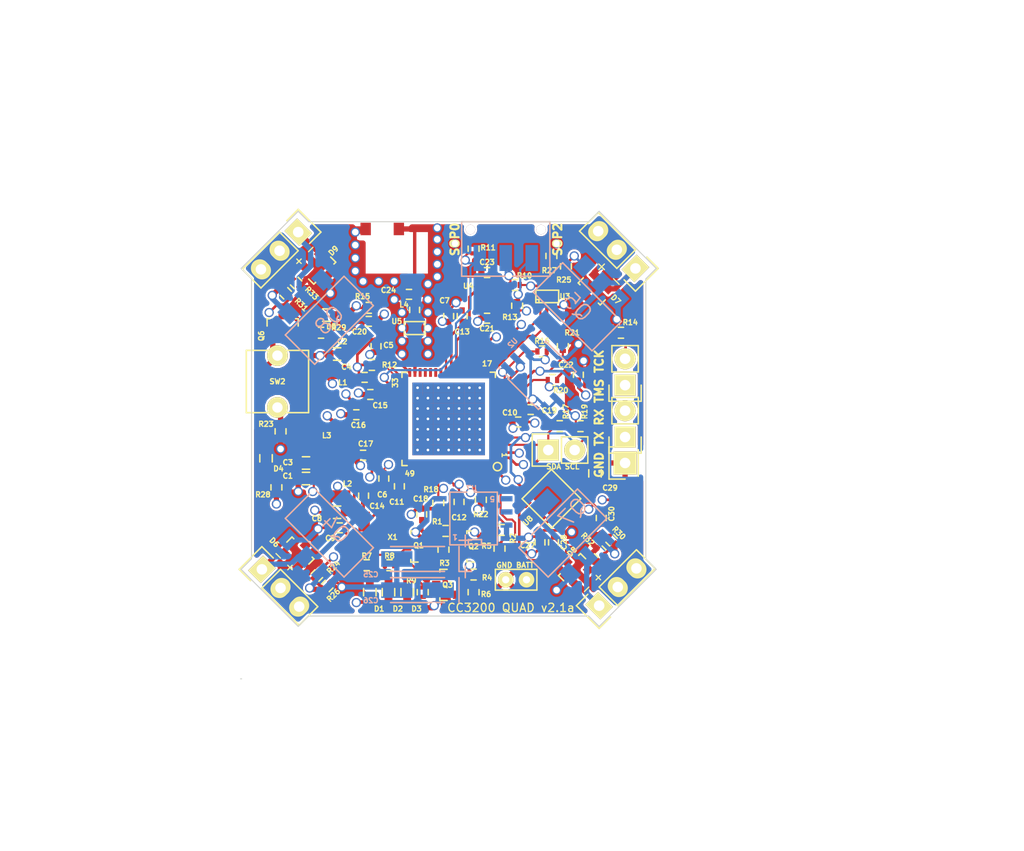
<source format=kicad_pcb>
(kicad_pcb (version 4) (host pcbnew "(2014-12-04 BZR 5312)-product")
  (layers (0 F.Cu signal) (1 In1.Cu signal) (2 In2.Cu signal) (31 B.Cu signal) (34 B.Paste user) (35 F.Paste user) (36 B.SilkS user) (37 F.SilkS user) (38 B.Mask user) (39 F.Mask user) (44 Edge.Cuts user))
  (net 0 "")
  (net 1 +BATT)
  (net 2 GND)
  (net 3 "Net-(C1-Pad1)")
  (net 4 "Net-(C2-Pad1)")
  (net 5 "Net-(C10-Pad1)")
  (net 6 "Net-(C9-Pad1)")
  (net 7 "Net-(C11-Pad1)")
  (net 8 "Net-(C13-Pad1)")
  (net 9 "Net-(C14-Pad1)")
  (net 10 +3.3V)
  (net 11 "Net-(C21-Pad1)")
  (net 12 "Net-(C23-Pad1)")
  (net 13 "Net-(D1-Pad2)")
  (net 14 "Net-(D2-Pad2)")
  (net 15 "Net-(D3-Pad2)")
  (net 16 "Net-(D4-Pad1)")
  (net 17 "Net-(D5-Pad2)")
  (net 18 "Net-(D6-Pad1)")
  (net 19 "Net-(D7-Pad1)")
  (net 20 "Net-(D8-Pad1)")
  (net 21 "Net-(D9-Pad1)")
  (net 22 "Net-(L1-Pad2)")
  (net 23 "Net-(L2-Pad2)")
  (net 24 "Net-(L3-Pad2)")
  (net 25 "Net-(L3-Pad1)")
  (net 26 "Net-(L4-Pad1)")
  (net 27 /Motor_PWM03)
  (net 28 /tx)
  (net 29 /rx)
  (net 30 "Net-(Q1-Pad1)")
  (net 31 "Net-(Q1-Pad3)")
  (net 32 "Net-(Q2-Pad1)")
  (net 33 "Net-(Q2-Pad3)")
  (net 34 "Net-(Q3-Pad1)")
  (net 35 "Net-(Q3-Pad3)")
  (net 36 "Net-(Q4-Pad1)")
  (net 37 "Net-(Q5-Pad1)")
  (net 38 "Net-(Q6-Pad3)")
  (net 39 "Net-(Q7-Pad1)")
  (net 40 "Net-(Q8-Pad1)")
  (net 41 /LED_1)
  (net 42 /LED_2)
  (net 43 /LED_3)
  (net 44 "Net-(R10-Pad2)")
  (net 45 "Net-(R11-Pad1)")
  (net 46 "Net-(R12-Pad1)")
  (net 47 "Net-(R13-Pad1)")
  (net 48 "Net-(R16-Pad2)")
  (net 49 "Net-(R20-Pad2)")
  (net 50 "Net-(R21-Pad2)")
  (net 51 "Net-(R23-Pad1)")
  (net 52 /Motor_PWM01)
  (net 53 /Motor_PWM02)
  (net 54 /Motor_PWM04)
  (net 55 /cc3200_camera_RF/RF)
  (net 56 "Net-(U1-Pad13)")
  (net 57 "Net-(C28-Pad1)")
  (net 58 "Net-(U1-Pad18)")
  (net 59 "Net-(U1-Pad17)")
  (net 60 "Net-(C29-Pad2)")
  (net 61 /cc3200_quad_accel/SDA)
  (net 62 /cc3200_quad_accel/SCL)
  (net 63 "Net-(P2-Pad1)")
  (net 64 "Net-(P2-Pad2)")
  (net 65 /~Reset)
  (module Housings_SOT-23_SOT-143_TSOT-6:SOT-23 (layer F.Cu) (at 162.1 104.5 45)
    (fp_text reference D8 (at 1.06066 -1.343503 45) (layer F.SilkS) (effects (font (size 0.5 0.5) (thickness 0.125))))
    (fp_text value BAT54)
    (pad 1 smd rect (at -0.95 1.00076 45) (size 0.8001 0.8001) (layers F.Cu F.Paste F.Mask) (net 20 "Net-(D8-Pad1)"))
    (pad 2 smd rect (at 0.95 1.00076 45) (size 0.8001 0.8001) (layers F.Cu F.Paste F.Mask) (net 1 +BATT))
    (pad 3 smd rect (at 0 -0.99822 45) (size 0.8001 0.8001) (layers F.Cu F.Paste F.Mask))
  )
  (module cc3200_quad_footprints:SOT-223 (layer B.Cu) (at 161 101 225)
    (fp_text reference Q7 (at -2.12132 0.707107 225) (layer B.SilkS) (effects (font (size 1.5 1.5)) (justify mirror)))
    (fp_text value BUK9832 hide)
    (pad 3 smd rect (at 2.3 -3.25 225) (size 1.4 1.7) (layers B.Cu B.Paste B.Mask) (net 2 GND))
    (pad 2 smd rect (at 0 -3.25 225) (size 1.4 1.7) (layers B.Cu B.Paste B.Mask) (net 20 "Net-(D8-Pad1)"))
    (pad 1 smd rect (at -2.3 -3.25 225) (size 1.4 1.7) (layers B.Cu B.Paste B.Mask) (net 39 "Net-(Q7-Pad1)"))
    (pad 2 smd rect (at 0 3.25 225) (size 4 1.7) (layers B.Cu B.Paste B.Mask) (net 20 "Net-(D8-Pad1)"))
  )
  (module Capacitors_SMD:C_0603 (layer F.Cu) (at 136.25 95.75 180)
    (fp_text reference C1 (at 1.75 0.25 360) (layer F.SilkS) (effects (font (size 0.5 0.5) (thickness 0.125))))
    (fp_text value 22uF)
    (pad 1 smd rect (at -0.75 0 180) (size 0.8 0.75) (layers F.Cu F.Paste F.Mask) (net 3 "Net-(C1-Pad1)"))
    (pad 2 smd rect (at 0.75 0 180) (size 0.8 0.75) (layers F.Cu F.Paste F.Mask) (net 2 GND))
  )
  (module Capacitors_SMD:C_0603 (layer F.Cu) (at 139.25 83.75 180)
    (fp_text reference C2 (at -0.5 1.2 180) (layer F.SilkS) (effects (font (size 0.5 0.5) (thickness 0.125))))
    (fp_text value 10uF)
    (pad 1 smd rect (at -0.75 0 180) (size 0.8 0.75) (layers F.Cu F.Paste F.Mask) (net 4 "Net-(C2-Pad1)"))
    (pad 2 smd rect (at 0.75 0 180) (size 0.8 0.75) (layers F.Cu F.Paste F.Mask) (net 2 GND))
  )
  (module Capacitors_SMD:C_0603 (layer F.Cu) (at 136.25 94.25 180)
    (fp_text reference C3 (at 1.75 0.05 180) (layer F.SilkS) (effects (font (size 0.5 0.5) (thickness 0.125))))
    (fp_text value 22uF)
    (pad 1 smd rect (at -0.75 0 180) (size 0.8 0.75) (layers F.Cu F.Paste F.Mask) (net 3 "Net-(C1-Pad1)"))
    (pad 2 smd rect (at 0.75 0 180) (size 0.8 0.75) (layers F.Cu F.Paste F.Mask) (net 2 GND))
  )
  (module Capacitors_SMD:C_0402 (layer F.Cu) (at 141.9 86 180)
    (fp_text reference C4 (at 1.75 1 180) (layer F.SilkS) (effects (font (size 0.5 0.5) (thickness 0.125))))
    (fp_text value 0.1uF)
    (pad 1 smd rect (at -0.55 0 180) (size 0.6 0.5) (layers F.Cu F.Paste F.Mask) (net 4 "Net-(C2-Pad1)"))
    (pad 2 smd rect (at 0.55 0 180) (size 0.6 0.5) (layers F.Cu F.Paste F.Mask) (net 2 GND))
  )
  (module Capacitors_SMD:C_0402 (layer F.Cu) (at 143 83 90)
    (fp_text reference C5 (at 0.1 1.2 180) (layer F.SilkS) (effects (font (size 0.5 0.5) (thickness 0.125))))
    (fp_text value 0.1uF)
    (pad 1 smd rect (at -0.55 0 90) (size 0.6 0.5) (layers F.Cu F.Paste F.Mask) (net 3 "Net-(C1-Pad1)"))
    (pad 2 smd rect (at 0.55 0 90) (size 0.6 0.5) (layers F.Cu F.Paste F.Mask) (net 2 GND))
  )
  (module Capacitors_SMD:C_0402 (layer F.Cu) (at 143.75 95.75 270)
    (fp_text reference C6 (at 1.55 0.15 360) (layer F.SilkS) (effects (font (size 0.5 0.5) (thickness 0.125))))
    (fp_text value 0.1uF)
    (pad 1 smd rect (at -0.55 0 270) (size 0.6 0.5) (layers F.Cu F.Paste F.Mask) (net 4 "Net-(C2-Pad1)"))
    (pad 2 smd rect (at 0.55 0 270) (size 0.6 0.5) (layers F.Cu F.Paste F.Mask) (net 2 GND))
  )
  (module Capacitors_SMD:C_0402 (layer F.Cu) (at 150 80.1 90)
    (fp_text reference C7 (at 1.5 -0.4 180) (layer F.SilkS) (effects (font (size 0.5 0.5) (thickness 0.125))))
    (fp_text value 0.1uF)
    (pad 1 smd rect (at -0.55 0 90) (size 0.6 0.5) (layers F.Cu F.Paste F.Mask) (net 4 "Net-(C2-Pad1)"))
    (pad 2 smd rect (at 0.55 0 90) (size 0.6 0.5) (layers F.Cu F.Paste F.Mask) (net 2 GND))
  )
  (module Capacitors_SMD:C_0603 (layer F.Cu) (at 139.25 99)
    (fp_text reference C8 (at -1.95 0.6 180) (layer F.SilkS) (effects (font (size 0.5 0.5) (thickness 0.125))))
    (fp_text value 10uF)
    (pad 1 smd rect (at -0.75 0) (size 0.8 0.75) (layers F.Cu F.Paste F.Mask) (net 5 "Net-(C10-Pad1)"))
    (pad 2 smd rect (at 0.75 0) (size 0.8 0.75) (layers F.Cu F.Paste F.Mask) (net 2 GND))
  )
  (module Capacitors_SMD:C_0402 (layer F.Cu) (at 139.5 100.5 180)
    (fp_text reference C9 (at 0.9 -1 180) (layer F.SilkS) (effects (font (size 0.5 0.5) (thickness 0.125))))
    (fp_text value 10pF)
    (pad 1 smd rect (at -0.55 0 180) (size 0.6 0.5) (layers F.Cu F.Paste F.Mask) (net 6 "Net-(C9-Pad1)"))
    (pad 2 smd rect (at 0.55 0 180) (size 0.6 0.5) (layers F.Cu F.Paste F.Mask) (net 2 GND))
  )
  (module Capacitors_SMD:C_0402 (layer F.Cu) (at 156.7 90.3)
    (fp_text reference C10 (at -0.8 -0.9 180) (layer F.SilkS) (effects (font (size 0.5 0.5) (thickness 0.125))))
    (fp_text value 0.1uF)
    (pad 1 smd rect (at -0.55 0) (size 0.6 0.5) (layers F.Cu F.Paste F.Mask) (net 5 "Net-(C10-Pad1)"))
    (pad 2 smd rect (at 0.55 0) (size 0.6 0.5) (layers F.Cu F.Paste F.Mask) (net 2 GND))
  )
  (module Capacitors_SMD:C_0402 (layer F.Cu) (at 145.25 96.5 270)
    (fp_text reference C11 (at 1.5 0.25 360) (layer F.SilkS) (effects (font (size 0.5 0.5) (thickness 0.125))))
    (fp_text value 0.1uF)
    (pad 1 smd rect (at -0.55 0 270) (size 0.6 0.5) (layers F.Cu F.Paste F.Mask) (net 7 "Net-(C11-Pad1)"))
    (pad 2 smd rect (at 0.55 0 270) (size 0.6 0.5) (layers F.Cu F.Paste F.Mask) (net 2 GND))
  )
  (module Capacitors_SMD:C_0402 (layer F.Cu) (at 151 98 270)
    (fp_text reference C12 (at 1.5 0 360) (layer F.SilkS) (effects (font (size 0.5 0.5) (thickness 0.125))))
    (fp_text value 0.1uF)
    (pad 1 smd rect (at -0.55 0 270) (size 0.6 0.5) (layers F.Cu F.Paste F.Mask) (net 5 "Net-(C10-Pad1)"))
    (pad 2 smd rect (at 0.55 0 270) (size 0.6 0.5) (layers F.Cu F.Paste F.Mask) (net 2 GND))
  )
  (module Capacitors_SMD:C_0402 (layer F.Cu) (at 151.3 80.1 90)
    (fp_text reference C13 (at -1.5 0 180) (layer F.SilkS) (effects (font (size 0.5 0.5) (thickness 0.125))))
    (fp_text value 0.1uF)
    (pad 1 smd rect (at -0.55 0 90) (size 0.6 0.5) (layers F.Cu F.Paste F.Mask) (net 8 "Net-(C13-Pad1)"))
    (pad 2 smd rect (at 0.55 0 90) (size 0.6 0.5) (layers F.Cu F.Paste F.Mask) (net 2 GND))
  )
  (module Capacitors_SMD:C_0402 (layer F.Cu) (at 141.8 97.4 90)
    (fp_text reference C14 (at -1 1.3 360) (layer F.SilkS) (effects (font (size 0.5 0.5) (thickness 0.125))))
    (fp_text value 10pF)
    (pad 1 smd rect (at -0.55 0 90) (size 0.6 0.5) (layers F.Cu F.Paste F.Mask) (net 9 "Net-(C14-Pad1)"))
    (pad 2 smd rect (at 0.55 0 90) (size 0.6 0.5) (layers F.Cu F.Paste F.Mask) (net 2 GND))
  )
  (module Capacitors_SMD:C_0402 (layer F.Cu) (at 142.45 87.65 180)
    (fp_text reference C15 (at -0.95 -1.05 360) (layer F.SilkS) (effects (font (size 0.5 0.5) (thickness 0.125))))
    (fp_text value 4.7uF)
    (pad 1 smd rect (at -0.55 0 180) (size 0.6 0.5) (layers F.Cu F.Paste F.Mask) (net 10 +3.3V))
    (pad 2 smd rect (at 0.55 0 180) (size 0.6 0.5) (layers F.Cu F.Paste F.Mask) (net 2 GND))
  )
  (module Capacitors_SMD:C_0402 (layer F.Cu) (at 141.1 89.6 180)
    (fp_text reference C16 (at -0.2 -1 180) (layer F.SilkS) (effects (font (size 0.5 0.5) (thickness 0.125))))
    (fp_text value 4.7uF)
    (pad 1 smd rect (at -0.55 0 180) (size 0.6 0.5) (layers F.Cu F.Paste F.Mask) (net 10 +3.3V))
    (pad 2 smd rect (at 0.55 0 180) (size 0.6 0.5) (layers F.Cu F.Paste F.Mask) (net 2 GND))
  )
  (module Capacitors_SMD:C_0402 (layer F.Cu) (at 141.75 93.5 180)
    (fp_text reference C17 (at -0.25 1.1 180) (layer F.SilkS) (effects (font (size 0.5 0.5) (thickness 0.125))))
    (fp_text value 4.7uF)
    (pad 1 smd rect (at -0.55 0 180) (size 0.6 0.5) (layers F.Cu F.Paste F.Mask) (net 10 +3.3V))
    (pad 2 smd rect (at 0.55 0 180) (size 0.6 0.5) (layers F.Cu F.Paste F.Mask) (net 2 GND))
  )
  (module Capacitors_SMD:C_0402 (layer F.Cu) (at 147.4 99.2 270)
    (fp_text reference C18 (at -1.5 0.1 360) (layer F.SilkS) (effects (font (size 0.5 0.5) (thickness 0.125))))
    (fp_text value 0.1uF)
    (pad 1 smd rect (at -0.55 0 270) (size 0.6 0.5) (layers F.Cu F.Paste F.Mask) (net 10 +3.3V))
    (pad 2 smd rect (at 0.55 0 270) (size 0.6 0.5) (layers F.Cu F.Paste F.Mask) (net 2 GND))
  )
  (module Capacitors_SMD:C_0402 (layer F.Cu) (at 157.9 89.1)
    (fp_text reference C19 (at 1.8 0.1) (layer F.SilkS) (effects (font (size 0.5 0.5) (thickness 0.125))))
    (fp_text value 0.1uF)
    (pad 1 smd rect (at -0.55 0) (size 0.6 0.5) (layers F.Cu F.Paste F.Mask) (net 10 +3.3V))
    (pad 2 smd rect (at 0.55 0) (size 0.6 0.5) (layers F.Cu F.Paste F.Mask) (net 2 GND))
  )
  (module Capacitors_SMD:C_0402 (layer F.Cu) (at 142.3 80.6 180)
    (fp_text reference C20 (at 0.9 -1 360) (layer F.SilkS) (effects (font (size 0.5 0.5) (thickness 0.125))))
    (fp_text value 0.1uF)
    (pad 1 smd rect (at -0.55 0 180) (size 0.6 0.5) (layers F.Cu F.Paste F.Mask) (net 65 /~Reset))
    (pad 2 smd rect (at 0.55 0 180) (size 0.6 0.5) (layers F.Cu F.Paste F.Mask) (net 2 GND))
  )
  (module Capacitors_SMD:C_0402 (layer F.Cu) (at 153.7 80.3 180)
    (fp_text reference C21 (at 0 -1 180) (layer F.SilkS) (effects (font (size 0.5 0.5) (thickness 0.125))))
    (fp_text value 6.2pF)
    (pad 1 smd rect (at -0.55 0 180) (size 0.6 0.5) (layers F.Cu F.Paste F.Mask) (net 11 "Net-(C21-Pad1)"))
    (pad 2 smd rect (at 0.55 0 180) (size 0.6 0.5) (layers F.Cu F.Paste F.Mask) (net 2 GND))
  )
  (module Capacitors_SMD:C_0402 (layer F.Cu) (at 162.5 85.75 90)
    (fp_text reference C22 (at 0.95 -1.2 360) (layer F.SilkS) (effects (font (size 0.5 0.5) (thickness 0.125))))
    (fp_text value 0.1uF)
    (pad 1 smd rect (at -0.55 0 90) (size 0.6 0.5) (layers F.Cu F.Paste F.Mask) (net 10 +3.3V))
    (pad 2 smd rect (at 0.55 0 90) (size 0.6 0.5) (layers F.Cu F.Paste F.Mask) (net 2 GND))
  )
  (module Capacitors_SMD:C_0402 (layer F.Cu) (at 153.7 75.9)
    (fp_text reference C23 (at 0 -1) (layer F.SilkS) (effects (font (size 0.5 0.5) (thickness 0.125))))
    (fp_text value 6.2pF)
    (pad 1 smd rect (at -0.55 0) (size 0.6 0.5) (layers F.Cu F.Paste F.Mask) (net 12 "Net-(C23-Pad1)"))
    (pad 2 smd rect (at 0.55 0) (size 0.6 0.5) (layers F.Cu F.Paste F.Mask) (net 2 GND))
  )
  (module Capacitors_SMD:C_0402 (layer F.Cu) (at 146.1746 78 180)
    (fp_text reference C24 (at 1.9746 0.4 180) (layer F.SilkS) (effects (font (size 0.5 0.5) (thickness 0.125))))
    (fp_text value 1.0pF)
    (pad 1 smd rect (at -0.55 0 180) (size 0.6 0.5) (layers F.Cu F.Paste F.Mask) (net 2 GND))
    (pad 2 smd rect (at 0.55 0 180) (size 0.6 0.5) (layers F.Cu F.Paste F.Mask) (net 2 GND))
  )
  (module Capacitors_SMD:C_0603_HandSoldering (layer F.Cu) (at 142.4 106.7 90)
    (fp_text reference D1 (at -1.6 0.9 180) (layer F.SilkS) (effects (font (size 0.5 0.5) (thickness 0.125))))
    (fp_text value LED)
    (pad 1 smd rect (at -0.95 0 90) (size 1.2 0.75) (layers F.Cu F.Paste F.Mask) (net 10 +3.3V))
    (pad 2 smd rect (at 0.95 0 90) (size 1.2 0.75) (layers F.Cu F.Paste F.Mask) (net 13 "Net-(D1-Pad2)"))
  )
  (module Capacitors_SMD:C_0603_HandSoldering (layer F.Cu) (at 144.2 106.7 90)
    (fp_text reference D2 (at -1.6 0.9 180) (layer F.SilkS) (effects (font (size 0.5 0.5) (thickness 0.125))))
    (fp_text value LED)
    (pad 1 smd rect (at -0.95 0 90) (size 1.2 0.75) (layers F.Cu F.Paste F.Mask) (net 10 +3.3V))
    (pad 2 smd rect (at 0.95 0 90) (size 1.2 0.75) (layers F.Cu F.Paste F.Mask) (net 14 "Net-(D2-Pad2)"))
  )
  (module Capacitors_SMD:C_0603_HandSoldering (layer F.Cu) (at 146 106.7 90)
    (fp_text reference D3 (at -1.6 0.9 180) (layer F.SilkS) (effects (font (size 0.5 0.5) (thickness 0.125))))
    (fp_text value LED)
    (pad 1 smd rect (at -0.95 0 90) (size 1.2 0.75) (layers F.Cu F.Paste F.Mask) (net 10 +3.3V))
    (pad 2 smd rect (at 0.95 0 90) (size 1.2 0.75) (layers F.Cu F.Paste F.Mask) (net 15 "Net-(D3-Pad2)"))
  )
  (module Capacitors_SMD:C_0603 (layer F.Cu) (at 132.4 93.8 90)
    (fp_text reference D4 (at -1 1.2 180) (layer F.SilkS) (effects (font (size 0.5 0.5) (thickness 0.125))))
    (fp_text value CD0603-B00340)
    (pad 1 smd rect (at -0.75 0 90) (size 0.8 0.75) (layers F.Cu F.Paste F.Mask) (net 16 "Net-(D4-Pad1)"))
    (pad 2 smd rect (at 0.75 0 90) (size 0.8 0.75) (layers F.Cu F.Paste F.Mask) (net 65 /~Reset))
  )
  (module Capacitors_SMD:C_0603_HandSoldering (layer F.Cu) (at 138.2 80 180)
    (fp_text reference D5 (at -0.5 -1.1 360) (layer F.SilkS) (effects (font (size 0.5 0.5) (thickness 0.125))))
    (fp_text value LED)
    (pad 1 smd rect (at -0.95 0 180) (size 1.2 0.75) (layers F.Cu F.Paste F.Mask) (net 10 +3.3V))
    (pad 2 smd rect (at 0.95 0 180) (size 1.2 0.75) (layers F.Cu F.Paste F.Mask) (net 17 "Net-(D5-Pad2)"))
  )
  (module Housings_SOT-23_SOT-143_TSOT-6:SOT-23 (layer F.Cu) (at 135.5 102.9 315)
    (fp_text reference D6 (at -2.333452 0.919239 315) (layer F.SilkS) (effects (font (size 0.5 0.5) (thickness 0.125))))
    (fp_text value BAT54)
    (pad 1 smd rect (at -0.95 1.00076 315) (size 0.8001 0.8001) (layers F.Cu F.Paste F.Mask) (net 18 "Net-(D6-Pad1)"))
    (pad 2 smd rect (at 0.95 1.00076 315) (size 0.8001 0.8001) (layers F.Cu F.Paste F.Mask) (net 1 +BATT))
    (pad 3 smd rect (at 0 -0.99822 315) (size 0.8001 0.8001) (layers F.Cu F.Paste F.Mask))
  )
  (module Housings_SOT-23_SOT-143_TSOT-6:SOT-23 (layer F.Cu) (at 164 77.5 135)
    (fp_text reference D7 (at -2.192031 0.777817 135) (layer F.SilkS) (effects (font (size 0.5 0.5) (thickness 0.125))))
    (fp_text value BAT54)
    (pad 1 smd rect (at -0.95 1.00076 135) (size 0.8001 0.8001) (layers F.Cu F.Paste F.Mask) (net 19 "Net-(D7-Pad1)"))
    (pad 2 smd rect (at 0.95 1.00076 135) (size 0.8001 0.8001) (layers F.Cu F.Paste F.Mask) (net 1 +BATT))
    (pad 3 smd rect (at 0 -0.99822 135) (size 0.8001 0.8001) (layers F.Cu F.Paste F.Mask))
  )
  (module Housings_SOT-23_SOT-143_TSOT-6:SOT-23 (layer F.Cu) (at 137.6 75.5 225)
    (fp_text reference D9 (at -2.12132 0.282843 225) (layer F.SilkS) (effects (font (size 0.5 0.5) (thickness 0.125))))
    (fp_text value BAT54)
    (pad 1 smd rect (at -0.95 1.00076 225) (size 0.8001 0.8001) (layers F.Cu F.Paste F.Mask) (net 21 "Net-(D9-Pad1)"))
    (pad 2 smd rect (at 0.95 1.00076 225) (size 0.8001 0.8001) (layers F.Cu F.Paste F.Mask) (net 1 +BATT))
    (pad 3 smd rect (at 0 -0.99822 225) (size 0.8001 0.8001) (layers F.Cu F.Paste F.Mask))
  )
  (module Inductors_NEOSID:Neosid_Inductor_SM-NE29_SMD1008 (layer F.Cu) (at 138.1 86.8 270)
    (fp_text reference L1 (at -0.3 -1.7 360) (layer F.SilkS) (effects (font (size 0.5 0.5) (thickness 0.125))))
    (fp_text value 2.2uH)
    (pad 2 smd rect (at 1.14554 0 270) (size 1.02108 2.54) (layers F.Cu F.Paste F.Mask) (net 22 "Net-(L1-Pad2)"))
    (pad 1 smd rect (at -1.14554 0 270) (size 1.02108 2.54) (layers F.Cu F.Paste F.Mask) (net 4 "Net-(C2-Pad1)"))
  )
  (module Inductors_NEOSID:Neosid_Inductor_SM-NE29_SMD1008 (layer F.Cu) (at 139.25 96.25 90)
    (fp_text reference L2 (at 0 1 180) (layer F.SilkS) (effects (font (size 0.5 0.5) (thickness 0.125))))
    (fp_text value 2.2uH)
    (pad 2 smd rect (at 1.14554 0 90) (size 1.02108 2.54) (layers F.Cu F.Paste F.Mask) (net 23 "Net-(L2-Pad2)"))
    (pad 1 smd rect (at -1.14554 0 90) (size 1.02108 2.54) (layers F.Cu F.Paste F.Mask) (net 5 "Net-(C10-Pad1)"))
  )
  (module Inductors_NEOSID:Neosid_Inductor_SM-NE29_SMD1008 (layer F.Cu) (at 136.25 91.5 90)
    (fp_text reference L3 (at -0.1 2 180) (layer F.SilkS) (effects (font (size 0.5 0.5) (thickness 0.125))))
    (fp_text value 1uH)
    (pad 2 smd rect (at 1.14554 0 90) (size 1.02108 2.54) (layers F.Cu F.Paste F.Mask) (net 24 "Net-(L3-Pad2)"))
    (pad 1 smd rect (at -1.14554 0 90) (size 1.02108 2.54) (layers F.Cu F.Paste F.Mask) (net 25 "Net-(L3-Pad1)"))
  )
  (module Capacitors_SMD:C_0402 (layer F.Cu) (at 146.718 79.5 90)
    (fp_text reference L4 (at 0.5 -1.018 180) (layer F.SilkS) (effects (font (size 0.5 0.5) (thickness 0.125))))
    (fp_text value 3.6nH)
    (pad 1 smd rect (at -0.55 0 90) (size 0.6 0.5) (layers F.Cu F.Paste F.Mask) (net 26 "Net-(L4-Pad1)"))
    (pad 2 smd rect (at 0.55 0 90) (size 0.6 0.5) (layers F.Cu F.Paste F.Mask) (net 2 GND))
  )
  (module Pin_Headers:Pin_Header_Straight_1x02 (layer F.Cu) (at 167 91.75 180)
    (fp_text reference P3 (at -0.5 4.8 270) (layer F.SilkS) (effects (font (size 0.5 0.5) (thickness 0.125))))
    (fp_text value CONN_01X02)
    (pad 1 thru_hole rect (at 0 0 180) (size 2.032 2.032) (drill 1.016) (layers *.Cu *.Mask F.SilkS) (net 28 /tx))
    (pad 2 thru_hole oval (at 0 2.54 180) (size 2.032 2.032) (drill 1.016) (layers *.Cu *.Mask F.SilkS) (net 29 /rx))
  )
  (module Housings_SOT-23_SOT-143_TSOT-6:SOT-23 (layer F.Cu) (at 147 102.3 90)
    (fp_text reference Q1 (at 0.1 0.1 180) (layer F.SilkS) (effects (font (size 0.5 0.5) (thickness 0.125))))
    (fp_text value BSS138)
    (pad 1 smd rect (at -0.95 1.00076 90) (size 0.8001 0.8001) (layers F.Cu F.Paste F.Mask) (net 30 "Net-(Q1-Pad1)"))
    (pad 2 smd rect (at 0.95 1.00076 90) (size 0.8001 0.8001) (layers F.Cu F.Paste F.Mask) (net 2 GND))
    (pad 3 smd rect (at 0 -0.99822 90) (size 0.8001 0.8001) (layers F.Cu F.Paste F.Mask) (net 31 "Net-(Q1-Pad3)"))
  )
  (module Housings_SOT-23_SOT-143_TSOT-6:SOT-23 (layer F.Cu) (at 152.4 102.3 90)
    (fp_text reference Q2 (at 0 0 180) (layer F.SilkS) (effects (font (size 0.5 0.5) (thickness 0.125))))
    (fp_text value BSS138)
    (pad 1 smd rect (at -0.95 1.00076 90) (size 0.8001 0.8001) (layers F.Cu F.Paste F.Mask) (net 32 "Net-(Q2-Pad1)"))
    (pad 2 smd rect (at 0.95 1.00076 90) (size 0.8001 0.8001) (layers F.Cu F.Paste F.Mask) (net 2 GND))
    (pad 3 smd rect (at 0 -0.99822 90) (size 0.8001 0.8001) (layers F.Cu F.Paste F.Mask) (net 33 "Net-(Q2-Pad3)"))
  )
  (module Housings_SOT-23_SOT-143_TSOT-6:SOT-23 (layer F.Cu) (at 149.8 106 90)
    (fp_text reference Q3 (at 0 0.1 180) (layer F.SilkS) (effects (font (size 0.5 0.5) (thickness 0.125))))
    (fp_text value BSS138)
    (pad 1 smd rect (at -0.95 1.00076 90) (size 0.8001 0.8001) (layers F.Cu F.Paste F.Mask) (net 34 "Net-(Q3-Pad1)"))
    (pad 2 smd rect (at 0.95 1.00076 90) (size 0.8001 0.8001) (layers F.Cu F.Paste F.Mask) (net 2 GND))
    (pad 3 smd rect (at 0 -0.99822 90) (size 0.8001 0.8001) (layers F.Cu F.Paste F.Mask) (net 35 "Net-(Q3-Pad3)"))
  )
  (module cc3200_quad_footprints:SOT-223 (layer B.Cu) (at 138.5 101 135)
    (fp_text reference Q4 (at -0.141421 0.707107 135) (layer B.SilkS) (effects (font (size 1.5 1.5)) (justify mirror)))
    (fp_text value BUK9832 hide)
    (pad 3 smd rect (at 2.3 -3.25 135) (size 1.4 1.7) (layers B.Cu B.Paste B.Mask) (net 2 GND))
    (pad 2 smd rect (at 0 -3.25 135) (size 1.4 1.7) (layers B.Cu B.Paste B.Mask) (net 18 "Net-(D6-Pad1)"))
    (pad 1 smd rect (at -2.3 -3.25 135) (size 1.4 1.7) (layers B.Cu B.Paste B.Mask) (net 36 "Net-(Q4-Pad1)"))
    (pad 2 smd rect (at 0 3.25 135) (size 4 1.7) (layers B.Cu B.Paste B.Mask) (net 18 "Net-(D6-Pad1)"))
  )
  (module cc3200_quad_footprints:SOT-223 (layer B.Cu) (at 162.4 79.2 315)
    (fp_text reference Q5 (at 0 0 315) (layer B.SilkS) (effects (font (size 1.5 1.5)) (justify mirror)))
    (fp_text value BUK9832 hide)
    (pad 3 smd rect (at 2.3 -3.25 315) (size 1.4 1.7) (layers B.Cu B.Paste B.Mask) (net 2 GND))
    (pad 2 smd rect (at 0 -3.25 315) (size 1.4 1.7) (layers B.Cu B.Paste B.Mask) (net 19 "Net-(D7-Pad1)"))
    (pad 1 smd rect (at -2.3 -3.25 315) (size 1.4 1.7) (layers B.Cu B.Paste B.Mask) (net 37 "Net-(Q5-Pad1)"))
    (pad 2 smd rect (at 0 3.25 315) (size 4 1.7) (layers B.Cu B.Paste B.Mask) (net 19 "Net-(D7-Pad1)"))
  )
  (module Housings_SOT-23_SOT-143_TSOT-6:SOT-23 (layer F.Cu) (at 134 81)
    (fp_text reference Q6 (at -2.05 1 90) (layer F.SilkS) (effects (font (size 0.5 0.5) (thickness 0.125))))
    (fp_text value BSS138)
    (pad 1 smd rect (at -0.95 1.00076) (size 0.8001 0.8001) (layers F.Cu F.Paste F.Mask) (net 65 /~Reset))
    (pad 2 smd rect (at 0.95 1.00076) (size 0.8001 0.8001) (layers F.Cu F.Paste F.Mask) (net 2 GND))
    (pad 3 smd rect (at 0 -0.99822) (size 0.8001 0.8001) (layers F.Cu F.Paste F.Mask) (net 38 "Net-(Q6-Pad3)"))
  )
  (module cc3200_quad_footprints:SOT-223 (layer B.Cu) (at 138.5 80.5 45)
    (fp_text reference Q8 (at 0 0 45) (layer B.SilkS) (effects (font (size 1.5 1.5)) (justify mirror)))
    (fp_text value BUK9832 hide)
    (pad 3 smd rect (at 2.3 -3.25 45) (size 1.4 1.7) (layers B.Cu B.Paste B.Mask) (net 2 GND))
    (pad 2 smd rect (at 0 -3.25 45) (size 1.4 1.7) (layers B.Cu B.Paste B.Mask) (net 21 "Net-(D9-Pad1)"))
    (pad 1 smd rect (at -2.3 -3.25 45) (size 1.4 1.7) (layers B.Cu B.Paste B.Mask) (net 40 "Net-(Q8-Pad1)"))
    (pad 2 smd rect (at 0 3.25 45) (size 4 1.7) (layers B.Cu B.Paste B.Mask) (net 21 "Net-(D9-Pad1)"))
  )
  (module Resistors_SMD:R_0402 (layer F.Cu) (at 149.7 100.8)
    (fp_text reference R1 (at -0.8 -0.9 180) (layer F.SilkS) (effects (font (size 0.5 0.5) (thickness 0.125))))
    (fp_text value 100k)
    (pad 1 smd rect (at -0.45 0) (size 0.4 0.6) (layers F.Cu F.Paste F.Mask) (net 2 GND))
    (pad 2 smd rect (at 0.45 0) (size 0.4 0.6) (layers F.Cu F.Paste F.Mask) (net 41 /LED_1))
  )
  (module Resistors_SMD:R_0402 (layer F.Cu) (at 155.1 100.7)
    (fp_text reference R2 (at 1.1 0.8 270) (layer F.SilkS) (effects (font (size 0.5 0.5) (thickness 0.125))))
    (fp_text value 100k)
    (pad 1 smd rect (at -0.45 0) (size 0.4 0.6) (layers F.Cu F.Paste F.Mask) (net 2 GND))
    (pad 2 smd rect (at 0.45 0) (size 0.4 0.6) (layers F.Cu F.Paste F.Mask) (net 42 /LED_2))
  )
  (module Resistors_SMD:R_0402 (layer F.Cu) (at 149.5 102.6 90)
    (fp_text reference R3 (at -1.3 0.1 180) (layer F.SilkS) (effects (font (size 0.5 0.5) (thickness 0.125))))
    (fp_text value 10k)
    (pad 1 smd rect (at -0.45 0 90) (size 0.4 0.6) (layers F.Cu F.Paste F.Mask) (net 30 "Net-(Q1-Pad1)"))
    (pad 2 smd rect (at 0.45 0 90) (size 0.4 0.6) (layers F.Cu F.Paste F.Mask) (net 41 /LED_1))
  )
  (module Resistors_SMD:R_0402 (layer F.Cu) (at 152.4 105)
    (fp_text reference R4 (at 1.3 0.3) (layer F.SilkS) (effects (font (size 0.5 0.5) (thickness 0.125))))
    (fp_text value 100k)
    (pad 1 smd rect (at -0.45 0) (size 0.4 0.6) (layers F.Cu F.Paste F.Mask) (net 2 GND))
    (pad 2 smd rect (at 0.45 0) (size 0.4 0.6) (layers F.Cu F.Paste F.Mask) (net 43 /LED_3))
  )
  (module Resistors_SMD:R_0402 (layer F.Cu) (at 154.9 102.5 90)
    (fp_text reference R5 (at 0.25 -1.25 360) (layer F.SilkS) (effects (font (size 0.5 0.5) (thickness 0.125))))
    (fp_text value 10k)
    (pad 1 smd rect (at -0.45 0 90) (size 0.4 0.6) (layers F.Cu F.Paste F.Mask) (net 32 "Net-(Q2-Pad1)"))
    (pad 2 smd rect (at 0.45 0 90) (size 0.4 0.6) (layers F.Cu F.Paste F.Mask) (net 42 /LED_2))
  )
  (module Resistors_SMD:R_0402 (layer F.Cu) (at 152.4 106.7 90)
    (fp_text reference R6 (at -0.2 1.2 360) (layer F.SilkS) (effects (font (size 0.5 0.5) (thickness 0.125))))
    (fp_text value 10k)
    (pad 1 smd rect (at -0.45 0 90) (size 0.4 0.6) (layers F.Cu F.Paste F.Mask) (net 34 "Net-(Q3-Pad1)"))
    (pad 2 smd rect (at 0.45 0 90) (size 0.4 0.6) (layers F.Cu F.Paste F.Mask) (net 43 /LED_3))
  )
  (module Resistors_SMD:R_0402 (layer F.Cu) (at 142.1 104.1)
    (fp_text reference R7 (at 0 -0.9) (layer F.SilkS) (effects (font (size 0.5 0.5) (thickness 0.125))))
    (fp_text value 270)
    (pad 1 smd rect (at -0.45 0) (size 0.4 0.6) (layers F.Cu F.Paste F.Mask) (net 13 "Net-(D1-Pad2)"))
    (pad 2 smd rect (at 0.45 0) (size 0.4 0.6) (layers F.Cu F.Paste F.Mask) (net 31 "Net-(Q1-Pad3)"))
  )
  (module Resistors_SMD:R_0402 (layer F.Cu) (at 144.3 104.1)
    (fp_text reference R8 (at 0 -0.9) (layer F.SilkS) (effects (font (size 0.5 0.5) (thickness 0.125))))
    (fp_text value 270)
    (pad 1 smd rect (at -0.45 0) (size 0.4 0.6) (layers F.Cu F.Paste F.Mask) (net 14 "Net-(D2-Pad2)"))
    (pad 2 smd rect (at 0.45 0) (size 0.4 0.6) (layers F.Cu F.Paste F.Mask) (net 33 "Net-(Q2-Pad3)"))
  )
  (module Resistors_SMD:R_0402 (layer F.Cu) (at 147.5 106.7 270)
    (fp_text reference R9 (at -1.1 1.1 360) (layer F.SilkS) (effects (font (size 0.5 0.5) (thickness 0.125))))
    (fp_text value 270)
    (pad 1 smd rect (at -0.45 0 270) (size 0.4 0.6) (layers F.Cu F.Paste F.Mask) (net 15 "Net-(D3-Pad2)"))
    (pad 2 smd rect (at 0.45 0 270) (size 0.4 0.6) (layers F.Cu F.Paste F.Mask) (net 35 "Net-(Q3-Pad3)"))
  )
  (module Resistors_SMD:R_0402 (layer F.Cu) (at 156.4 77.1 180)
    (fp_text reference R10 (at -0.9 0.9 180) (layer F.SilkS) (effects (font (size 0.5 0.5) (thickness 0.125))))
    (fp_text value 270)
    (pad 1 smd rect (at -0.45 0 180) (size 0.4 0.6) (layers F.Cu F.Paste F.Mask) (net 10 +3.3V))
    (pad 2 smd rect (at 0.45 0 180) (size 0.4 0.6) (layers F.Cu F.Paste F.Mask) (net 44 "Net-(R10-Pad2)"))
  )
  (module Resistors_SMD:R_0402 (layer F.Cu) (at 152.4 73.6 90)
    (fp_text reference R11 (at 0.1 1.4 180) (layer F.SilkS) (effects (font (size 0.5 0.5) (thickness 0.125))))
    (fp_text value 100k)
    (pad 1 smd rect (at -0.45 0 90) (size 0.4 0.6) (layers F.Cu F.Paste F.Mask) (net 45 "Net-(R11-Pad1)"))
    (pad 2 smd rect (at 0.45 0 90) (size 0.4 0.6) (layers F.Cu F.Paste F.Mask) (net 2 GND))
  )
  (module Resistors_SMD:R_0402 (layer F.Cu) (at 142.6 84.8 180)
    (fp_text reference R12 (at -1.7 0 180) (layer F.SilkS) (effects (font (size 0.5 0.5) (thickness 0.125))))
    (fp_text value 100k)
    (pad 1 smd rect (at -0.45 0 180) (size 0.4 0.6) (layers F.Cu F.Paste F.Mask) (net 46 "Net-(R12-Pad1)"))
    (pad 2 smd rect (at 0.45 0 180) (size 0.4 0.6) (layers F.Cu F.Paste F.Mask) (net 2 GND))
  )
  (module Resistors_SMD:R_0402 (layer F.Cu) (at 156.6 79.1 270)
    (fp_text reference R13 (at 1.1 0.7 360) (layer F.SilkS) (effects (font (size 0.5 0.5) (thickness 0.125))))
    (fp_text value 2.7k)
    (pad 1 smd rect (at -0.45 0 270) (size 0.4 0.6) (layers F.Cu F.Paste F.Mask) (net 47 "Net-(R13-Pad1)"))
    (pad 2 smd rect (at 0.45 0 270) (size 0.4 0.6) (layers F.Cu F.Paste F.Mask) (net 2 GND))
  )
  (module Resistors_SMD:R_0402 (layer F.Cu) (at 166.6 81.7)
    (fp_text reference R14 (at 0.9 -1 180) (layer F.SilkS) (effects (font (size 0.5 0.5) (thickness 0.125))))
    (fp_text value 100k)
    (pad 1 smd rect (at -0.45 0) (size 0.4 0.6) (layers F.Cu F.Paste F.Mask) (net 2 GND))
    (pad 2 smd rect (at 0.45 0) (size 0.4 0.6) (layers F.Cu F.Paste F.Mask) (net 64 "Net-(P2-Pad2)"))
  )
  (module Resistors_SMD:R_0402 (layer F.Cu) (at 142.3 79.3)
    (fp_text reference R15 (at -0.6 -1.1 180) (layer F.SilkS) (effects (font (size 0.5 0.5) (thickness 0.125))))
    (fp_text value 100k)
    (pad 1 smd rect (at -0.45 0) (size 0.4 0.6) (layers F.Cu F.Paste F.Mask) (net 10 +3.3V))
    (pad 2 smd rect (at 0.45 0) (size 0.4 0.6) (layers F.Cu F.Paste F.Mask) (net 65 /~Reset))
  )
  (module Resistors_SMD:R_0402 (layer F.Cu) (at 159 83.5 180)
    (fp_text reference R16 (at 0 1 180) (layer F.SilkS) (effects (font (size 0.5 0.5) (thickness 0.125))))
    (fp_text value 100k)
    (pad 1 smd rect (at -0.45 0 180) (size 0.4 0.6) (layers F.Cu F.Paste F.Mask) (net 10 +3.3V))
    (pad 2 smd rect (at 0.45 0 180) (size 0.4 0.6) (layers F.Cu F.Paste F.Mask) (net 48 "Net-(R16-Pad2)"))
  )
  (module Resistors_SMD:R_0402 (layer F.Cu) (at 160.7 90.7 180)
    (fp_text reference R17 (at -0.6 1.4 450) (layer F.SilkS) (effects (font (size 0.5 0.5) (thickness 0.125))))
    (fp_text value 1k)
    (pad 1 smd rect (at -0.45 0 180) (size 0.4 0.6) (layers F.Cu F.Paste F.Mask) (net 10 +3.3V))
    (pad 2 smd rect (at 0.45 0 180) (size 0.4 0.6) (layers F.Cu F.Paste F.Mask) (net 62 /cc3200_quad_accel/SCL))
  )
  (module Resistors_SMD:R_0402 (layer F.Cu) (at 149 98.1 90)
    (fp_text reference R18 (at 1.3 -0.7 360) (layer F.SilkS) (effects (font (size 0.5 0.5) (thickness 0.125))))
    (fp_text value 100k)
    (pad 1 smd rect (at -0.45 0 90) (size 0.4 0.6) (layers F.Cu F.Paste F.Mask) (net 10 +3.3V))
    (pad 2 smd rect (at 0.45 0 90) (size 0.4 0.6) (layers F.Cu F.Paste F.Mask) (net 28 /tx))
  )
  (module Resistors_SMD:R_0402 (layer F.Cu) (at 162.7 90.7)
    (fp_text reference R19 (at 0.4 -1.4 270) (layer F.SilkS) (effects (font (size 0.5 0.5) (thickness 0.125))))
    (fp_text value 1k)
    (pad 1 smd rect (at -0.45 0) (size 0.4 0.6) (layers F.Cu F.Paste F.Mask) (net 10 +3.3V))
    (pad 2 smd rect (at 0.45 0) (size 0.4 0.6) (layers F.Cu F.Paste F.Mask) (net 61 /cc3200_quad_accel/SDA))
  )
  (module Resistors_SMD:R_0402 (layer F.Cu) (at 160 86.25 180)
    (fp_text reference R20 (at -0.8 -1 360) (layer F.SilkS) (effects (font (size 0.5 0.5) (thickness 0.125))))
    (fp_text value 100k)
    (pad 1 smd rect (at -0.45 0 180) (size 0.4 0.6) (layers F.Cu F.Paste F.Mask) (net 2 GND))
    (pad 2 smd rect (at 0.45 0 180) (size 0.4 0.6) (layers F.Cu F.Paste F.Mask) (net 49 "Net-(R20-Pad2)"))
  )
  (module Resistors_SMD:R_0402 (layer F.Cu) (at 161 83 270)
    (fp_text reference R21 (at -1.3 -0.9 540) (layer F.SilkS) (effects (font (size 0.5 0.5) (thickness 0.125))))
    (fp_text value 100k)
    (pad 1 smd rect (at -0.45 0 270) (size 0.4 0.6) (layers F.Cu F.Paste F.Mask) (net 2 GND))
    (pad 2 smd rect (at 0.45 0 270) (size 0.4 0.6) (layers F.Cu F.Paste F.Mask) (net 50 "Net-(R21-Pad2)"))
  )
  (module Resistors_SMD:R_0402 (layer F.Cu) (at 153.1 97.8 90)
    (fp_text reference R22 (at -1.4 0 360) (layer F.SilkS) (effects (font (size 0.5 0.5) (thickness 0.125))))
    (fp_text value 100k)
    (pad 1 smd rect (at -0.45 0 90) (size 0.4 0.6) (layers F.Cu F.Paste F.Mask) (net 10 +3.3V))
    (pad 2 smd rect (at 0.45 0 90) (size 0.4 0.6) (layers F.Cu F.Paste F.Mask) (net 29 /rx))
  )
  (module Resistors_SMD:R_0402 (layer F.Cu) (at 133.8 91.2 270)
    (fp_text reference R23 (at -0.7 1.4 360) (layer F.SilkS) (effects (font (size 0.5 0.5) (thickness 0.125))))
    (fp_text value 100)
    (pad 1 smd rect (at -0.45 0 270) (size 0.4 0.6) (layers F.Cu F.Paste F.Mask) (net 51 "Net-(R23-Pad1)"))
    (pad 2 smd rect (at 0.45 0 270) (size 0.4 0.6) (layers F.Cu F.Paste F.Mask) (net 2 GND))
  )
  (module Resistors_SMD:R_0402 (layer F.Cu) (at 137.3 105.1 45)
    (fp_text reference R24 (at 1.697056 0.565685 45) (layer F.SilkS) (effects (font (size 0.5 0.5) (thickness 0.125))))
    (fp_text value 150)
    (pad 1 smd rect (at -0.45 0 45) (size 0.4 0.6) (layers F.Cu F.Paste F.Mask) (net 36 "Net-(Q4-Pad1)"))
    (pad 2 smd rect (at 0.45 0 45) (size 0.4 0.6) (layers F.Cu F.Paste F.Mask) (net 52 /Motor_PWM01))
  )
  (module Resistors_SMD:R_0402 (layer F.Cu) (at 161.3 75.3 270)
    (fp_text reference R25 (at 1.3 0.2 360) (layer F.SilkS) (effects (font (size 0.5 0.5) (thickness 0.125))))
    (fp_text value 150)
    (pad 1 smd rect (at -0.45 0 270) (size 0.4 0.6) (layers F.Cu F.Paste F.Mask) (net 37 "Net-(Q5-Pad1)"))
    (pad 2 smd rect (at 0.45 0 270) (size 0.4 0.6) (layers F.Cu F.Paste F.Mask) (net 27 /Motor_PWM03))
  )
  (module Resistors_SMD:R_0402 (layer F.Cu) (at 138.3 106.1 225)
    (fp_text reference R26 (at 0.212132 -1.06066 225) (layer F.SilkS) (effects (font (size 0.5 0.5) (thickness 0.125))))
    (fp_text value 1.5k)
    (pad 1 smd rect (at -0.45 0 225) (size 0.4 0.6) (layers F.Cu F.Paste F.Mask) (net 2 GND))
    (pad 2 smd rect (at 0.45 0 225) (size 0.4 0.6) (layers F.Cu F.Paste F.Mask) (net 36 "Net-(Q4-Pad1)"))
  )
  (module Resistors_SMD:R_0402 (layer F.Cu) (at 159.9 74.3 270)
    (fp_text reference R27 (at 1.4 0.2 360) (layer F.SilkS) (effects (font (size 0.5 0.5) (thickness 0.125))))
    (fp_text value 1.5k)
    (pad 1 smd rect (at -0.45 0 270) (size 0.4 0.6) (layers F.Cu F.Paste F.Mask) (net 2 GND))
    (pad 2 smd rect (at 0.45 0 270) (size 0.4 0.6) (layers F.Cu F.Paste F.Mask) (net 37 "Net-(Q5-Pad1)"))
  )
  (module Resistors_SMD:R_0402 (layer F.Cu) (at 133.4 96.6 90)
    (fp_text reference R28 (at -0.7 -1.3 180) (layer F.SilkS) (effects (font (size 0.5 0.5) (thickness 0.125))))
    (fp_text value 100k)
    (pad 1 smd rect (at -0.45 0 90) (size 0.4 0.6) (layers F.Cu F.Paste F.Mask) (net 10 +3.3V))
    (pad 2 smd rect (at 0.45 0 90) (size 0.4 0.6) (layers F.Cu F.Paste F.Mask) (net 16 "Net-(D4-Pad1)"))
  )
  (module Resistors_SMD:R_0402 (layer F.Cu) (at 137.7 81.7 180)
    (fp_text reference R29 (at -1.7 0.5 180) (layer F.SilkS) (effects (font (size 0.5 0.5) (thickness 0.125))))
    (fp_text value 270)
    (pad 1 smd rect (at -0.45 0 180) (size 0.4 0.6) (layers F.Cu F.Paste F.Mask) (net 17 "Net-(D5-Pad2)"))
    (pad 2 smd rect (at 0.45 0 180) (size 0.4 0.6) (layers F.Cu F.Paste F.Mask) (net 38 "Net-(Q6-Pad3)"))
  )
  (module Resistors_SMD:R_0402 (layer F.Cu) (at 165.7 101.7 135)
    (fp_text reference R30 (at 0 0.989949 135) (layer F.SilkS) (effects (font (size 0.5 0.5) (thickness 0.125))))
    (fp_text value 150)
    (pad 1 smd rect (at -0.45 0 135) (size 0.4 0.6) (layers F.Cu F.Paste F.Mask) (net 39 "Net-(Q7-Pad1)"))
    (pad 2 smd rect (at 0.45 0 135) (size 0.4 0.6) (layers F.Cu F.Paste F.Mask) (net 53 /Motor_PWM02))
  )
  (module Resistors_SMD:R_0402 (layer F.Cu) (at 134.3 77.9 315)
    (fp_text reference R31 (at 1.838478 -0.282843 315) (layer F.SilkS) (effects (font (size 0.5 0.5) (thickness 0.125))))
    (fp_text value 150)
    (pad 1 smd rect (at -0.45 0 315) (size 0.4 0.6) (layers F.Cu F.Paste F.Mask) (net 40 "Net-(Q8-Pad1)"))
    (pad 2 smd rect (at 0.45 0 315) (size 0.4 0.6) (layers F.Cu F.Paste F.Mask) (net 54 /Motor_PWM04))
  )
  (module Resistors_SMD:R_0402 (layer F.Cu) (at 164.6 102.8 315)
    (fp_text reference R32 (at -1.697056 0 315) (layer F.SilkS) (effects (font (size 0.5 0.5) (thickness 0.125))))
    (fp_text value 1.5k)
    (pad 1 smd rect (at -0.45 0 315) (size 0.4 0.6) (layers F.Cu F.Paste F.Mask) (net 2 GND))
    (pad 2 smd rect (at 0.45 0 315) (size 0.4 0.6) (layers F.Cu F.Paste F.Mask) (net 39 "Net-(Q7-Pad1)"))
  )
  (module Resistors_SMD:R_0402 (layer F.Cu) (at 135.3 76.9 135)
    (fp_text reference R33 (at -1.767767 0.353553 135) (layer F.SilkS) (effects (font (size 0.5 0.5) (thickness 0.125))))
    (fp_text value 1.5k)
    (pad 1 smd rect (at -0.45 0 135) (size 0.4 0.6) (layers F.Cu F.Paste F.Mask) (net 2 GND))
    (pad 2 smd rect (at 0.45 0 135) (size 0.4 0.6) (layers F.Cu F.Paste F.Mask) (net 40 "Net-(Q8-Pad1)"))
  )
  (module cc3200_quad_footprints:JS102011SAQN (layer B.Cu) (at 155.5 71.75)
    (fp_text reference SW1 hide)
    (fp_text value SWITCH_INV hide)
    (pad 2 smd rect (at 0 2.75) (size 1.2 2.5) (layers B.Cu B.Paste B.Mask) (net 44 "Net-(R10-Pad2)"))
    (pad 1 smd rect (at -2.5 2.75) (size 1.2 2.5) (layers B.Cu B.Paste B.Mask) (net 45 "Net-(R11-Pad1)"))
    (pad 3 smd rect (at 2.5 2.75) (size 1.2 2.5) (layers B.Cu B.Paste B.Mask) (net 47 "Net-(R13-Pad1)"))
    (pad 4 thru_hole circle (at 3.4 0) (size 0.9 0.9) (drill 0.9) (layers *.Cu *.Mask B.SilkS))
    (pad 5 thru_hole circle (at -3.4 0) (size 0.9 0.9) (drill 0.9) (layers *.Cu *.Mask B.SilkS))
  )
  (module Housings_SOIC:SOIC-8_3.9x4.9mm_Pitch1.27mm (layer B.Cu) (at 159 85.8 315)
    (fp_text reference U2 (at -4.2 -0.2 405) (layer B.SilkS) (effects (font (size 0.5 0.5) (thickness 0.125)) (justify mirror)))
    (fp_text value MX25V8006E)
    (pad 1 smd rect (at -2.7 1.905 315) (size 1.55 0.6) (layers B.Cu B.Paste B.Mask) (net 48 "Net-(R16-Pad2)"))
    (pad 2 smd rect (at -2.7 0.635 315) (size 1.55 0.6) (layers B.Cu B.Paste B.Mask) (net 56 "Net-(U1-Pad13)"))
    (pad 3 smd rect (at -2.7 -0.635 315) (size 1.55 0.6) (layers B.Cu B.Paste B.Mask) (net 10 +3.3V))
    (pad 4 smd rect (at -2.7 -1.905 315) (size 1.55 0.6) (layers B.Cu B.Paste B.Mask) (net 2 GND))
    (pad 5 smd rect (at 2.7 -1.905 315) (size 1.55 0.6) (layers B.Cu B.Paste B.Mask) (net 50 "Net-(R21-Pad2)"))
    (pad 6 smd rect (at 2.7 -0.635 315) (size 1.55 0.6) (layers B.Cu B.Paste B.Mask) (net 49 "Net-(R20-Pad2)"))
    (pad 7 smd rect (at 2.7 0.635 315) (size 1.55 0.6) (layers B.Cu B.Paste B.Mask) (net 10 +3.3V))
    (pad 8 smd rect (at 2.7 1.905 315) (size 1.55 0.6) (layers B.Cu B.Paste B.Mask) (net 10 +3.3V))
  )
  (module cc3200_quad_footprints:ABS07 (layer F.Cu) (at 143.1 99.9)
    (fp_text reference X1 (at 1.5 1.5) (layer F.SilkS) (effects (font (size 0.5 0.5) (thickness 0.125))))
    (fp_text value 32.768KHz hide)
    (pad 1 smd rect (at -1.25 0) (size 1.1 1.9) (layers F.Cu F.Paste F.Mask) (net 9 "Net-(C14-Pad1)"))
    (pad 2 smd rect (at 1.25 0) (size 1.1 1.9) (layers F.Cu F.Paste F.Mask) (net 6 "Net-(C9-Pad1)"))
  )
  (module cc3200_quad_footprints:cc3200 (layer F.Cu) (at 150 90 90)
    (fp_text reference U1 hide)
    (fp_text value CC3200 hide)
    (pad 56 smd rect (at -4.475 -0.25 90) (size 0.85 0.28) (layers F.Cu F.Paste F.Mask) (net 5 "Net-(C10-Pad1)"))
    (pad 55 smd rect (at -4.475 -0.75 90) (size 0.85 0.28) (layers F.Cu F.Paste F.Mask) (net 28 /tx))
    (pad 54 smd rect (at -4.475 -1.25 90) (size 0.85 0.28) (layers F.Cu F.Paste F.Mask) (net 10 +3.3V))
    (pad 53 smd rect (at -4.475 -1.75 90) (size 0.85 0.28) (layers F.Cu F.Paste F.Mask))
    (pad 52 smd rect (at -4.475 -2.25 90) (size 0.85 0.28) (layers F.Cu F.Paste F.Mask) (net 6 "Net-(C9-Pad1)"))
    (pad 51 smd rect (at -4.475 -2.75 90) (size 0.85 0.28) (layers F.Cu F.Paste F.Mask) (net 9 "Net-(C14-Pad1)"))
    (pad 50 smd rect (at -4.475 -3.25 90) (size 0.85 0.28) (layers F.Cu F.Paste F.Mask))
    (pad 49 smd rect (at -4.475 -3.75 90) (size 0.85 0.28) (layers F.Cu F.Paste F.Mask) (net 7 "Net-(C11-Pad1)"))
    (pad 57 smd rect (at -4.475 0.25 90) (size 0.85 0.28) (layers F.Cu F.Paste F.Mask) (net 29 /rx))
    (pad 58 smd rect (at -4.475 0.75 90) (size 0.85 0.28) (layers F.Cu F.Paste F.Mask))
    (pad 59 smd rect (at -4.475 1.25 90) (size 0.85 0.28) (layers F.Cu F.Paste F.Mask))
    (pad 60 smd rect (at -4.475 1.75 90) (size 0.85 0.28) (layers F.Cu F.Paste F.Mask))
    (pad 61 smd rect (at -4.475 2.25 90) (size 0.85 0.28) (layers F.Cu F.Paste F.Mask) (net 41 /LED_1))
    (pad 62 smd rect (at -4.475 2.75 90) (size 0.85 0.28) (layers F.Cu F.Paste F.Mask) (net 42 /LED_2))
    (pad 63 smd rect (at -4.475 3.25 90) (size 0.85 0.28) (layers F.Cu F.Paste F.Mask) (net 43 /LED_3))
    (pad 64 smd rect (at -4.475 3.75 90) (size 0.85 0.28) (layers F.Cu F.Paste F.Mask) (net 54 /Motor_PWM04))
    (pad 32 smd rect (at 4.475 -3.75 90) (size 0.85 0.28) (layers F.Cu F.Paste F.Mask) (net 65 /~Reset))
    (pad 31 smd rect (at 4.475 -3.25 90) (size 0.85 0.28) (layers F.Cu F.Paste F.Mask) (net 55 /cc3200_camera_RF/RF))
    (pad 30 smd rect (at 4.475 -2.75 90) (size 0.85 0.28) (layers F.Cu F.Paste F.Mask))
    (pad 29 smd rect (at 4.475 -2.25 90) (size 0.85 0.28) (layers F.Cu F.Paste F.Mask))
    (pad 28 smd rect (at 4.475 -1.75 90) (size 0.85 0.28) (layers F.Cu F.Paste F.Mask))
    (pad 27 smd rect (at 4.475 -1.25 90) (size 0.85 0.28) (layers F.Cu F.Paste F.Mask))
    (pad 26 smd rect (at 4.475 -0.75 90) (size 0.85 0.28) (layers F.Cu F.Paste F.Mask))
    (pad 25 smd rect (at 4.475 -0.25 90) (size 0.85 0.28) (layers F.Cu F.Paste F.Mask) (net 4 "Net-(C2-Pad1)"))
    (pad 24 smd rect (at 4.475 0.25 90) (size 0.85 0.28) (layers F.Cu F.Paste F.Mask) (net 8 "Net-(C13-Pad1)"))
    (pad 23 smd rect (at 4.475 0.75 90) (size 0.85 0.28) (layers F.Cu F.Paste F.Mask) (net 12 "Net-(C23-Pad1)"))
    (pad 22 smd rect (at 4.475 1.25 90) (size 0.85 0.28) (layers F.Cu F.Paste F.Mask) (net 11 "Net-(C21-Pad1)"))
    (pad 21 smd rect (at 4.475 1.75 90) (size 0.85 0.28) (layers F.Cu F.Paste F.Mask) (net 47 "Net-(R13-Pad1)"))
    (pad 20 smd rect (at 4.475 2.25 90) (size 0.85 0.28) (layers F.Cu F.Paste F.Mask) (net 63 "Net-(P2-Pad1)"))
    (pad 19 smd rect (at 4.475 2.75 90) (size 0.85 0.28) (layers F.Cu F.Paste F.Mask) (net 64 "Net-(P2-Pad2)"))
    (pad 18 smd rect (at 4.475 3.25 90) (size 0.85 0.28) (layers F.Cu F.Paste F.Mask) (net 58 "Net-(U1-Pad18)"))
    (pad 17 smd rect (at 4.475 3.75 90) (size 0.85 0.28) (layers F.Cu F.Paste F.Mask) (net 59 "Net-(U1-Pad17)"))
    (pad 8 smd rect (at -0.25 4.475 90) (size 0.28 0.85) (layers F.Cu F.Paste F.Mask))
    (pad 7 smd rect (at -0.75 4.475 90) (size 0.28 0.85) (layers F.Cu F.Paste F.Mask))
    (pad 6 smd rect (at -1.25 4.475 90) (size 0.28 0.85) (layers F.Cu F.Paste F.Mask) (net 61 /cc3200_quad_accel/SDA))
    (pad 5 smd rect (at -1.75 4.475 90) (size 0.28 0.85) (layers F.Cu F.Paste F.Mask) (net 62 /cc3200_quad_accel/SCL))
    (pad 4 smd rect (at -2.25 4.475 90) (size 0.28 0.85) (layers F.Cu F.Paste F.Mask))
    (pad 3 smd rect (at -2.75 4.475 90) (size 0.28 0.85) (layers F.Cu F.Paste F.Mask))
    (pad 2 smd rect (at -3.25 4.475 90) (size 0.28 0.85) (layers F.Cu F.Paste F.Mask) (net 53 /Motor_PWM02))
    (pad 1 smd rect (at -3.75 4.475 90) (size 0.28 0.85) (layers F.Cu F.Paste F.Mask) (net 52 /Motor_PWM01))
    (pad 9 smd rect (at 0.25 4.475 90) (size 0.28 0.85) (layers F.Cu F.Paste F.Mask) (net 5 "Net-(C10-Pad1)"))
    (pad 10 smd rect (at 0.75 4.475 90) (size 0.28 0.85) (layers F.Cu F.Paste F.Mask) (net 10 +3.3V))
    (pad 11 smd rect (at 1.25 4.475 90) (size 0.28 0.85) (layers F.Cu F.Paste F.Mask) (net 49 "Net-(R20-Pad2)"))
    (pad 12 smd rect (at 1.75 4.475 90) (size 0.28 0.85) (layers F.Cu F.Paste F.Mask) (net 50 "Net-(R21-Pad2)"))
    (pad 13 smd rect (at 2.25 4.475 90) (size 0.28 0.85) (layers F.Cu F.Paste F.Mask) (net 56 "Net-(U1-Pad13)"))
    (pad 14 smd rect (at 2.75 4.475 90) (size 0.28 0.85) (layers F.Cu F.Paste F.Mask) (net 48 "Net-(R16-Pad2)"))
    (pad 15 smd rect (at 3.25 4.475 90) (size 0.28 0.85) (layers F.Cu F.Paste F.Mask))
    (pad 16 smd rect (at 3.75 4.475 90) (size 0.28 0.85) (layers F.Cu F.Paste F.Mask))
    (pad 40 smd rect (at 0.25 -4.475 90) (size 0.28 0.85) (layers F.Cu F.Paste F.Mask) (net 24 "Net-(L3-Pad2)"))
    (pad 39 smd rect (at 0.75 -4.475 90) (size 0.28 0.85) (layers F.Cu F.Paste F.Mask) (net 10 +3.3V))
    (pad 38 smd rect (at 1.25 -4.475 90) (size 0.28 0.85) (layers F.Cu F.Paste F.Mask) (net 22 "Net-(L1-Pad2)"))
    (pad 37 smd rect (at 1.75 -4.475 90) (size 0.28 0.85) (layers F.Cu F.Paste F.Mask) (net 10 +3.3V))
    (pad 36 smd rect (at 2.25 -4.475 90) (size 0.28 0.85) (layers F.Cu F.Paste F.Mask) (net 4 "Net-(C2-Pad1)"))
    (pad 35 smd rect (at 2.75 -4.475 90) (size 0.28 0.85) (layers F.Cu F.Paste F.Mask) (net 45 "Net-(R11-Pad1)"))
    (pad 34 smd rect (at 3.25 -4.475 90) (size 0.28 0.85) (layers F.Cu F.Paste F.Mask) (net 46 "Net-(R12-Pad1)"))
    (pad 33 smd rect (at 3.75 -4.475 90) (size 0.28 0.85) (layers F.Cu F.Paste F.Mask) (net 3 "Net-(C1-Pad1)"))
    (pad 41 smd rect (at -0.25 -4.475 90) (size 0.28 0.85) (layers F.Cu F.Paste F.Mask) (net 25 "Net-(L3-Pad1)"))
    (pad 42 smd rect (at -0.75 -4.475 90) (size 0.28 0.85) (layers F.Cu F.Paste F.Mask) (net 3 "Net-(C1-Pad1)"))
    (pad 43 smd rect (at -1.25 -4.475 90) (size 0.28 0.85) (layers F.Cu F.Paste F.Mask) (net 23 "Net-(L2-Pad2)"))
    (pad 44 smd rect (at -1.75 -4.475 90) (size 0.28 0.85) (layers F.Cu F.Paste F.Mask) (net 10 +3.3V))
    (pad 45 smd rect (at -2.25 -4.475 90) (size 0.28 0.85) (layers F.Cu F.Paste F.Mask))
    (pad 46 smd rect (at -2.75 -4.475 90) (size 0.28 0.85) (layers F.Cu F.Paste F.Mask))
    (pad 47 smd rect (at -3.25 -4.475 90) (size 0.28 0.85) (layers F.Cu F.Paste F.Mask))
    (pad 48 smd rect (at -3.75 -4.475 90) (size 0.28 0.85) (layers F.Cu F.Paste F.Mask) (net 4 "Net-(C2-Pad1)"))
    (pad 65 thru_hole rect (at 0 0 90) (size 1 1) (drill 0.254) (layers *.Cu *.Mask) (net 2 GND))
    (pad 65 thru_hole rect (at 1 0 90) (size 1 1) (drill 0.254) (layers *.Cu) (net 2 GND))
    (pad 65 thru_hole rect (at 2 0 90) (size 1 1) (drill 0.254) (layers *.Cu *.Mask) (net 2 GND))
    (pad 65 thru_hole rect (at 3 0 90) (size 1 1) (drill 0.254) (layers *.Cu) (net 2 GND))
    (pad 65 thru_hole rect (at 0 -1 90) (size 1 1) (drill 0.254) (layers *.Cu) (net 2 GND))
    (pad 65 thru_hole rect (at 1 -1 90) (size 1 1) (drill 0.254) (layers *.Cu) (net 2 GND))
    (pad 65 thru_hole rect (at 2 -1 90) (size 1 1) (drill 0.254) (layers *.Cu) (net 2 GND))
    (pad 65 thru_hole rect (at 3 -1 90) (size 1 1) (drill 0.254) (layers *.Cu) (net 2 GND))
    (pad 65 thru_hole rect (at 3 -2 90) (size 1 1) (drill 0.254) (layers *.Cu) (net 2 GND))
    (pad 65 thru_hole rect (at 2 -2 90) (size 1 1) (drill 0.254) (layers *.Cu *.Mask) (net 2 GND))
    (pad 65 thru_hole rect (at 0 -2 90) (size 1 1) (drill 0.254) (layers *.Cu *.Mask) (net 2 GND))
    (pad 65 thru_hole rect (at 1 -2 90) (size 1 1) (drill 0.254) (layers *.Cu) (net 2 GND))
    (pad 65 thru_hole rect (at 3 -3 90) (size 1 1) (drill 0.254) (layers *.Cu) (net 2 GND))
    (pad 65 thru_hole rect (at 2 -3 90) (size 1 1) (drill 0.254) (layers F.Cu) (net 2 GND))
    (pad 65 thru_hole rect (at 1 -3 90) (size 1 1) (drill 0.254) (layers F.Cu) (net 2 GND))
    (pad 65 thru_hole rect (at 0 -3 90) (size 1 1) (drill 0.254) (layers F.Cu) (net 2 GND))
    (pad 65 thru_hole rect (at -3 -3 90) (size 1 1) (drill 0.254) (layers *.Cu) (net 2 GND))
    (pad 65 thru_hole rect (at -2 -3 90) (size 1 1) (drill 0.254) (layers F.Cu) (net 2 GND))
    (pad 65 thru_hole rect (at -1 -3 90) (size 1 1) (drill 0.254) (layers F.Cu) (net 2 GND))
    (pad 65 thru_hole rect (at -1 -2 90) (size 1 1) (drill 0.254) (layers *.Cu) (net 2 GND))
    (pad 65 thru_hole rect (at -2 -2 90) (size 1 1) (drill 0.254) (layers *.Cu *.Mask) (net 2 GND))
    (pad 65 thru_hole rect (at -3 -2 90) (size 1 1) (drill 0.254) (layers *.Cu) (net 2 GND))
    (pad 65 thru_hole rect (at -3 -1 90) (size 1 1) (drill 0.254) (layers *.Cu) (net 2 GND))
    (pad 65 thru_hole rect (at -2 -1 90) (size 1 1) (drill 0.254) (layers *.Cu) (net 2 GND))
    (pad 65 thru_hole rect (at -1 -1 90) (size 1 1) (drill 0.254) (layers *.Cu) (net 2 GND))
    (pad 65 thru_hole rect (at -1 0 90) (size 1 1) (drill 0.254) (layers *.Cu) (net 2 GND))
    (pad 65 thru_hole rect (at -2 0 90) (size 1 1) (drill 0.254) (layers *.Cu *.Mask) (net 2 GND))
    (pad 65 thru_hole rect (at -3 0 90) (size 1 1) (drill 0.254) (layers *.Cu) (net 2 GND))
    (pad 65 thru_hole rect (at -3 1 90) (size 1 1) (drill 0.254) (layers *.Cu) (net 2 GND))
    (pad 65 thru_hole rect (at -3 2 90) (size 1 1) (drill 0.254) (layers *.Cu) (net 2 GND))
    (pad 65 thru_hole rect (at -3 3 90) (size 1 1) (drill 0.254) (layers *.Cu) (net 2 GND))
    (pad 65 thru_hole rect (at -2 3 90) (size 1 1) (drill 0.254) (layers *.Cu) (net 2 GND))
    (pad 65 thru_hole rect (at -1 3 90) (size 1 1) (drill 0.254) (layers *.Cu) (net 2 GND))
    (pad 65 thru_hole rect (at 0 3 90) (size 1 1) (drill 0.254) (layers *.Cu) (net 2 GND))
    (pad 65 thru_hole rect (at 1 3 90) (size 1 1) (drill 0.254) (layers *.Cu) (net 2 GND))
    (pad 65 thru_hole rect (at 2 3 90) (size 1 1) (drill 0.254) (layers *.Cu) (net 2 GND))
    (pad 65 thru_hole rect (at 3 3 90) (size 1 1) (drill 0.254) (layers *.Cu) (net 2 GND))
    (pad 65 thru_hole rect (at 3 2 90) (size 1 1) (drill 0.254) (layers *.Cu) (net 2 GND))
    (pad 65 thru_hole rect (at 3 1 90) (size 1 1) (drill 0.254) (layers *.Cu) (net 2 GND))
    (pad 65 thru_hole rect (at 2 1 90) (size 1 1) (drill 0.254) (layers *.Cu) (net 2 GND))
    (pad 65 thru_hole rect (at 2 2 90) (size 1 1) (drill 0.254) (layers *.Cu *.Mask) (net 2 GND))
    (pad 65 thru_hole rect (at 1 2 90) (size 1 1) (drill 0.254) (layers *.Cu) (net 2 GND))
    (pad 65 thru_hole rect (at 1 1 90) (size 1 1) (drill 0.254) (layers *.Cu) (net 2 GND))
    (pad 65 thru_hole rect (at 0 1 90) (size 1 1) (drill 0.254) (layers *.Cu) (net 2 GND))
    (pad 65 thru_hole rect (at 0 2 90) (size 1 1) (drill 0.254) (layers *.Cu *.Mask) (net 2 GND))
    (pad 65 thru_hole rect (at -1 2 90) (size 1 1) (drill 0.254) (layers *.Cu) (net 2 GND))
    (pad 65 thru_hole rect (at -1 1 90) (size 1 1) (drill 0.254) (layers *.Cu) (net 2 GND))
    (pad 65 thru_hole rect (at -2 1 90) (size 1 1) (drill 0.254) (layers *.Cu) (net 2 GND))
    (pad 65 thru_hole rect (at -2 2 90) (size 1 1) (drill 0.254) (layers *.Cu *.Mask) (net 2 GND))
  )
  (module Pin_Headers:Pin_Header_Straight_1x03 (layer F.Cu) (at 132 104.5 45)
    (fp_text reference M1 hide)
    (fp_text value DC_Motor)
    (pad 1 thru_hole rect (at 0 0 45) (size 2.032 1.7272) (drill 1.016) (layers *.Cu *.Mask F.SilkS) (net 18 "Net-(D6-Pad1)"))
    (pad 2 thru_hole oval (at 0 2.54 45) (size 2.032 1.7272) (drill 1.016) (layers *.Cu *.Mask F.SilkS) (net 1 +BATT))
    (pad 2 thru_hole oval (at 0 5.079999 45) (size 2.032 1.7272) (drill 1.016) (layers *.Cu *.Mask F.SilkS) (net 1 +BATT))
  )
  (module Pin_Headers:Pin_Header_Straight_1x03 (layer F.Cu) (at 168 75.5 225)
    (fp_text reference M2 hide)
    (fp_text value DC_Motor)
    (pad 1 thru_hole rect (at 0 0 225) (size 2.032 1.7272) (drill 1.016) (layers *.Cu *.Mask F.SilkS) (net 19 "Net-(D7-Pad1)"))
    (pad 2 thru_hole oval (at 0 2.54 225) (size 2.032 1.7272) (drill 1.016) (layers *.Cu *.Mask F.SilkS) (net 1 +BATT))
    (pad 2 thru_hole oval (at 0 5.079999 225) (size 2.032 1.7272) (drill 1.016) (layers *.Cu *.Mask F.SilkS) (net 1 +BATT))
  )
  (module Pin_Headers:Pin_Header_Straight_1x03 (layer F.Cu) (at 164.5 108 135)
    (fp_text reference M3 hide)
    (fp_text value DC_Motor)
    (pad 1 thru_hole rect (at 0 0 135) (size 2.032 1.7272) (drill 1.016) (layers *.Cu *.Mask F.SilkS) (net 20 "Net-(D8-Pad1)"))
    (pad 2 thru_hole oval (at 0 2.54 135) (size 2.032 1.7272) (drill 1.016) (layers *.Cu *.Mask F.SilkS) (net 1 +BATT))
    (pad 2 thru_hole oval (at 0 5.079999 135) (size 2.032 1.7272) (drill 1.016) (layers *.Cu *.Mask F.SilkS) (net 1 +BATT))
  )
  (module Pin_Headers:Pin_Header_Straight_1x03 (layer F.Cu) (at 135.5 72 315)
    (fp_text reference M4 hide)
    (fp_text value DC_Motor)
    (pad 1 thru_hole rect (at 0 0 315) (size 2.032 1.7272) (drill 1.016) (layers *.Cu *.Mask F.SilkS) (net 21 "Net-(D9-Pad1)"))
    (pad 2 thru_hole oval (at 0 2.54 315) (size 2.032 1.7272) (drill 1.016) (layers *.Cu *.Mask F.SilkS) (net 1 +BATT))
    (pad 2 thru_hole oval (at 0 5.079999 315) (size 2.032 1.7272) (drill 1.016) (layers *.Cu *.Mask F.SilkS) (net 1 +BATT))
  )
  (module Pin_Headers:Pin_Header_Straight_1x02 (layer F.Cu) (at 167 86.75 180)
    (fp_text reference P2 hide)
    (fp_text value CONN_01X02)
    (pad 1 thru_hole rect (at 0 0 180) (size 2.032 2.032) (drill 1.016) (layers *.Cu *.Mask F.SilkS) (net 63 "Net-(P2-Pad1)"))
    (pad 2 thru_hole oval (at 0 2.54 180) (size 2.032 2.032) (drill 1.016) (layers *.Cu *.Mask F.SilkS) (net 64 "Net-(P2-Pad2)"))
  )
  (module Pin_Headers:Pin_Header_Straight_1x01 (layer F.Cu) (at 167 94.25 90)
    (fp_text reference P4 hide)
    (fp_text value CONN_01X01)
    (pad 1 thru_hole rect (at 0 0 90) (size 2.2352 2.2352) (drill 1.016) (layers *.Cu *.Mask F.SilkS) (net 2 GND))
  )
  (module cc3200_quad_footprints:Q24FA20H (layer F.Cu) (at 153.7 78.1 270)
    (fp_text reference U4 (at -0.9 1.8 360) (layer F.SilkS) (effects (font (size 0.5 0.5) (thickness 0.125))))
    (fp_text value Q24FA20H00396_40MHz hide)
    (pad 3 smd rect (at 0.85 -0.7 270) (size 1.2 1.1) (layers F.Cu F.Paste F.Mask) (net 11 "Net-(C21-Pad1)"))
    (pad 2 smd rect (at 0.85 0.7 270) (size 1.2 1.1) (layers F.Cu F.Paste F.Mask) (net 2 GND))
    (pad 1 smd rect (at -0.85 0.7 270) (size 1.2 1.1) (layers F.Cu F.Paste F.Mask) (net 12 "Net-(C23-Pad1)"))
    (pad 4 smd rect (at -0.85 -0.7 270) (size 1.2 1.1) (layers F.Cu F.Paste F.Mask) (net 2 GND))
  )
  (module cc3200_quad_footprints:DEA202450BT (layer F.Cu) (at 146.718 81.25)
    (fp_text reference U5 (at -1.718 -0.65) (layer F.SilkS) (effects (font (size 0.5 0.5) (thickness 0.125))))
    (fp_text value DEA202450BT-1294C1-H hide)
    (pad 3 smd rect (at 0 -0.325) (size 0.3 0.3) (layers F.Cu F.Paste F.Mask) (net 26 "Net-(L4-Pad1)"))
    (pad 1 smd rect (at 0 0.325) (size 0.3 0.3) (layers F.Cu F.Paste F.Mask) (net 55 /cc3200_camera_RF/RF))
    (pad 4 smd rect (at -0.64 0) (size 0.4 0.95) (layers F.Cu F.Paste F.Mask) (net 2 GND))
    (pad 2 smd rect (at 0.64 0) (size 0.4 0.95) (layers F.Cu F.Paste F.Mask) (net 2 GND))
  )
  (module cc3200_quad_footprints:AH316M (layer F.Cu) (at 143.6 71.7)
    (fp_text reference U6 hide)
    (fp_text value AH316M245001 hide)
    (pad 1 smd rect (at 1.6 0) (size 1 1.2) (layers F.Cu F.Paste F.Mask) (net 2 GND))
    (pad 2 smd rect (at -1.6 0) (size 1 1.2) (layers F.Cu F.Paste F.Mask) (net 2 GND))
  )
  (module cc3200_quad_footprints:JST_2PIN_2mm (layer F.Cu) (at 156.5 105.5)
    (fp_text reference BT1 hide)
    (fp_text value JST_CONNECTOR hide)
    (pad 1 thru_hole circle (at 1 0) (size 1.5 1.5) (drill 0.7) (layers *.Cu *.Mask F.SilkS) (net 1 +BATT))
    (pad 2 thru_hole circle (at -1 0) (size 1.5 1.5) (drill 0.7) (layers *.Cu *.Mask F.SilkS) (net 2 GND))
  )
  (module cc3200_quad_footprints:EVQ11_Push_Switch (layer F.Cu) (at 133.5 86.4 180)
    (fp_text reference SW2 (at 0 0 180) (layer F.SilkS) (effects (font (size 0.5 0.5) (thickness 0.125))))
    (fp_text value EVQ11 hide)
    (pad 1 thru_hole circle (at 0 -2.5 180) (size 2 2) (drill 1) (layers *.Cu *.Mask F.SilkS) (net 51 "Net-(R23-Pad1)"))
    (pad 2 thru_hole circle (at 0 2.5 180) (size 2 2) (drill 1) (layers *.Cu *.Mask F.SilkS) (net 65 /~Reset))
  )
  (module Transistors_SMD:sc70-5 (layer F.Cu) (at 159.5 78.2)
    (fp_text reference U3 (at 1.7 0) (layer F.SilkS) (effects (font (size 0.5 0.5) (thickness 0.125))))
    (fp_text value SN74AUP1T08)
    (pad 1 smd rect (at -0.6604 1.016) (size 0.4064 0.6604) (layers F.Cu F.Paste F.Mask) (net 58 "Net-(U1-Pad18)"))
    (pad 3 smd rect (at 0.6604 1.016) (size 0.4064 0.6604) (layers F.Cu F.Paste F.Mask) (net 2 GND))
    (pad 2 smd rect (at 0 1.016) (size 0.4064 0.6604) (layers F.Cu F.Paste F.Mask) (net 59 "Net-(U1-Pad17)"))
    (pad 4 smd rect (at 0.6604 -1.016) (size 0.4064 0.6604) (layers F.Cu F.Paste F.Mask) (net 27 /Motor_PWM03))
    (pad 5 smd rect (at -0.6604 -1.016) (size 0.4064 0.6604) (layers F.Cu F.Paste F.Mask) (net 10 +3.3V))
  )
  (module Capacitors_Tantalum_SMD:TantalC_SizeA_EIA-3216_HandSoldering (layer B.Cu) (at 147 103.5 180)
    (fp_text reference C25 (at 4.5 -1.5 180) (layer B.SilkS) (effects (font (size 0.5 0.5) (thickness 0.125)) (justify mirror)))
    (fp_text value 100uF)
    (pad 2 smd rect (at 1.99898 0 180) (size 2.99974 1.50114) (layers B.Cu B.Paste B.Mask) (net 2 GND))
    (pad 1 smd rect (at -1.99898 0 180) (size 2.99974 1.50114) (layers B.Cu B.Paste B.Mask) (net 1 +BATT))
  )
  (module Capacitors_Tantalum_SMD:TantalC_SizeA_EIA-3216_HandSoldering (layer B.Cu) (at 147 106.5 180)
    (fp_text reference C26 (at 4.5 -1 180) (layer B.SilkS) (effects (font (size 0.5 0.5) (thickness 0.125)) (justify mirror)))
    (fp_text value 100uF)
    (pad 2 smd rect (at 1.99898 0 180) (size 2.99974 1.50114) (layers B.Cu B.Paste B.Mask) (net 2 GND))
    (pad 1 smd rect (at -1.99898 0 180) (size 2.99974 1.50114) (layers B.Cu B.Paste B.Mask) (net 10 +3.3V))
  )
  (module Capacitors_SMD:C_0402 (layer F.Cu) (at 158.8 101.9 270)
    (fp_text reference C27 (at 0.3 1.2 360) (layer F.SilkS) (effects (font (size 0.5 0.5) (thickness 0.125))))
    (fp_text value 10nF)
    (pad 1 smd rect (at -0.55 0 270) (size 0.6 0.5) (layers F.Cu F.Paste F.Mask) (net 10 +3.3V))
    (pad 2 smd rect (at 0.55 0 270) (size 0.6 0.5) (layers F.Cu F.Paste F.Mask) (net 2 GND))
  )
  (module Capacitors_SMD:C_0402 (layer F.Cu) (at 160.1 101.9 270)
    (fp_text reference C28 (at 0 -1 270) (layer F.SilkS) (effects (font (size 0.5 0.5) (thickness 0.125))))
    (fp_text value 0.1uF)
    (pad 1 smd rect (at -0.55 0 270) (size 0.6 0.5) (layers F.Cu F.Paste F.Mask) (net 57 "Net-(C28-Pad1)"))
    (pad 2 smd rect (at 0.55 0 270) (size 0.6 0.5) (layers F.Cu F.Paste F.Mask) (net 2 GND))
  )
  (module Capacitors_SMD:C_0402 (layer F.Cu) (at 164.7 99.55 270)
    (fp_text reference C30 (at -0.4 -1 450) (layer F.SilkS) (effects (font (size 0.5 0.5) (thickness 0.125))))
    (fp_text value 0.1uF)
    (pad 1 smd rect (at -0.55 0 270) (size 0.6 0.5) (layers F.Cu F.Paste F.Mask) (net 10 +3.3V))
    (pad 2 smd rect (at 0.55 0 270) (size 0.6 0.5) (layers F.Cu F.Paste F.Mask) (net 2 GND))
  )
  (module Pin_Headers:Pin_Header_Straight_1x02 (layer F.Cu) (at 159.6 93 90)
    (fp_text reference P1 hide)
    (fp_text value CONN_01X02)
    (pad 1 thru_hole rect (at 0 0 90) (size 2.032 2.032) (drill 1.016) (layers *.Cu *.Mask F.SilkS) (net 62 /cc3200_quad_accel/SCL))
    (pad 2 thru_hole oval (at 0 2.54 90) (size 2.032 2.032) (drill 1.016) (layers *.Cu *.Mask F.SilkS) (net 61 /cc3200_quad_accel/SDA))
  )
  (module SMD_Packages:SOIC-8-N (layer B.Cu) (at 152.4 99.6 90)
    (fp_text reference U7 (at 2.9 -0.2 180) (layer B.SilkS) (effects (font (size 0.5 0.5) (thickness 0.125)) (justify mirror)))
    (fp_text value MCP1726)
    (pad 8 smd rect (at -1.905 3.175 90) (size 0.508 1.143) (layers B.Cu B.Paste B.Mask) (net 10 +3.3V))
    (pad 7 smd rect (at -0.635 3.175 90) (size 0.508 1.143) (layers B.Cu B.Paste B.Mask) (net 10 +3.3V))
    (pad 6 smd rect (at 0.635 3.175 90) (size 0.508 1.143) (layers B.Cu B.Paste B.Mask))
    (pad 5 smd rect (at 1.905 3.175 90) (size 0.508 1.143) (layers B.Cu B.Paste B.Mask))
    (pad 4 smd rect (at 1.905 -3.175 90) (size 0.508 1.143) (layers B.Cu B.Paste B.Mask) (net 2 GND))
    (pad 3 smd rect (at 0.635 -3.175 90) (size 0.508 1.143) (layers B.Cu B.Paste B.Mask) (net 1 +BATT))
    (pad 2 smd rect (at -0.635 -3.175 90) (size 0.508 1.143) (layers B.Cu B.Paste B.Mask) (net 1 +BATT))
    (pad 1 smd rect (at -1.905 -3.175 90) (size 0.508 1.143) (layers B.Cu B.Paste B.Mask) (net 1 +BATT))
  )
  (module cc3200_quad_footprints:MPU-6050 (layer F.Cu) (at 159.9 97.7 45)
    (fp_text reference U8 (at -3.1 -0.1 225) (layer F.SilkS) (effects (font (size 0.5 0.5) (thickness 0.125))))
    (fp_text value MPU6050 hide)
    (pad 3 smd rect (at -2 -0.25 45) (size 0.8 0.35) (layers F.Cu F.Paste F.Mask))
    (pad 2 smd rect (at -2 -0.75 45) (size 0.8 0.35) (layers F.Cu F.Paste F.Mask))
    (pad 1 smd rect (at -2 -1.25 45) (size 0.8 0.35) (layers F.Cu F.Paste F.Mask) (net 2 GND))
    (pad 4 smd rect (at -2 0.25 45) (size 0.8 0.35) (layers F.Cu F.Paste F.Mask))
    (pad 5 smd rect (at -2 0.75 45) (size 0.8 0.35) (layers F.Cu F.Paste F.Mask))
    (pad 6 smd rect (at -2 1.25 45) (size 0.8 0.35) (layers F.Cu F.Paste F.Mask))
    (pad 18 smd rect (at 2 -1.25 45) (size 0.8 0.35) (layers F.Cu F.Paste F.Mask) (net 2 GND))
    (pad 17 smd rect (at 2 -0.75 45) (size 0.8 0.35) (layers F.Cu F.Paste F.Mask))
    (pad 16 smd rect (at 2 -0.25 45) (size 0.8 0.35) (layers F.Cu F.Paste F.Mask))
    (pad 15 smd rect (at 2 0.25 45) (size 0.8 0.35) (layers F.Cu F.Paste F.Mask))
    (pad 14 smd rect (at 2 0.75 45) (size 0.8 0.35) (layers F.Cu F.Paste F.Mask))
    (pad 13 smd rect (at 2 1.25 45) (size 0.8 0.35) (layers F.Cu F.Paste F.Mask) (net 10 +3.3V))
    (pad 21 smd rect (at 0.25 -2 45) (size 0.35 0.8) (layers F.Cu F.Paste F.Mask))
    (pad 20 smd rect (at 0.75 -2 45) (size 0.35 0.8) (layers F.Cu F.Paste F.Mask) (net 60 "Net-(C29-Pad2)"))
    (pad 19 smd rect (at 1.25 -2 45) (size 0.35 0.8) (layers F.Cu F.Paste F.Mask))
    (pad 22 smd rect (at -0.25 -2 45) (size 0.35 0.8) (layers F.Cu F.Paste F.Mask))
    (pad 23 smd rect (at -0.75 -2 45) (size 0.35 0.8) (layers F.Cu F.Paste F.Mask) (net 62 /cc3200_quad_accel/SCL))
    (pad 24 smd rect (at -1.25 -2 45) (size 0.35 0.8) (layers F.Cu F.Paste F.Mask) (net 61 /cc3200_quad_accel/SDA))
    (pad 10 smd rect (at 0.25 2 45) (size 0.35 0.8) (layers F.Cu F.Paste F.Mask) (net 57 "Net-(C28-Pad1)"))
    (pad 11 smd rect (at 0.75 2 45) (size 0.35 0.8) (layers F.Cu F.Paste F.Mask) (net 2 GND))
    (pad 12 smd rect (at 1.25 2 45) (size 0.35 0.8) (layers F.Cu F.Paste F.Mask))
    (pad 9 smd rect (at -0.25 2 45) (size 0.35 0.8) (layers F.Cu F.Paste F.Mask) (net 2 GND))
    (pad 8 smd rect (at -0.75 2 45) (size 0.35 0.8) (layers F.Cu F.Paste F.Mask) (net 10 +3.3V))
    (pad 7 smd rect (at -1.25 2 45) (size 0.35 0.8) (layers F.Cu F.Paste F.Mask))
    (pad 0 smd rect (at 0 0 45) (size 2.5 2.5) (layers F.Cu F.Paste F.Mask))
  )
  (module Capacitors_SMD:C_0603 (layer F.Cu) (at 164.1 95.25 90)
    (fp_text reference C29 (at -1.4 1.45 180) (layer F.SilkS) (effects (font (size 0.5 0.5) (thickness 0.125))))
    (fp_text value 2.2nF)
    (pad 1 smd rect (at -0.75 0 90) (size 0.8 0.75) (layers F.Cu F.Paste F.Mask) (net 2 GND))
    (pad 2 smd rect (at 0.75 0 90) (size 0.8 0.75) (layers F.Cu F.Paste F.Mask) (net 60 "Net-(C29-Pad2)"))
  )
  (gr_text 5 (at 154.2 97.7 180) (layer B.SilkS) (effects (font (size 0.5 0.5) (thickness 0.125))))
  (gr_text 1 (at 150.6 101.4 180) (layer B.SilkS) (effects (font (size 0.5 0.5) (thickness 0.125))))
  (gr_text "SDA SCL" (at 161 94.6) (layer F.SilkS) (effects (font (size 0.5 0.5) (thickness 0.125))))
  (gr_line (start 169 76.5) (end 170 75.5) (angle 90) (layer Edge.Cuts) (width 0.1))
  (gr_line (start 169 103.5) (end 169 76.5) (angle 90) (layer Edge.Cuts) (width 0.1))
  (gr_line (start 170 104.5) (end 169 103.5) (angle 90) (layer Edge.Cuts) (width 0.1))
  (gr_line (start 163.5 71) (end 164.5 70) (angle 90) (layer Edge.Cuts) (width 0.1))
  (gr_line (start 136.5 71) (end 163.5 71) (angle 90) (layer Edge.Cuts) (width 0.1))
  (gr_line (start 135.5 70) (end 136.5 71) (angle 90) (layer Edge.Cuts) (width 0.1))
  (gr_line (start 163.5 109) (end 164.5 110) (angle 90) (layer Edge.Cuts) (width 0.1))
  (gr_line (start 163.25 109) (end 163.5 109) (angle 90) (layer Edge.Cuts) (width 0.1))
  (gr_line (start 136.5 109) (end 163.25 109) (angle 90) (layer Edge.Cuts) (width 0.1))
  (gr_line (start 135.5 110) (end 136.5 109) (angle 90) (layer Edge.Cuts) (width 0.1))
  (gr_line (start 131 103.5) (end 130 104.5) (angle 90) (layer Edge.Cuts) (width 0.1))
  (gr_line (start 131 103.25) (end 131 103.5) (angle 90) (layer Edge.Cuts) (width 0.1))
  (gr_line (start 131 76.5) (end 131 103.25) (angle 90) (layer Edge.Cuts) (width 0.1))
  (gr_line (start 130 75.5) (end 131 76.5) (angle 90) (layer Edge.Cuts) (width 0.1))
  (gr_text SOP2 (at 160.5 72.7 90) (layer F.SilkS) (effects (font (size 0.8 0.8) (thickness 0.2))))
  (gr_line (start 135.5 110) (end 130 104.5) (angle 90) (layer Edge.Cuts) (width 0.1))
  (gr_line (start 170 104.5) (end 164.5 110) (angle 90) (layer Edge.Cuts) (width 0.1))
  (gr_line (start 164.5 70) (end 170 75.5) (angle 90) (layer Edge.Cuts) (width 0.1))
  (gr_line (start 130 75.5) (end 135.5 70) (angle 90) (layer Edge.Cuts) (width 0.1))
  (gr_text 49 (at 146.25 95.275) (layer F.SilkS) (effects (font (size 0.5 0.5) (thickness 0.125))))
  (gr_text 33 (at 144.85 86.525 90) (layer F.SilkS) (effects (font (size 0.5 0.5) (thickness 0.125))))
  (gr_text 1 (at 155.375 93.5 270) (layer F.SilkS) (effects (font (size 0.5 0.5) (thickness 0.125))))
  (gr_text 17 (at 153.7 84.675) (layer F.SilkS) (effects (font (size 0.5 0.5) (thickness 0.125))))
  (gr_text "CC3200 QUAD v2.1a" (at 156 108.2) (layer F.SilkS) (effects (font (size 0.8 0.8) (thickness 0.125))))
  (gr_text SOP0 (at 150.6 72.7 90) (layer F.SilkS) (effects (font (size 0.8 0.8) (thickness 0.2))))
  (gr_text "GND TX RX TMS TCK\n" (at 164.5 89.5 90) (layer F.SilkS) (effects (font (size 0.8 0.8) (thickness 0.2))))
  (gr_text "+ -" (at 165.5 76 315) (layer F.SilkS) (effects (font (size 1 1) (thickness 0.125))))
  (gr_text "+ -" (at 136.1 74.2 45) (layer F.SilkS) (effects (font (size 0.8 0.8) (thickness 0.125))))
  (gr_text "+ -" (at 134.1 103.8 135) (layer F.SilkS) (effects (font (size 0.8 0.8) (thickness 0.125))))
  (gr_text "+ -" (at 163.9 105.9 225) (layer F.SilkS) (effects (font (size 0.8 0.8) (thickness 0.125))))
  (gr_text "GND BATT" (at 156.4 104.1) (layer F.SilkS) (effects (font (size 0.5 0.5) (thickness 0.125))))
  (gr_line (start 130.05 115.05) (end 129.95 115.05) (angle 90) (layer Edge.Cuts) (width 0.1))
  (segment (start 133.703949 73.796051) (end 134.552548 73.796051) (width 0.508) (layer F.Cu) (net 1))
  (segment (start 134.552548 73.796051) (end 136.220604 75.464107) (width 0.508) (layer F.Cu) (net 1))
  (segment (start 135.464107 104.279396) (end 135.464107 104.627995) (width 0.508) (layer F.Cu) (net 1))
  (segment (start 135.464107 104.627995) (end 133.796051 106.296051) (width 0.508) (layer F.Cu) (net 1))
  (segment (start 163.479396 104.535893) (end 164.627995 104.535893) (width 0.508) (layer F.Cu) (net 1))
  (segment (start 164.627995 104.535893) (end 166.296051 106.203949) (width 0.508) (layer F.Cu) (net 1))
  (segment (start 164.035893 76.120604) (end 164.035893 75.872005) (width 0.508) (layer F.Cu) (net 1))
  (segment (start 164.035893 75.872005) (end 166.203949 73.703949) (width 0.508) (layer F.Cu) (net 1))
  (segment (start 149.225 100.235) (end 149.225 101.505) (width 0.508) (layer B.Cu) (net 1))
  (segment (start 149.225 98.965) (end 149.225 100.235) (width 0.508) (layer B.Cu) (net 1))
  (segment (start 149.225 103.27398) (end 148.99898 103.5) (width 0.508) (layer B.Cu) (net 1))
  (segment (start 149.225 101.505) (end 149.225 103.27398) (width 0.508) (layer B.Cu) (net 1))
  (segment (start 157.601903 98.23033) (end 157.51967 98.23033) (width 0.254) (layer F.Cu) (net 2))
  (segment (start 157.51967 98.23033) (end 156.8 98.95) (width 0.254) (layer F.Cu) (net 2))
  (segment (start 156.8 98.95) (end 156.8 102.15) (width 0.254) (layer F.Cu) (net 2))
  (segment (start 156.8 102.15) (end 157.65 103) (width 0.254) (layer F.Cu) (net 2))
  (segment (start 157.65 103) (end 158 103) (width 0.254) (layer F.Cu) (net 2))
  (via (at 158 103) (size 0.889) (layers F.Cu B.Cu) (net 2))
  (segment (start 158.25 103) (end 158 103) (width 0.254) (layer F.Cu) (net 2))
  (segment (start 158.8 102.45) (end 158.25 103) (width 0.254) (layer F.Cu) (net 2))
  (via (at 161.85 100.9) (size 0.889) (layers F.Cu B.Cu) (net 2))
  (segment (start 161.85 100.05) (end 161.85 100.9) (width 0.254) (layer F.Cu) (net 2))
  (segment (start 161.85 100.05) (end 161.137437 99.337437) (width 0.254) (layer F.Cu) (net 2))
  (segment (start 161.137437 99.29099) (end 161.137437 99.337437) (width 0.254) (layer F.Cu) (net 2))
  (segment (start 161.844544 98.583883) (end 161.883883 98.583883) (width 0.254) (layer F.Cu) (net 2))
  (segment (start 161.883883 98.583883) (end 162.85 99.55) (width 0.254) (layer F.Cu) (net 2))
  (segment (start 164.3 100.1) (end 164.7 100.1) (width 0.254) (layer F.Cu) (net 2))
  (segment (start 163.75 99.55) (end 164.3 100.1) (width 0.254) (layer F.Cu) (net 2))
  (segment (start 162.85 99.55) (end 163.75 99.55) (width 0.254) (layer F.Cu) (net 2))
  (segment (start 161.844544 98.583883) (end 161.844544 98.594544) (width 0.254) (layer F.Cu) (net 2))
  (segment (start 160.43033 95.401903) (end 160.448097 95.401903) (width 0.254) (layer F.Cu) (net 2))
  (segment (start 160.448097 95.401903) (end 160.8 95.05) (width 0.254) (layer F.Cu) (net 2))
  (segment (start 160.8 95.05) (end 162.15 95.05) (width 0.254) (layer F.Cu) (net 2))
  (segment (start 162.15 95.05) (end 163.1 96) (width 0.254) (layer F.Cu) (net 2))
  (segment (start 163.1 96) (end 164.1 96) (width 0.254) (layer F.Cu) (net 2))
  (segment (start 141.45 87.65) (end 141.3 87.5) (width 0.508) (layer F.Cu) (net 2))
  (via (at 141.3 87.5) (size 0.889) (layers F.Cu B.Cu) (net 2))
  (segment (start 141.45 87.65) (end 141.9 87.65) (width 0.508) (layer F.Cu) (net 2))
  (segment (start 166.15 81.7) (end 166.15 80.45) (width 0.508) (layer F.Cu) (net 2))
  (segment (start 166.324443 80.275557) (end 166.324443 78.528249) (width 0.508) (layer B.Cu) (net 2))
  (segment (start 166.2 80.4) (end 166.324443 80.275557) (width 0.508) (layer B.Cu) (net 2))
  (via (at 166.2 80.4) (size 0.889) (layers F.Cu B.Cu) (net 2))
  (segment (start 166.15 80.45) (end 166.2 80.4) (width 0.508) (layer F.Cu) (net 2))
  (segment (start 166.324443 78.528249) (end 166.528249 78.528249) (width 0.508) (layer B.Cu) (net 2))
  (segment (start 166.324443 78.528249) (end 166.828249 78.528249) (width 0.508) (layer B.Cu) (net 2))
  (segment (start 141.2 85) (end 141.2 83.8) (width 0.254) (layer F.Cu) (net 2))
  (via (at 141.2 85) (size 0.889) (layers F.Cu B.Cu) (net 2))
  (segment (start 142.55 82.45) (end 143 82.45) (width 0.254) (layer F.Cu) (net 2))
  (segment (start 141.2 83.8) (end 142.55 82.45) (width 0.254) (layer F.Cu) (net 2))
  (segment (start 148 77) (end 148.25 77) (width 0.3268) (layer F.Cu) (net 2))
  (via (at 148 78.5) (size 0.889) (layers F.Cu B.Cu) (net 2))
  (segment (start 148 81.25) (end 148 79.75) (width 0.3268) (layer F.Cu) (net 2))
  (via (at 148 81.25) (size 0.889) (layers F.Cu B.Cu) (net 2))
  (via (at 148 79.75) (size 0.889) (layers F.Cu B.Cu) (net 2))
  (segment (start 148 78.5) (end 148 79.75) (width 0.3268) (layer F.Cu) (net 2))
  (segment (start 148 77) (end 148 78.5) (width 0.3268) (layer F.Cu) (net 2))
  (segment (start 148 83.75) (end 148 82.5) (width 0.3268) (layer F.Cu) (net 2))
  (via (at 148 82.5) (size 0.889) (layers F.Cu B.Cu) (net 2))
  (segment (start 148 81.25) (end 147.358 81.25) (width 0.3268) (layer F.Cu) (net 2))
  (segment (start 148 82.5) (end 148 81.25) (width 0.3268) (layer F.Cu) (net 2))
  (via (at 148 83.75) (size 0.889) (layers F.Cu B.Cu) (net 2))
  (segment (start 145.2 71.7) (end 146.668 71.7) (width 0.3268) (layer F.Cu) (net 2))
  (segment (start 146.668 71.7) (end 146.7246 71.7566) (width 0.3268) (layer F.Cu) (net 2))
  (segment (start 144.75 78.5) (end 145.1246 78.5) (width 0.3268) (layer F.Cu) (net 2))
  (via (at 144.75 78.5) (size 0.889) (layers F.Cu B.Cu) (net 2))
  (segment (start 145.1246 78.5) (end 145.6246 78) (width 0.3268) (layer F.Cu) (net 2))
  (segment (start 141.7 72) (end 141 72) (width 0.3268) (layer F.Cu) (net 2))
  (via (at 141 72) (size 0.889) (layers F.Cu B.Cu) (net 2))
  (segment (start 141 73.25) (end 141 74.5) (width 0.3268) (layer F.Cu) (net 2))
  (via (at 141 74.5) (size 0.889) (layers F.Cu B.Cu) (net 2))
  (segment (start 141.75 76.75) (end 141.25 76.25) (width 0.3268) (layer F.Cu) (net 2))
  (via (at 141.75 76.75) (size 0.889) (layers F.Cu B.Cu) (net 2))
  (segment (start 143.25 76.75) (end 144.75 76.75) (width 0.3268) (layer F.Cu) (net 2))
  (via (at 144.75 76.75) (size 0.889) (layers F.Cu B.Cu) (net 2))
  (segment (start 145.5 79.75) (end 145.5 79.25) (width 0.3268) (layer F.Cu) (net 2))
  (via (at 145.5 79.75) (size 0.889) (layers F.Cu B.Cu) (net 2))
  (via (at 145.5 81.25) (size 0.889) (layers F.Cu B.Cu) (net 2))
  (via (at 145.5 83.75) (size 0.889) (layers F.Cu B.Cu) (net 2))
  (segment (start 145.5 82.5) (end 145.5 81.25) (width 0.3268) (layer F.Cu) (net 2))
  (via (at 145.5 82.5) (size 0.889) (layers F.Cu B.Cu) (net 2))
  (segment (start 145.5 83.75) (end 145.5 82.5) (width 0.3268) (layer F.Cu) (net 2))
  (segment (start 145.5 81.25) (end 146.078 81.25) (width 0.3268) (layer F.Cu) (net 2))
  (segment (start 145.5 79.75) (end 145.5 81.25) (width 0.3268) (layer F.Cu) (net 2))
  (segment (start 145.5 79.25) (end 144.75 78.5) (width 0.3268) (layer F.Cu) (net 2))
  (segment (start 144.75 76.75) (end 144.75 78.5) (width 0.3268) (layer F.Cu) (net 2))
  (via (at 143.25 76.75) (size 0.889) (layers F.Cu B.Cu) (net 2))
  (segment (start 141.75 76.75) (end 143.25 76.75) (width 0.3268) (layer F.Cu) (net 2))
  (via (at 141 75.75) (size 0.889) (layers F.Cu B.Cu) (net 2))
  (segment (start 141.25 76) (end 141 75.75) (width 0.3268) (layer F.Cu) (net 2))
  (segment (start 141.25 76.25) (end 141.25 76) (width 0.3268) (layer F.Cu) (net 2))
  (segment (start 141 74.5) (end 141 75.75) (width 0.3268) (layer F.Cu) (net 2))
  (via (at 141 73.25) (size 0.889) (layers F.Cu B.Cu) (net 2))
  (segment (start 141 72) (end 141 73.25) (width 0.3268) (layer F.Cu) (net 2))
  (segment (start 141.7 72) (end 142 71.7) (width 0.3268) (layer F.Cu) (net 2))
  (segment (start 146.078 81.422) (end 146.078 81.25) (width 0.3268) (layer F.Cu) (net 2))
  (segment (start 146.718 78.95) (end 146.718 78.0066) (width 0.3268) (layer F.Cu) (net 2))
  (segment (start 146.718 78.0066) (end 146.7246 78) (width 0.3268) (layer F.Cu) (net 2))
  (segment (start 142.15 84.8) (end 142.15 84.65) (width 0.254) (layer F.Cu) (net 2))
  (segment (start 146.7246 71.7566) (end 146.718 71.75) (width 0.3268) (layer F.Cu) (net 2))
  (segment (start 146.7246 78) (end 146.7246 71.7566) (width 0.3268) (layer F.Cu) (net 2))
  (segment (start 142.75 82.45) (end 143 82.45) (width 0.254) (layer F.Cu) (net 2))
  (segment (start 141.75 81.45) (end 142.75 82.45) (width 0.254) (layer F.Cu) (net 2))
  (segment (start 141.75 80.6) (end 141.75 81.45) (width 0.254) (layer F.Cu) (net 2))
  (segment (start 144.05 97.05) (end 144.3 97.05) (width 0.254) (layer F.Cu) (net 2))
  (segment (start 144.3 97.05) (end 145.25 97.05) (width 0.254) (layer F.Cu) (net 2))
  (segment (start 143.75 96.75) (end 144.05 97.05) (width 0.254) (layer F.Cu) (net 2))
  (segment (start 143.75 96.3) (end 143.75 96.75) (width 0.254) (layer F.Cu) (net 2))
  (segment (start 135.5 94.25) (end 135.5 95.75) (width 0.3556) (layer F.Cu) (net 2))
  (segment (start 160.884 79.216) (end 161.1 79) (width 0.254) (layer F.Cu) (net 2))
  (via (at 161.1 79) (size 0.889) (layers F.Cu B.Cu) (net 2))
  (segment (start 160.1604 79.216) (end 160.884 79.216) (width 0.254) (layer F.Cu) (net 2))
  (segment (start 137.75 83.75) (end 137.6 83.9) (width 0.508) (layer F.Cu) (net 2))
  (via (at 137.6 83.9) (size 0.889) (layers F.Cu B.Cu) (net 2))
  (segment (start 138.5 83.75) (end 137.75 83.75) (width 0.508) (layer F.Cu) (net 2))
  (segment (start 138.95 99.95) (end 138.95 100.5) (width 0.254) (layer F.Cu) (net 2))
  (segment (start 139.1 99.8) (end 138.95 99.95) (width 0.254) (layer F.Cu) (net 2))
  (segment (start 139.5 99.8) (end 139.1 99.8) (width 0.254) (layer F.Cu) (net 2))
  (segment (start 140 99.3) (end 139.5 99.8) (width 0.254) (layer F.Cu) (net 2))
  (segment (start 140 99) (end 140 99.3) (width 0.254) (layer F.Cu) (net 2))
  (segment (start 140.9 98.4) (end 140.9 97.3) (width 0.254) (layer F.Cu) (net 2))
  (segment (start 140.9 97.3) (end 141.35 96.85) (width 0.254) (layer F.Cu) (net 2))
  (segment (start 141.35 96.85) (end 141.8 96.85) (width 0.254) (layer F.Cu) (net 2))
  (segment (start 140.3 99) (end 140.9 98.4) (width 0.254) (layer F.Cu) (net 2))
  (segment (start 140 99) (end 140.3 99) (width 0.254) (layer F.Cu) (net 2))
  (segment (start 143.2 96.85) (end 143.75 96.3) (width 0.254) (layer F.Cu) (net 2))
  (segment (start 141.8 96.85) (end 143.2 96.85) (width 0.254) (layer F.Cu) (net 2))
  (via (at 152 104.1) (size 0.889) (layers F.Cu B.Cu) (net 2))
  (segment (start 152 104.95) (end 152 104.1) (width 0.3556) (layer F.Cu) (net 2))
  (segment (start 151.9 105.05) (end 152 104.95) (width 0.3556) (layer F.Cu) (net 2))
  (segment (start 150.80076 105.05) (end 151.9 105.05) (width 0.3556) (layer F.Cu) (net 2))
  (segment (start 148.55076 100.8) (end 148.00076 101.35) (width 0.3556) (layer F.Cu) (net 2))
  (segment (start 149.25 100.8) (end 148.55076 100.8) (width 0.3556) (layer F.Cu) (net 2))
  (via (at 152.5 100.9) (size 0.889) (layers F.Cu B.Cu) (net 2))
  (segment (start 152.95 101.35) (end 152.5 100.9) (width 0.3556) (layer F.Cu) (net 2))
  (segment (start 153.40076 101.35) (end 152.95 101.35) (width 0.3556) (layer F.Cu) (net 2))
  (segment (start 154.05076 100.7) (end 153.40076 101.35) (width 0.3556) (layer F.Cu) (net 2))
  (segment (start 154.65 100.7) (end 154.05076 100.7) (width 0.3556) (layer F.Cu) (net 2))
  (segment (start 147.4 100.74924) (end 148.00076 101.35) (width 0.3556) (layer F.Cu) (net 2))
  (segment (start 147.4 99.75) (end 147.4 100.74924) (width 0.3556) (layer F.Cu) (net 2))
  (segment (start 149.25 100.45) (end 149.25 100.8) (width 0.3556) (layer F.Cu) (net 2))
  (segment (start 151 98.7) (end 149.25 100.45) (width 0.3556) (layer F.Cu) (net 2))
  (segment (start 151 98.55) (end 151 98.7) (width 0.3556) (layer F.Cu) (net 2))
  (segment (start 157.25 90.3) (end 158.45 89.1) (width 0.2032) (layer F.Cu) (net 2))
  (via (at 163 84.4) (size 0.889) (layers F.Cu B.Cu) (net 2))
  (segment (start 163 84.7) (end 163 84.4) (width 0.254) (layer F.Cu) (net 2))
  (segment (start 162.5 85.2) (end 163 84.7) (width 0.254) (layer F.Cu) (net 2))
  (segment (start 161.3 85.2) (end 162.5 85.2) (width 0.254) (layer F.Cu) (net 2))
  (segment (start 160.45 86.05) (end 161.3 85.2) (width 0.254) (layer F.Cu) (net 2))
  (segment (start 160.45 86.25) (end 160.45 86.05) (width 0.254) (layer F.Cu) (net 2))
  (segment (start 153.15 79.1) (end 153 78.95) (width 0.254) (layer F.Cu) (net 2))
  (segment (start 153.15 80.3) (end 153.15 79.1) (width 0.254) (layer F.Cu) (net 2))
  (via (at 152.8 80.6) (size 0.889) (layers F.Cu B.Cu) (net 2))
  (segment (start 153.1 80.3) (end 152.8 80.6) (width 0.254) (layer F.Cu) (net 2))
  (segment (start 153.15 80.3) (end 153.1 80.3) (width 0.254) (layer F.Cu) (net 2))
  (segment (start 154.4 76.05) (end 154.25 75.9) (width 0.254) (layer F.Cu) (net 2))
  (segment (start 154.4 77.25) (end 154.4 76.05) (width 0.254) (layer F.Cu) (net 2))
  (via (at 150.7 78.8) (size 0.889) (layers F.Cu B.Cu) (net 2))
  (segment (start 150.7 78.85) (end 150.7 78.8) (width 0.254) (layer F.Cu) (net 2))
  (segment (start 150 79.55) (end 150.7 78.85) (width 0.254) (layer F.Cu) (net 2))
  (segment (start 151.3 79.55) (end 150 79.55) (width 0.254) (layer F.Cu) (net 2))
  (segment (start 159.3 102.45) (end 158.8 102.45) (width 0.254) (layer F.Cu) (net 2))
  (segment (start 160.1 102.45) (end 159.3 102.45) (width 0.254) (layer F.Cu) (net 2))
  (segment (start 158.2 90.3) (end 158.3 90.4) (width 0.254) (layer F.Cu) (net 2))
  (via (at 158.3 90.4) (size 0.889) (layers F.Cu B.Cu) (net 2))
  (segment (start 157.25 90.3) (end 158.2 90.3) (width 0.254) (layer F.Cu) (net 2))
  (segment (start 152.4 73.15) (end 152.45 73.15) (width 0.254) (layer F.Cu) (net 2))
  (via (at 141.5 94.5) (size 0.889) (layers F.Cu B.Cu) (net 2))
  (segment (start 141.2 94.2) (end 141.5 94.5) (width 0.508) (layer F.Cu) (net 2))
  (segment (start 141.2 93.5) (end 141.2 94.2) (width 0.508) (layer F.Cu) (net 2))
  (segment (start 140.55 89.6) (end 139.7 89.6) (width 0.508) (layer F.Cu) (net 2))
  (via (at 139.6 89.5) (size 0.889) (layers F.Cu B.Cu) (net 2))
  (segment (start 139.7 89.6) (end 139.6 89.5) (width 0.508) (layer F.Cu) (net 2))
  (via (at 148.9 71.6) (size 0.889) (layers F.Cu B.Cu) (net 2))
  (segment (start 148.9 72.7) (end 148.9 73.9) (width 0.3556) (layer F.Cu) (net 2))
  (segment (start 148.9 73.9) (end 148.9 75.1) (width 0.3556) (layer F.Cu) (net 2))
  (via (at 148.9 75.1) (size 0.889) (layers F.Cu B.Cu) (net 2))
  (segment (start 148.2 77) (end 148 77) (width 0.3556) (layer F.Cu) (net 2))
  (via (at 148 77) (size 0.889) (layers F.Cu B.Cu) (net 2))
  (via (at 148.9 76.3) (size 0.889) (layers F.Cu B.Cu) (net 2))
  (segment (start 148.2 77) (end 148.9 76.3) (width 0.3556) (layer F.Cu) (net 2))
  (segment (start 148.9 75.1) (end 148.9 76.3) (width 0.3556) (layer F.Cu) (net 2))
  (via (at 148.9 73.9) (size 0.889) (layers F.Cu B.Cu) (net 2))
  (via (at 148.9 72.7) (size 0.889) (layers F.Cu B.Cu) (net 2))
  (segment (start 148.9 71.6) (end 148.9 72.7) (width 0.3556) (layer F.Cu) (net 2))
  (segment (start 158.943773 82.543773) (end 160.5 84.1) (width 0.3556) (layer B.Cu) (net 2))
  (segment (start 160.5 84.1) (end 161.4 84.1) (width 0.3556) (layer B.Cu) (net 2))
  (segment (start 161.4 84.1) (end 162.5 83) (width 0.3556) (layer B.Cu) (net 2))
  (segment (start 162.5 83) (end 162.5 82.8) (width 0.3556) (layer B.Cu) (net 2))
  (segment (start 162.25 82.55) (end 161 82.55) (width 0.254) (layer F.Cu) (net 2))
  (via (at 162.5 82.8) (size 0.889) (layers F.Cu B.Cu) (net 2))
  (segment (start 162.25 82.55) (end 162.5 82.8) (width 0.254) (layer F.Cu) (net 2))
  (segment (start 158.43785 82.543773) (end 158.943773 82.543773) (width 0.3556) (layer B.Cu) (net 2))
  (segment (start 148.605 97.695) (end 147.9 98.4) (width 0.508) (layer B.Cu) (net 2))
  (segment (start 147.9 98.4) (end 147.9 99.8) (width 0.508) (layer B.Cu) (net 2))
  (segment (start 147.9 99.8) (end 146.8 100.9) (width 0.508) (layer B.Cu) (net 2))
  (segment (start 147.25 101.35) (end 148.00076 101.35) (width 0.3556) (layer F.Cu) (net 2))
  (segment (start 147.25 101.35) (end 146.8 100.9) (width 0.3556) (layer F.Cu) (net 2))
  (via (at 146.8 100.9) (size 0.889) (layers F.Cu B.Cu) (net 2))
  (segment (start 149.225 97.695) (end 148.605 97.695) (width 0.508) (layer B.Cu) (net 2))
  (segment (start 137.828249 77.128249) (end 137.828249 76.575557) (width 0.254) (layer B.Cu) (net 2))
  (segment (start 138.6 77.347308) (end 137.828249 76.575557) (width 0.508) (layer B.Cu) (net 2))
  (segment (start 137.9 77.218198) (end 137.918198 77.218198) (width 0.508) (layer F.Cu) (net 2))
  (segment (start 137.918198 77.218198) (end 138.6 77.9) (width 0.508) (layer F.Cu) (net 2))
  (via (at 138.6 77.9) (size 0.889) (layers F.Cu B.Cu) (net 2))
  (segment (start 135.618198 77.218198) (end 137.9 77.218198) (width 0.254) (layer F.Cu) (net 2))
  (segment (start 138.6 77.9) (end 138.6 77.347308) (width 0.508) (layer B.Cu) (net 2))
  (segment (start 136.328249 101.671751) (end 137.4 100.6) (width 0.508) (layer B.Cu) (net 2))
  (segment (start 137.5 100.5) (end 138.95 100.5) (width 0.254) (layer F.Cu) (net 2))
  (via (at 137.4 100.6) (size 0.889) (layers F.Cu B.Cu) (net 2))
  (segment (start 137.5 100.5) (end 137.4 100.6) (width 0.254) (layer F.Cu) (net 2))
  (segment (start 134.575557 101.671751) (end 136.328249 101.671751) (width 0.508) (layer B.Cu) (net 2))
  (segment (start 141.4 84.8) (end 141.2 85) (width 0.254) (layer F.Cu) (net 2))
  (segment (start 141.35 85.15) (end 141.35 86) (width 0.254) (layer F.Cu) (net 2))
  (segment (start 141.35 85.15) (end 141.2 85) (width 0.254) (layer F.Cu) (net 2))
  (segment (start 142.15 84.8) (end 141.4 84.8) (width 0.254) (layer F.Cu) (net 2))
  (segment (start 157.45 79.55) (end 157.5 79.6) (width 0.2032) (layer F.Cu) (net 2))
  (via (at 157.5 79.6) (size 0.889) (layers F.Cu B.Cu) (net 2))
  (segment (start 156.6 79.55) (end 157.45 79.55) (width 0.2032) (layer F.Cu) (net 2))
  (segment (start 145.00102 103.5) (end 145.00102 106.5) (width 0.508) (layer B.Cu) (net 2))
  (segment (start 144.70102 106.2) (end 145.00102 106.5) (width 0.508) (layer B.Cu) (net 2))
  (segment (start 139.281802 105.781802) (end 138.618198 105.781802) (width 0.254) (layer F.Cu) (net 2))
  (via (at 139.7 106.2) (size 0.889) (layers F.Cu B.Cu) (net 2))
  (segment (start 139.281802 105.781802) (end 139.7 106.2) (width 0.254) (layer F.Cu) (net 2))
  (segment (start 144.70102 106.2) (end 139.7 106.2) (width 0.508) (layer B.Cu) (net 2))
  (via (at 160.4 106.5) (size 0.889) (layers F.Cu B.Cu) (net 2))
  (segment (start 161.671751 105.228249) (end 160.4 106.5) (width 0.508) (layer B.Cu) (net 2))
  (segment (start 161.671751 104.924443) (end 161.671751 105.228249) (width 0.508) (layer B.Cu) (net 2))
  (segment (start 166.324443 78.528249) (end 166.324443 78.724443) (width 0.508) (layer B.Cu) (net 2))
  (via (at 133.8 92.9) (size 0.889) (layers F.Cu B.Cu) (net 2))
  (segment (start 133.8 91.65) (end 133.8 92.9) (width 0.508) (layer F.Cu) (net 2))
  (via (at 135.5 97) (size 0.889) (layers F.Cu B.Cu) (net 2))
  (segment (start 135.5 95.75) (end 135.5 97) (width 0.508) (layer F.Cu) (net 2))
  (segment (start 136.5 83.9) (end 137.6 83.9) (width 0.508) (layer F.Cu) (net 2))
  (segment (start 134.95 82.35) (end 136.5 83.9) (width 0.508) (layer F.Cu) (net 2))
  (segment (start 134.95 82.00076) (end 134.95 82.35) (width 0.508) (layer F.Cu) (net 2))
  (segment (start 150.65 73.15) (end 150.6 73.1) (width 0.508) (layer F.Cu) (net 2))
  (via (at 150.6 73.1) (size 0.889) (layers F.Cu B.Cu) (net 2))
  (segment (start 152.4 73.15) (end 150.65 73.15) (width 0.508) (layer F.Cu) (net 2))
  (segment (start 159.9 73.6) (end 160.4 73.1) (width 0.508) (layer F.Cu) (net 2))
  (via (at 160.4 73.1) (size 0.889) (layers F.Cu B.Cu) (net 2))
  (segment (start 159.9 73.85) (end 159.9 73.6) (width 0.508) (layer F.Cu) (net 2))
  (segment (start 148 92) (end 148 93) (width 0.508) (layer B.Cu) (net 2))
  (segment (start 148 91) (end 148 92) (width 0.508) (layer B.Cu) (net 2))
  (segment (start 148 90) (end 148 91) (width 0.508) (layer B.Cu) (net 2))
  (segment (start 148 89) (end 148 90) (width 0.508) (layer B.Cu) (net 2))
  (segment (start 148 88) (end 148 89) (width 0.508) (layer B.Cu) (net 2))
  (segment (start 147 89) (end 147 88) (width 0.508) (layer B.Cu) (net 2))
  (segment (start 147 91) (end 147 89) (width 0.508) (layer B.Cu) (net 2))
  (segment (start 147 92) (end 147 91) (width 0.508) (layer B.Cu) (net 2))
  (segment (start 148 93) (end 147 92) (width 0.508) (layer B.Cu) (net 2))
  (segment (start 147 93) (end 148 93) (width 0.508) (layer B.Cu) (net 2))
  (segment (start 148 92) (end 147 93) (width 0.508) (layer B.Cu) (net 2))
  (segment (start 147 92) (end 148 92) (width 0.508) (layer B.Cu) (net 2))
  (segment (start 148 91) (end 147 92) (width 0.508) (layer B.Cu) (net 2))
  (segment (start 147 91) (end 148 91) (width 0.508) (layer B.Cu) (net 2))
  (segment (start 148 90) (end 147 91) (width 0.508) (layer B.Cu) (net 2))
  (segment (start 147 90) (end 148 90) (width 0.508) (layer B.Cu) (net 2))
  (segment (start 148 89) (end 147 90) (width 0.508) (layer B.Cu) (net 2))
  (segment (start 147 89) (end 148 89) (width 0.508) (layer B.Cu) (net 2))
  (segment (start 148 88) (end 147 89) (width 0.508) (layer B.Cu) (net 2))
  (segment (start 147 88) (end 148 88) (width 0.508) (layer B.Cu) (net 2))
  (segment (start 137 95.75) (end 137 94.25) (width 0.3268) (layer F.Cu) (net 3))
  (segment (start 145.525 86.25) (end 145.525 86.075) (width 0.2032) (layer F.Cu) (net 3))
  (segment (start 145.525 86.075) (end 143 83.55) (width 0.2032) (layer F.Cu) (net 3))
  (segment (start 139.7 92.1) (end 142.9 92.1) (width 0.254) (layer F.Cu) (net 3))
  (segment (start 142.9 92.1) (end 143 92) (width 0.254) (layer F.Cu) (net 3))
  (segment (start 137.55 94.25) (end 137 94.25) (width 0.254) (layer F.Cu) (net 3))
  (segment (start 137.75 94.05) (end 139.2 92.6) (width 0.254) (layer F.Cu) (net 3))
  (segment (start 137.55 94.25) (end 137.75 94.05) (width 0.254) (layer F.Cu) (net 3))
  (segment (start 145.525 90.75) (end 144.25 90.75) (width 0.2032) (layer F.Cu) (net 3))
  (segment (start 143 92) (end 144.25 90.75) (width 0.2032) (layer F.Cu) (net 3))
  (segment (start 139.2 92.6) (end 139.7 92.1) (width 0.254) (layer F.Cu) (net 3))
  (via (at 136.9 97) (size 0.889) (layers F.Cu B.Cu) (net 3))
  (segment (start 136.9 97) (end 137 96.9) (width 0.2032) (layer F.Cu) (net 3))
  (segment (start 137 96.9) (end 137 95.75) (width 0.2032) (layer F.Cu) (net 3))
  (segment (start 143 83.55) (end 142.65 83.55) (width 0.508) (layer F.Cu) (net 3))
  (via (at 142.4 83.8) (size 0.889) (layers F.Cu B.Cu) (net 3))
  (segment (start 142.65 83.55) (end 142.4 83.8) (width 0.508) (layer F.Cu) (net 3))
  (segment (start 150 80.65) (end 150 81.3) (width 0.2032) (layer F.Cu) (net 4))
  (segment (start 149.75 81.55) (end 149.75 85.525) (width 0.2032) (layer F.Cu) (net 4))
  (segment (start 150 81.3) (end 149.75 81.55) (width 0.2032) (layer F.Cu) (net 4))
  (via (at 138.8 86.6) (size 0.889) (layers F.Cu B.Cu) (net 4))
  (segment (start 138.1 85.9) (end 138.8 86.6) (width 0.2032) (layer F.Cu) (net 4))
  (segment (start 149.45 80.65) (end 150 80.65) (width 0.2032) (layer F.Cu) (net 4))
  (segment (start 149.4 80.6) (end 149.45 80.65) (width 0.2032) (layer F.Cu) (net 4))
  (via (at 149.4 80.6) (size 0.889) (layers F.Cu B.Cu) (net 4))
  (segment (start 138.1 85.65446) (end 138.1 85.9) (width 0.2032) (layer F.Cu) (net 4))
  (segment (start 142.5 86.75) (end 142.5 86.05) (width 0.2032) (layer F.Cu) (net 4))
  (segment (start 142.5 86.05) (end 142.45 86) (width 0.2032) (layer F.Cu) (net 4))
  (segment (start 145.525 93.75) (end 145.25 93.75) (width 0.254) (layer F.Cu) (net 4))
  (segment (start 145.525 93.75) (end 145.5 93.75) (width 0.254) (layer F.Cu) (net 4))
  (segment (start 143.05 86.75) (end 143 86.75) (width 0.2032) (layer F.Cu) (net 4))
  (segment (start 144.75 87.75) (end 144 87) (width 0.2032) (layer F.Cu) (net 4))
  (segment (start 145.525 87.75) (end 144.75 87.75) (width 0.2032) (layer F.Cu) (net 4))
  (segment (start 143.55 87) (end 144 87) (width 0.254) (layer F.Cu) (net 4))
  (segment (start 143.3 86.75) (end 143.55 87) (width 0.254) (layer F.Cu) (net 4))
  (segment (start 143 86.75) (end 143.3 86.75) (width 0.254) (layer F.Cu) (net 4))
  (segment (start 142.5 86.75) (end 143.05 86.75) (width 0.2032) (layer F.Cu) (net 4))
  (segment (start 138.5 85.60446) (end 138.5 85.7) (width 0.254) (layer F.Cu) (net 4))
  (segment (start 140 84.9) (end 140 83.75) (width 0.254) (layer F.Cu) (net 4))
  (segment (start 139.24554 85.65446) (end 140 84.9) (width 0.254) (layer F.Cu) (net 4))
  (segment (start 138.1 85.65446) (end 139.24554 85.65446) (width 0.254) (layer F.Cu) (net 4))
  (segment (start 139.55446 85.65446) (end 140.2 86.3) (width 0.254) (layer F.Cu) (net 4))
  (segment (start 140.2 86.3) (end 140.2 86.5) (width 0.254) (layer F.Cu) (net 4))
  (segment (start 140.2 86.5) (end 140.45 86.75) (width 0.254) (layer F.Cu) (net 4))
  (segment (start 140.45 86.75) (end 140.5 86.75) (width 0.254) (layer F.Cu) (net 4))
  (segment (start 140.5 86.75) (end 142.5 86.75) (width 0.2032) (layer F.Cu) (net 4))
  (segment (start 138.1 85.65446) (end 139.55446 85.65446) (width 0.254) (layer F.Cu) (net 4))
  (segment (start 144.8 95.2) (end 143.75 95.2) (width 0.254) (layer F.Cu) (net 4))
  (segment (start 145.525 94.475) (end 144.8 95.2) (width 0.254) (layer F.Cu) (net 4))
  (segment (start 145.525 93.75) (end 145.525 94.475) (width 0.254) (layer F.Cu) (net 4))
  (via (at 144.2 94.4) (size 0.889) (layers F.Cu B.Cu) (net 4))
  (segment (start 144.2 94.4) (end 143.75 94.85) (width 0.1524) (layer F.Cu) (net 4))
  (segment (start 143.75 94.85) (end 143.75 95.2) (width 0.1524) (layer F.Cu) (net 4))
  (segment (start 151 96.3) (end 150.5 96.3) (width 0.254) (layer F.Cu) (net 5))
  (segment (start 150.5 96.3) (end 150.5 96.4) (width 0.254) (layer F.Cu) (net 5))
  (segment (start 150.5 96.4) (end 150.5 96.3) (width 0.254) (layer F.Cu) (net 5))
  (segment (start 154.475 89.75) (end 155.35 89.75) (width 0.254) (layer F.Cu) (net 5))
  (segment (start 155.35 89.75) (end 155.9 90.3) (width 0.254) (layer F.Cu) (net 5))
  (segment (start 155.9 90.3) (end 156.15 90.3) (width 0.254) (layer F.Cu) (net 5))
  (segment (start 156.15 90.85) (end 156.15 90.3) (width 0.254) (layer F.Cu) (net 5))
  (segment (start 156.2 90.9) (end 156.15 90.85) (width 0.254) (layer F.Cu) (net 5))
  (via (at 156.2 90.9) (size 0.889) (layers F.Cu B.Cu) (net 5))
  (via (at 151 96.3) (size 0.889) (layers F.Cu B.Cu) (net 5))
  (segment (start 150.75 96.55) (end 151 96.3) (width 0.254) (layer F.Cu) (net 5))
  (segment (start 139.25 96.55) (end 139.3 96.5) (width 0.254) (layer F.Cu) (net 5))
  (via (at 139.3 96.5) (size 0.889) (layers F.Cu B.Cu) (net 5))
  (segment (start 139.25 96.55) (end 139.25 97.39554) (width 0.254) (layer F.Cu) (net 5))
  (segment (start 138.5 99) (end 138.5 98.14554) (width 0.254) (layer F.Cu) (net 5))
  (segment (start 138.5 98.14554) (end 139.25 97.39554) (width 0.254) (layer F.Cu) (net 5))
  (segment (start 151 96.8) (end 150.75 96.55) (width 0.2032) (layer F.Cu) (net 5))
  (segment (start 150.75 96.55) (end 150.5 96.3) (width 0.2032) (layer F.Cu) (net 5))
  (segment (start 150.5 96.3) (end 149.75 95.55) (width 0.2032) (layer F.Cu) (net 5))
  (segment (start 149.75 95.55) (end 149.75 94.475) (width 0.2032) (layer F.Cu) (net 5))
  (segment (start 151 97.45) (end 151 96.8) (width 0.2032) (layer F.Cu) (net 5))
  (segment (start 137.3 99) (end 137.1 98.8) (width 0.254) (layer F.Cu) (net 5))
  (via (at 137.1 98.8) (size 0.889) (layers F.Cu B.Cu) (net 5))
  (segment (start 138.5 99) (end 137.3 99) (width 0.254) (layer F.Cu) (net 5))
  (segment (start 147.75 95.35) (end 146.6 96.5) (width 0.254) (layer F.Cu) (net 6))
  (segment (start 146.6 96.5) (end 146.6 97.9) (width 0.254) (layer F.Cu) (net 6))
  (segment (start 146.6 97.9) (end 145.5 99) (width 0.254) (layer F.Cu) (net 6))
  (segment (start 145.5 99) (end 145.25 99) (width 0.254) (layer F.Cu) (net 6))
  (segment (start 145.25 99) (end 144.35 99.9) (width 0.254) (layer F.Cu) (net 6))
  (segment (start 147.75 94.475) (end 147.75 95.35) (width 0.254) (layer F.Cu) (net 6))
  (segment (start 144.35 100.15) (end 144.35 99.9) (width 0.254) (layer F.Cu) (net 6))
  (segment (start 140.05 100.95) (end 140.6 101.5) (width 0.254) (layer F.Cu) (net 6))
  (segment (start 140.6 101.5) (end 143 101.5) (width 0.254) (layer F.Cu) (net 6))
  (segment (start 143 101.5) (end 144.35 100.15) (width 0.254) (layer F.Cu) (net 6))
  (segment (start 140.05 100.5) (end 140.05 100.95) (width 0.254) (layer F.Cu) (net 6))
  (segment (start 146.25 94.475) (end 146.25 94.5) (width 0.2032) (layer F.Cu) (net 7))
  (segment (start 145.55 95.95) (end 146.25 95.25) (width 0.254) (layer F.Cu) (net 7))
  (segment (start 146.25 95.25) (end 146.25 94.475) (width 0.254) (layer F.Cu) (net 7))
  (segment (start 145.25 95.95) (end 145.55 95.95) (width 0.254) (layer F.Cu) (net 7))
  (segment (start 151.3 80.9) (end 151.3 80.65) (width 0.254) (layer F.Cu) (net 8))
  (segment (start 150.25 81.95) (end 151.3 80.9) (width 0.254) (layer F.Cu) (net 8))
  (segment (start 150.25 85.525) (end 150.25 81.95) (width 0.254) (layer F.Cu) (net 8))
  (segment (start 142.2 99.9) (end 141.85 99.9) (width 0.254) (layer F.Cu) (net 9))
  (segment (start 147.25 95.15) (end 146.1 96.3) (width 0.254) (layer F.Cu) (net 9))
  (segment (start 146.1 96.3) (end 146.1 97.7) (width 0.254) (layer F.Cu) (net 9))
  (segment (start 146.1 97.7) (end 145.8 98) (width 0.254) (layer F.Cu) (net 9))
  (segment (start 145.8 98) (end 143.5 98) (width 0.254) (layer F.Cu) (net 9))
  (segment (start 143.5 98) (end 142.9 98.6) (width 0.254) (layer F.Cu) (net 9))
  (segment (start 142.9 98.6) (end 142.9 99.2) (width 0.254) (layer F.Cu) (net 9))
  (segment (start 142.9 99.2) (end 142.2 99.9) (width 0.254) (layer F.Cu) (net 9))
  (segment (start 147.25 94.475) (end 147.25 95.15) (width 0.254) (layer F.Cu) (net 9))
  (segment (start 141.8 99.85) (end 141.85 99.9) (width 0.254) (layer F.Cu) (net 9))
  (segment (start 141.8 97.95) (end 141.8 99.85) (width 0.254) (layer F.Cu) (net 9))
  (segment (start 163.9 98.2) (end 163.9 98.3) (width 0.254) (layer F.Cu) (net 10))
  (via (at 163.5 98.7) (size 0.889) (layers F.Cu B.Cu) (net 10))
  (segment (start 163.9 98.3) (end 163.5 98.7) (width 0.254) (layer F.Cu) (net 10))
  (segment (start 163.25 98.05) (end 163.75 98.05) (width 0.254) (layer F.Cu) (net 10))
  (segment (start 162.36967 97.16967) (end 163.25 98.05) (width 0.254) (layer F.Cu) (net 10))
  (segment (start 163.75 98.05) (end 163.9 98.2) (width 0.254) (layer F.Cu) (net 10))
  (segment (start 163.9 98.2) (end 164.7 99) (width 0.254) (layer F.Cu) (net 10))
  (segment (start 160.783883 99.644544) (end 160.794544 99.644544) (width 0.254) (layer F.Cu) (net 10))
  (segment (start 160.794544 99.644544) (end 161.25 100.1) (width 0.254) (layer F.Cu) (net 10))
  (segment (start 161.25 100.1) (end 161.25 100.25) (width 0.254) (layer F.Cu) (net 10))
  (segment (start 161.25 100.25) (end 160.75 100.75) (width 0.254) (layer F.Cu) (net 10))
  (segment (start 160.75 100.75) (end 159.15 100.75) (width 0.254) (layer F.Cu) (net 10))
  (segment (start 159.15 100.75) (end 158.8 101.1) (width 0.254) (layer F.Cu) (net 10))
  (segment (start 158.8 101.1) (end 158.8 101.35) (width 0.254) (layer F.Cu) (net 10))
  (segment (start 162.198097 97.16967) (end 162.36967 97.16967) (width 0.254) (layer F.Cu) (net 10))
  (segment (start 145.525 88.25) (end 144.65 88.25) (width 0.1524) (layer F.Cu) (net 10))
  (segment (start 144.05 87.65) (end 143 87.65) (width 0.1524) (layer F.Cu) (net 10))
  (segment (start 144.65 88.25) (end 144.05 87.65) (width 0.1524) (layer F.Cu) (net 10))
  (segment (start 146 107.65) (end 146.25 107.9) (width 0.3556) (layer F.Cu) (net 10))
  (segment (start 144.2 107.65) (end 146 107.65) (width 0.3556) (layer F.Cu) (net 10))
  (segment (start 142.4 107.65) (end 144.2 107.65) (width 0.3556) (layer F.Cu) (net 10))
  (segment (start 142.35 93.45) (end 142.3 93.5) (width 0.254) (layer F.Cu) (net 10))
  (segment (start 144.95 91.75) (end 145.525 91.75) (width 0.254) (layer F.Cu) (net 10))
  (segment (start 143.25 93.45) (end 144.95 91.75) (width 0.254) (layer F.Cu) (net 10))
  (segment (start 142.35 93.45) (end 143.25 93.45) (width 0.254) (layer F.Cu) (net 10))
  (segment (start 143 87.65) (end 143 87.7) (width 0.254) (layer F.Cu) (net 10))
  (segment (start 140.4 87.9) (end 140.1 87.6) (width 0.254) (layer F.Cu) (net 10))
  (via (at 140.1 87.6) (size 0.889) (layers F.Cu B.Cu) (net 10))
  (segment (start 143 87.7) (end 142.4 88.3) (width 0.254) (layer F.Cu) (net 10))
  (segment (start 140.7 88.3) (end 140.4 88) (width 0.254) (layer F.Cu) (net 10))
  (segment (start 142.4 88.3) (end 140.7 88.3) (width 0.254) (layer F.Cu) (net 10))
  (segment (start 140.4 88) (end 140.4 87.9) (width 0.254) (layer F.Cu) (net 10))
  (segment (start 141.15 107.65) (end 141.1 107.7) (width 0.3556) (layer F.Cu) (net 10))
  (via (at 141.1 107.7) (size 0.889) (layers F.Cu B.Cu) (net 10))
  (segment (start 142.4 107.65) (end 141.15 107.65) (width 0.3556) (layer F.Cu) (net 10))
  (segment (start 148.9 98.65) (end 149 98.55) (width 0.3556) (layer F.Cu) (net 10))
  (segment (start 147.4 98.65) (end 148.9 98.65) (width 0.3556) (layer F.Cu) (net 10))
  (via (at 152.8 98.7) (size 0.889) (layers F.Cu B.Cu) (net 10))
  (segment (start 153.1 98.4) (end 152.8 98.7) (width 0.3556) (layer F.Cu) (net 10))
  (segment (start 153.1 98.25) (end 153.1 98.4) (width 0.3556) (layer F.Cu) (net 10))
  (segment (start 146.95 98.65) (end 146.4 99.2) (width 0.3556) (layer F.Cu) (net 10))
  (via (at 146.4 99.2) (size 0.889) (layers F.Cu B.Cu) (net 10))
  (segment (start 147.4 98.65) (end 146.95 98.65) (width 0.3556) (layer F.Cu) (net 10))
  (segment (start 147.4 96.7) (end 148.75 95.35) (width 0.2032) (layer F.Cu) (net 10))
  (segment (start 148.75 95.35) (end 148.75 94.475) (width 0.2032) (layer F.Cu) (net 10))
  (segment (start 147.4 98.65) (end 147.4 96.7) (width 0.2032) (layer F.Cu) (net 10))
  (segment (start 157.2 89.25) (end 157.35 89.1) (width 0.2032) (layer F.Cu) (net 10))
  (segment (start 154.475 89.25) (end 157.2 89.25) (width 0.2032) (layer F.Cu) (net 10))
  (segment (start 157.35 89.1) (end 157.4 89.1) (width 0.2032) (layer F.Cu) (net 10))
  (segment (start 158.95 101.2) (end 158.8 101.35) (width 0.2032) (layer F.Cu) (net 10))
  (segment (start 161.15 90.7) (end 162.25 90.7) (width 0.2032) (layer F.Cu) (net 10))
  (segment (start 162.001975 89.7) (end 160.460176 88.158201) (width 0.254) (layer B.Cu) (net 10))
  (segment (start 162.25 90.7) (end 162.25 89.75) (width 0.2032) (layer F.Cu) (net 10))
  (via (at 162.2 89.7) (size 0.889) (layers F.Cu B.Cu) (net 10))
  (segment (start 162.25 89.75) (end 162.2 89.7) (width 0.2032) (layer F.Cu) (net 10))
  (segment (start 162.2 89.7) (end 162.001975 89.7) (width 0.254) (layer B.Cu) (net 10))
  (segment (start 159.56215 89.056227) (end 160.460176 88.158201) (width 0.254) (layer B.Cu) (net 10))
  (via (at 158.1 88.1) (size 0.889) (layers F.Cu B.Cu) (net 10))
  (segment (start 158.1 88.1) (end 158.2 88) (width 0.254) (layer B.Cu) (net 10))
  (segment (start 158.2 88) (end 158.505923 88) (width 0.254) (layer B.Cu) (net 10))
  (segment (start 158.505923 88) (end 159.56215 89.056227) (width 0.254) (layer B.Cu) (net 10))
  (segment (start 157.35 88.85) (end 158.1 88.1) (width 0.254) (layer F.Cu) (net 10))
  (segment (start 157.35 89.1) (end 157.35 88.85) (width 0.254) (layer F.Cu) (net 10))
  (segment (start 157.539824 83.939824) (end 157.9 84.3) (width 0.254) (layer B.Cu) (net 10))
  (segment (start 157.9 84.3) (end 157.9 87.9) (width 0.254) (layer B.Cu) (net 10))
  (segment (start 157.9 87.9) (end 158.1 88.1) (width 0.254) (layer B.Cu) (net 10))
  (segment (start 157.539824 83.441799) (end 157.539824 83.939824) (width 0.254) (layer B.Cu) (net 10))
  (segment (start 158.2 84.3) (end 159.3 84.3) (width 0.254) (layer B.Cu) (net 10))
  (via (at 159.3 84.3) (size 0.889) (layers F.Cu B.Cu) (net 10))
  (segment (start 159.3 84.3) (end 159.45 84.15) (width 0.254) (layer F.Cu) (net 10))
  (segment (start 159.45 84.15) (end 159.45 83.5) (width 0.254) (layer F.Cu) (net 10))
  (segment (start 157.539824 83.639824) (end 158.2 84.3) (width 0.254) (layer B.Cu) (net 10))
  (segment (start 157.539824 83.441799) (end 157.539824 83.639824) (width 0.254) (layer B.Cu) (net 10))
  (segment (start 162.5 87) (end 163.2 87.7) (width 0.254) (layer F.Cu) (net 10))
  (via (at 163.2 87.7) (size 0.889) (layers F.Cu B.Cu) (net 10))
  (segment (start 162.5 86.3) (end 162.5 87) (width 0.254) (layer F.Cu) (net 10))
  (segment (start 141.65 89.95) (end 141.1 90.5) (width 0.3556) (layer F.Cu) (net 10))
  (segment (start 141.1 90.5) (end 139.1 90.5) (width 0.3556) (layer F.Cu) (net 10))
  (segment (start 139.1 90.5) (end 138.3 89.7) (width 0.3556) (layer F.Cu) (net 10))
  (via (at 138.3 89.7) (size 0.889) (layers F.Cu B.Cu) (net 10))
  (segment (start 141.65 89.6) (end 141.65 89.95) (width 0.3556) (layer F.Cu) (net 10))
  (segment (start 142.4 89.6) (end 142.75 89.25) (width 0.254) (layer F.Cu) (net 10))
  (segment (start 142.75 89.25) (end 145.525 89.25) (width 0.254) (layer F.Cu) (net 10))
  (segment (start 141.65 89.6) (end 142.4 89.6) (width 0.254) (layer F.Cu) (net 10))
  (segment (start 142.3 94) (end 142.6 94.3) (width 0.254) (layer F.Cu) (net 10))
  (segment (start 142.6 94.3) (end 142.6 95.4) (width 0.254) (layer F.Cu) (net 10))
  (segment (start 142.6 95.4) (end 142.4 95.6) (width 0.254) (layer F.Cu) (net 10))
  (via (at 142.4 95.6) (size 0.889) (layers F.Cu B.Cu) (net 10))
  (segment (start 142.3 93.5) (end 142.3 94) (width 0.254) (layer F.Cu) (net 10))
  (segment (start 155.575 100.235) (end 155.575 101.505) (width 0.508) (layer B.Cu) (net 10))
  (segment (start 157.595 101.505) (end 157.7 101.4) (width 0.508) (layer B.Cu) (net 10))
  (segment (start 157.75 101.35) (end 158.8 101.35) (width 0.254) (layer F.Cu) (net 10))
  (via (at 157.7 101.4) (size 0.889) (layers F.Cu B.Cu) (net 10))
  (segment (start 157.75 101.35) (end 157.7 101.4) (width 0.254) (layer F.Cu) (net 10))
  (segment (start 155.575 101.505) (end 157.595 101.505) (width 0.508) (layer B.Cu) (net 10))
  (segment (start 157.8 77.1) (end 157.9 77.2) (width 0.2032) (layer F.Cu) (net 10))
  (segment (start 157.916 77.184) (end 158.8396 77.184) (width 0.254) (layer F.Cu) (net 10))
  (via (at 157.9 77.2) (size 0.889) (layers F.Cu B.Cu) (net 10))
  (segment (start 157.916 77.184) (end 157.9 77.2) (width 0.254) (layer F.Cu) (net 10))
  (segment (start 156.85 77.1) (end 157.8 77.1) (width 0.2032) (layer F.Cu) (net 10))
  (segment (start 148.99898 107.60102) (end 148.6 108) (width 0.508) (layer B.Cu) (net 10))
  (via (at 148.6 108) (size 0.889) (layers F.Cu B.Cu) (net 10))
  (segment (start 148.6 108) (end 148.4 108.2) (width 0.508) (layer F.Cu) (net 10))
  (segment (start 148.4 108.2) (end 146.55 108.2) (width 0.508) (layer F.Cu) (net 10))
  (segment (start 146.55 108.2) (end 146 107.65) (width 0.508) (layer F.Cu) (net 10))
  (segment (start 148.99898 106.5) (end 148.99898 107.60102) (width 0.508) (layer B.Cu) (net 10))
  (segment (start 140.2 80) (end 141.1 79.1) (width 0.508) (layer F.Cu) (net 10))
  (segment (start 141.3 79.3) (end 141.85 79.3) (width 0.254) (layer F.Cu) (net 10))
  (via (at 141.1 79.1) (size 0.889) (layers F.Cu B.Cu) (net 10))
  (segment (start 141.3 79.3) (end 141.1 79.1) (width 0.254) (layer F.Cu) (net 10))
  (segment (start 139.15 80) (end 140.2 80) (width 0.508) (layer F.Cu) (net 10))
  (via (at 133.4 98.2) (size 0.889) (layers F.Cu B.Cu) (net 10))
  (segment (start 133.4 97.05) (end 133.4 98.2) (width 0.508) (layer F.Cu) (net 10))
  (segment (start 151.25 83.05) (end 153 81.3) (width 0.254) (layer F.Cu) (net 11))
  (segment (start 153 81.3) (end 153.25 81.3) (width 0.254) (layer F.Cu) (net 11))
  (segment (start 153.25 81.3) (end 154.25 80.3) (width 0.254) (layer F.Cu) (net 11))
  (segment (start 151.25 85.525) (end 151.25 83.05) (width 0.254) (layer F.Cu) (net 11))
  (segment (start 154.4 80.15) (end 154.25 80.3) (width 0.254) (layer F.Cu) (net 11))
  (segment (start 154.4 78.95) (end 154.4 80.15) (width 0.254) (layer F.Cu) (net 11))
  (segment (start 150.75 82.45) (end 152 81.2) (width 0.254) (layer F.Cu) (net 12))
  (segment (start 152 81.2) (end 152 78.25) (width 0.254) (layer F.Cu) (net 12))
  (segment (start 152 78.25) (end 153 77.25) (width 0.254) (layer F.Cu) (net 12))
  (segment (start 150.75 85.525) (end 150.75 82.45) (width 0.254) (layer F.Cu) (net 12))
  (segment (start 153 76.05) (end 153.15 75.9) (width 0.254) (layer F.Cu) (net 12))
  (segment (start 153 77.25) (end 153 76.05) (width 0.254) (layer F.Cu) (net 12))
  (segment (start 141.65 105.05) (end 141.65 104.1) (width 0.2032) (layer F.Cu) (net 13))
  (segment (start 142.35 105.75) (end 141.65 105.05) (width 0.2032) (layer F.Cu) (net 13))
  (segment (start 142.4 105.75) (end 142.35 105.75) (width 0.2032) (layer F.Cu) (net 13))
  (segment (start 144.2 105.75) (end 144.2 105.7) (width 0.254) (layer F.Cu) (net 14))
  (segment (start 143.85 104.85) (end 143.85 104.1) (width 0.2032) (layer F.Cu) (net 14))
  (segment (start 144.2 105.2) (end 143.85 104.85) (width 0.2032) (layer F.Cu) (net 14))
  (segment (start 144.2 105.75) (end 144.2 105.2) (width 0.2032) (layer F.Cu) (net 14))
  (segment (start 147.25 105.75) (end 147.5 106) (width 0.2032) (layer F.Cu) (net 15))
  (segment (start 147.5 106) (end 147.5 106.25) (width 0.2032) (layer F.Cu) (net 15))
  (segment (start 146 105.75) (end 147.25 105.75) (width 0.2032) (layer F.Cu) (net 15))
  (segment (start 132.4 95.15) (end 133.4 96.15) (width 0.508) (layer F.Cu) (net 16))
  (segment (start 132.4 94.55) (end 132.4 95.15) (width 0.508) (layer F.Cu) (net 16))
  (segment (start 138.15 80.95) (end 138.15 81.7) (width 0.508) (layer F.Cu) (net 17))
  (segment (start 137.25 80.05) (end 138.15 80.95) (width 0.508) (layer F.Cu) (net 17))
  (segment (start 137.25 80) (end 137.25 80.05) (width 0.508) (layer F.Cu) (net 17))
  (segment (start 134.120604 102.935893) (end 133.564107 102.935893) (width 0.508) (layer F.Cu) (net 18))
  (segment (start 133.564107 102.935893) (end 132 104.5) (width 0.508) (layer F.Cu) (net 18))
  (segment (start 136.201903 103.298097) (end 135.501903 103.298097) (width 0.508) (layer B.Cu) (net 18))
  (segment (start 135.501903 103.298097) (end 134.8 104) (width 0.508) (layer B.Cu) (net 18))
  (segment (start 134.8 104) (end 132.5 104) (width 0.508) (layer B.Cu) (net 18))
  (segment (start 132.5 104) (end 132 104.5) (width 0.508) (layer B.Cu) (net 18))
  (segment (start 132 104.5) (end 132.556497 104.5) (width 0.508) (layer F.Cu) (net 18))
  (segment (start 140.798097 99.901903) (end 140.798097 98.701903) (width 0.508) (layer B.Cu) (net 18))
  (segment (start 137.401903 103.298097) (end 140.798097 99.901903) (width 0.508) (layer B.Cu) (net 18))
  (segment (start 136.201903 103.298097) (end 137.401903 103.298097) (width 0.508) (layer B.Cu) (net 18))
  (segment (start 165.379396 77.464107) (end 166.035893 77.464107) (width 0.508) (layer F.Cu) (net 19))
  (segment (start 166.035893 77.464107) (end 168 75.5) (width 0.508) (layer F.Cu) (net 19))
  (segment (start 164.698097 77.501903) (end 164.698097 76.901903) (width 0.508) (layer B.Cu) (net 19))
  (segment (start 160.701903 81.498097) (end 164.698097 77.501903) (width 0.508) (layer B.Cu) (net 19))
  (segment (start 160.101903 81.498097) (end 160.701903 81.498097) (width 0.508) (layer B.Cu) (net 19))
  (segment (start 166.598097 76.901903) (end 168 75.5) (width 0.508) (layer B.Cu) (net 19))
  (segment (start 164.698097 76.901903) (end 166.598097 76.901903) (width 0.508) (layer B.Cu) (net 19))
  (segment (start 162.135893 105.879396) (end 162.379396 105.879396) (width 0.508) (layer F.Cu) (net 20))
  (segment (start 162.379396 105.879396) (end 164.5 108) (width 0.508) (layer F.Cu) (net 20))
  (segment (start 164.298097 107.798097) (end 164.5 108) (width 0.508) (layer B.Cu) (net 20))
  (segment (start 158.701903 99.701903) (end 158.701903 98.701903) (width 0.508) (layer B.Cu) (net 20))
  (segment (start 162.298097 103.298097) (end 158.701903 99.701903) (width 0.508) (layer B.Cu) (net 20))
  (segment (start 163.298097 103.298097) (end 162.298097 103.298097) (width 0.508) (layer B.Cu) (net 20))
  (segment (start 163.298097 106.798097) (end 164.5 108) (width 0.508) (layer B.Cu) (net 20))
  (segment (start 163.298097 103.298097) (end 163.298097 106.798097) (width 0.508) (layer B.Cu) (net 20))
  (segment (start 137.564107 74.120604) (end 137.564107 74.064107) (width 0.508) (layer F.Cu) (net 21))
  (segment (start 137.564107 74.064107) (end 135.5 72) (width 0.508) (layer F.Cu) (net 21))
  (segment (start 139.1 81.1) (end 139.1 80.6) (width 0.508) (layer B.Cu) (net 21))
  (segment (start 139.1 80.6) (end 138.8 80.3) (width 0.508) (layer B.Cu) (net 21))
  (segment (start 138.8 80.3) (end 138.8 79.8) (width 0.508) (layer B.Cu) (net 21))
  (segment (start 138.8 79.8) (end 137.201903 78.201903) (width 0.508) (layer B.Cu) (net 21))
  (segment (start 137.201903 78.201903) (end 136.201903 78.201903) (width 0.508) (layer B.Cu) (net 21))
  (segment (start 140.798097 82.798097) (end 139.1 81.1) (width 0.508) (layer B.Cu) (net 21))
  (segment (start 135.5 72.5) (end 135.5 72) (width 0.508) (layer B.Cu) (net 21))
  (segment (start 135.6 77.5) (end 135.6 76.4) (width 0.508) (layer B.Cu) (net 21))
  (segment (start 135.6 76.4) (end 136.7 75.3) (width 0.508) (layer B.Cu) (net 21))
  (segment (start 136.7 75.3) (end 136.7 73.7) (width 0.508) (layer B.Cu) (net 21))
  (segment (start 136.7 73.7) (end 135.5 72.5) (width 0.508) (layer B.Cu) (net 21))
  (segment (start 136.201903 78.101903) (end 135.6 77.5) (width 0.508) (layer B.Cu) (net 21))
  (segment (start 136.201903 78.201903) (end 136.201903 78.101903) (width 0.508) (layer B.Cu) (net 21))
  (segment (start 139.14554 87.94554) (end 138.1 87.94554) (width 0.254) (layer F.Cu) (net 22))
  (segment (start 139.95 88.75) (end 139.14554 87.94554) (width 0.254) (layer F.Cu) (net 22))
  (segment (start 145.525 88.75) (end 139.95 88.75) (width 0.254) (layer F.Cu) (net 22))
  (segment (start 140.4 92.7) (end 139.5 93.6) (width 0.3556) (layer F.Cu) (net 23))
  (segment (start 144.55 91.25) (end 143.2 92.6) (width 0.254) (layer F.Cu) (net 23))
  (segment (start 143.2 92.6) (end 140.5 92.6) (width 0.254) (layer F.Cu) (net 23))
  (segment (start 140.5 92.6) (end 140.4 92.7) (width 0.254) (layer F.Cu) (net 23))
  (segment (start 145.525 91.25) (end 144.55 91.25) (width 0.254) (layer F.Cu) (net 23))
  (segment (start 139.5 93.6) (end 139.5 94.85446) (width 0.3556) (layer F.Cu) (net 23))
  (segment (start 139.5 94.85446) (end 139.25 95.10446) (width 0.3556) (layer F.Cu) (net 23))
  (segment (start 137.85446 90.35446) (end 138.5 91) (width 0.2032) (layer F.Cu) (net 24))
  (segment (start 138.5 91) (end 142.25 91) (width 0.2032) (layer F.Cu) (net 24))
  (segment (start 142.25 91) (end 143.5 89.75) (width 0.2032) (layer F.Cu) (net 24))
  (segment (start 143.5 89.75) (end 145.525 89.75) (width 0.2032) (layer F.Cu) (net 24))
  (segment (start 136.25 90.35446) (end 137.85446 90.35446) (width 0.2032) (layer F.Cu) (net 24))
  (segment (start 137.85446 92.64554) (end 139 91.5) (width 0.2032) (layer F.Cu) (net 25))
  (segment (start 139 91.5) (end 142.5 91.5) (width 0.2032) (layer F.Cu) (net 25))
  (segment (start 142.5 91.5) (end 143.75 90.25) (width 0.2032) (layer F.Cu) (net 25))
  (segment (start 143.75 90.25) (end 145.525 90.25) (width 0.2032) (layer F.Cu) (net 25))
  (segment (start 136.25 92.64554) (end 137.85446 92.64554) (width 0.2032) (layer F.Cu) (net 25))
  (segment (start 146.718 80.925) (end 146.718 80.05) (width 0.3268) (layer F.Cu) (net 26))
  (segment (start 160.1604 77.184) (end 160.416 77.184) (width 0.1524) (layer F.Cu) (net 27))
  (segment (start 161.3 76.3) (end 161.3 75.75) (width 0.1524) (layer F.Cu) (net 27))
  (segment (start 160.416 77.184) (end 161.3 76.3) (width 0.1524) (layer F.Cu) (net 27))
  (segment (start 149.25 95.65) (end 149 95.9) (width 0.2032) (layer F.Cu) (net 28))
  (segment (start 149 96.7) (end 149 97.65) (width 0.2032) (layer F.Cu) (net 28))
  (segment (start 149 95.9) (end 149 96.7) (width 0.2032) (layer F.Cu) (net 28))
  (segment (start 149.25 94.475) (end 149.25 95.65) (width 0.2032) (layer F.Cu) (net 28))
  (via (at 149.5 96.7) (size 0.889) (layers F.Cu B.Cu) (net 28))
  (segment (start 149 96.7) (end 149.5 96.7) (width 0.254) (layer F.Cu) (net 28))
  (segment (start 152.6 96.7) (end 152.5 96.7) (width 0.254) (layer F.Cu) (net 29))
  (via (at 152.1 97.1) (size 0.889) (layers F.Cu B.Cu) (net 29))
  (segment (start 152.5 96.7) (end 152.1 97.1) (width 0.254) (layer F.Cu) (net 29))
  (segment (start 150.25 95.25) (end 150.25 94.475) (width 0.2032) (layer F.Cu) (net 29))
  (segment (start 150.5 95.5) (end 150.25 95.25) (width 0.2032) (layer F.Cu) (net 29))
  (segment (start 151.4 95.5) (end 150.5 95.5) (width 0.2032) (layer F.Cu) (net 29))
  (segment (start 152.6 96.7) (end 151.4 95.5) (width 0.2032) (layer F.Cu) (net 29))
  (segment (start 153.1 97.2) (end 152.6 96.7) (width 0.2032) (layer F.Cu) (net 29))
  (segment (start 153.1 97.35) (end 153.1 97.2) (width 0.2032) (layer F.Cu) (net 29))
  (segment (start 149.3 103.25) (end 149.5 103.05) (width 0.2032) (layer F.Cu) (net 30))
  (segment (start 148.00076 103.25) (end 149.3 103.25) (width 0.2032) (layer F.Cu) (net 30))
  (segment (start 142.55 103.75) (end 143.2 103.1) (width 0.2032) (layer F.Cu) (net 31))
  (segment (start 143.2 103.1) (end 145.20178 103.1) (width 0.2032) (layer F.Cu) (net 31))
  (segment (start 145.20178 103.1) (end 146.00178 102.3) (width 0.2032) (layer F.Cu) (net 31))
  (segment (start 142.55 104.1) (end 142.55 103.75) (width 0.2032) (layer F.Cu) (net 31))
  (segment (start 154.6 103.25) (end 154.9 102.95) (width 0.2032) (layer F.Cu) (net 32))
  (segment (start 153.40076 103.25) (end 154.6 103.25) (width 0.2032) (layer F.Cu) (net 32))
  (segment (start 146.5 104.1) (end 146.8 104.4) (width 0.2032) (layer F.Cu) (net 33))
  (segment (start 146.8 104.4) (end 150.1 104.4) (width 0.2032) (layer F.Cu) (net 33))
  (segment (start 150.1 104.4) (end 151.40178 103.09822) (width 0.2032) (layer F.Cu) (net 33))
  (segment (start 151.40178 103.09822) (end 151.40178 102.3) (width 0.2032) (layer F.Cu) (net 33))
  (segment (start 144.75 104.1) (end 146.5 104.1) (width 0.2032) (layer F.Cu) (net 33))
  (segment (start 151.00076 107.15) (end 150.80076 106.95) (width 0.2032) (layer F.Cu) (net 34))
  (segment (start 152.4 107.15) (end 151.00076 107.15) (width 0.2032) (layer F.Cu) (net 34))
  (segment (start 148.35 107.15) (end 148.80178 106.69822) (width 0.2032) (layer F.Cu) (net 35))
  (segment (start 148.80178 106.69822) (end 148.80178 106) (width 0.2032) (layer F.Cu) (net 35))
  (segment (start 147.5 107.15) (end 148.35 107.15) (width 0.2032) (layer F.Cu) (net 35))
  (segment (start 136.981802 105.418198) (end 137.981802 106.418198) (width 0.3556) (layer F.Cu) (net 36))
  (segment (start 137.828249 105.071751) (end 137.828249 104.924443) (width 0.508) (layer B.Cu) (net 36))
  (segment (start 136.718198 106.418198) (end 136.6 106.3) (width 0.508) (layer F.Cu) (net 36))
  (via (at 136.6 106.3) (size 0.889) (layers F.Cu B.Cu) (net 36))
  (segment (start 136.6 106.3) (end 137.828249 105.071751) (width 0.508) (layer B.Cu) (net 36))
  (segment (start 137.981802 106.418198) (end 136.718198 106.418198) (width 0.508) (layer F.Cu) (net 36))
  (via (at 162.1 74.3) (size 0.889) (layers F.Cu B.Cu) (net 37))
  (segment (start 162.1 74.3) (end 162.3 74.5) (width 0.254) (layer B.Cu) (net 37))
  (segment (start 162.3 74.5) (end 162.3 74.503806) (width 0.254) (layer B.Cu) (net 37))
  (segment (start 162.3 74.503806) (end 163.071751 75.275557) (width 0.254) (layer B.Cu) (net 37))
  (segment (start 161.55 74.85) (end 162.1 74.3) (width 0.254) (layer F.Cu) (net 37))
  (segment (start 161.3 74.85) (end 161.55 74.85) (width 0.254) (layer F.Cu) (net 37))
  (segment (start 160 74.85) (end 159.9 74.75) (width 0.508) (layer F.Cu) (net 37))
  (segment (start 161.3 74.85) (end 160 74.85) (width 0.508) (layer F.Cu) (net 37))
  (segment (start 135.00178 80.00178) (end 136.7 81.7) (width 0.508) (layer F.Cu) (net 38))
  (segment (start 136.7 81.7) (end 137.25 81.7) (width 0.508) (layer F.Cu) (net 38))
  (segment (start 134 80.00178) (end 135.00178 80.00178) (width 0.508) (layer F.Cu) (net 38))
  (segment (start 164.918198 103.118198) (end 166.018198 102.018198) (width 0.254) (layer F.Cu) (net 39))
  (segment (start 166.018198 102.981802) (end 166.018198 102.018198) (width 0.508) (layer F.Cu) (net 39))
  (segment (start 166 103) (end 166.018198 102.981802) (width 0.508) (layer F.Cu) (net 39))
  (via (at 166 103) (size 0.889) (layers F.Cu B.Cu) (net 39))
  (segment (start 164.924443 101.924443) (end 166 103) (width 0.508) (layer B.Cu) (net 39))
  (segment (start 164.924443 101.671751) (end 164.924443 101.924443) (width 0.508) (layer B.Cu) (net 39))
  (segment (start 133.981802 77.581802) (end 134.981802 76.581802) (width 0.254) (layer F.Cu) (net 40))
  (segment (start 133.518198 77.581802) (end 133.981802 77.581802) (width 0.508) (layer F.Cu) (net 40))
  (segment (start 133 78.1) (end 133.518198 77.581802) (width 0.508) (layer F.Cu) (net 40))
  (via (at 133 78.1) (size 0.889) (layers F.Cu B.Cu) (net 40))
  (segment (start 133 78.4) (end 133 78.1) (width 0.508) (layer B.Cu) (net 40))
  (segment (start 134.428249 79.828249) (end 133 78.4) (width 0.508) (layer B.Cu) (net 40))
  (segment (start 134.575557 79.828249) (end 134.428249 79.828249) (width 0.508) (layer B.Cu) (net 40))
  (segment (start 150.15 101.45) (end 150.15 100.8) (width 0.2032) (layer F.Cu) (net 41))
  (segment (start 149.5 102.1) (end 150.15 101.45) (width 0.2032) (layer F.Cu) (net 41))
  (segment (start 149.5 102.15) (end 149.5 102.1) (width 0.2032) (layer F.Cu) (net 41))
  (segment (start 152.25 95.55) (end 153.1 96.4) (width 0.2032) (layer F.Cu) (net 41))
  (segment (start 153.1 96.4) (end 153.6 96.4) (width 0.2032) (layer F.Cu) (net 41))
  (segment (start 153.6 96.4) (end 154.1 96.9) (width 0.2032) (layer F.Cu) (net 41))
  (segment (start 154.1 96.9) (end 154.1 98.7) (width 0.2032) (layer F.Cu) (net 41))
  (segment (start 154.1 98.7) (end 153.3 99.5) (width 0.2032) (layer F.Cu) (net 41))
  (segment (start 153.3 99.5) (end 150.9 99.5) (width 0.2032) (layer F.Cu) (net 41))
  (segment (start 150.9 99.5) (end 150.15 100.25) (width 0.2032) (layer F.Cu) (net 41))
  (segment (start 150.15 100.25) (end 150.15 100.8) (width 0.2032) (layer F.Cu) (net 41))
  (segment (start 152.25 94.475) (end 152.25 95.55) (width 0.2032) (layer F.Cu) (net 41))
  (segment (start 155.55 101.35) (end 155.55 100.7) (width 0.2032) (layer F.Cu) (net 42))
  (segment (start 154.9 102) (end 155.55 101.35) (width 0.2032) (layer F.Cu) (net 42))
  (segment (start 154.9 102.05) (end 154.9 102) (width 0.2032) (layer F.Cu) (net 42))
  (segment (start 152.75 95.45) (end 153.3 96) (width 0.2032) (layer F.Cu) (net 42))
  (segment (start 153.3 96) (end 153.8 96) (width 0.2032) (layer F.Cu) (net 42))
  (segment (start 153.8 96) (end 154.5 96.7) (width 0.2032) (layer F.Cu) (net 42))
  (segment (start 154.5 96.7) (end 154.5 99.2) (width 0.2032) (layer F.Cu) (net 42))
  (segment (start 154.5 99.2) (end 155.55 100.25) (width 0.2032) (layer F.Cu) (net 42))
  (segment (start 155.55 100.25) (end 155.55 100.7) (width 0.2032) (layer F.Cu) (net 42))
  (segment (start 152.75 94.475) (end 152.75 95.45) (width 0.2032) (layer F.Cu) (net 42))
  (segment (start 152.85 105.75) (end 152.85 105) (width 0.2032) (layer F.Cu) (net 43))
  (segment (start 152.4 106.2) (end 152.85 105.75) (width 0.2032) (layer F.Cu) (net 43))
  (segment (start 152.4 106.25) (end 152.4 106.2) (width 0.2032) (layer F.Cu) (net 43))
  (segment (start 153.25 95.15) (end 153.7 95.6) (width 0.2032) (layer F.Cu) (net 43))
  (segment (start 153.7 95.6) (end 154 95.6) (width 0.2032) (layer F.Cu) (net 43))
  (segment (start 154 95.6) (end 155 96.6) (width 0.2032) (layer F.Cu) (net 43))
  (segment (start 155 96.6) (end 155 99.1) (width 0.2032) (layer F.Cu) (net 43))
  (segment (start 155 99.1) (end 155.6 99.7) (width 0.2032) (layer F.Cu) (net 43))
  (segment (start 155.6 99.7) (end 156.1 99.7) (width 0.2032) (layer F.Cu) (net 43))
  (segment (start 156.1 99.7) (end 156.4 100) (width 0.2032) (layer F.Cu) (net 43))
  (segment (start 156.4 100) (end 156.4 103) (width 0.2032) (layer F.Cu) (net 43))
  (segment (start 156.4 103) (end 155.6 103.8) (width 0.2032) (layer F.Cu) (net 43))
  (segment (start 155.6 103.8) (end 154.6 103.8) (width 0.2032) (layer F.Cu) (net 43))
  (segment (start 154.6 103.8) (end 153.4 105) (width 0.2032) (layer F.Cu) (net 43))
  (segment (start 153.4 105) (end 152.85 105) (width 0.2032) (layer F.Cu) (net 43))
  (segment (start 153.25 94.475) (end 153.25 95.15) (width 0.2032) (layer F.Cu) (net 43))
  (segment (start 155.95 76.35) (end 155.8 76.2) (width 0.2032) (layer F.Cu) (net 44))
  (via (at 155.8 76.2) (size 0.889) (layers F.Cu B.Cu) (net 44))
  (segment (start 155.8 76.2) (end 155.5 75.9) (width 0.2032) (layer B.Cu) (net 44))
  (segment (start 155.5 75.9) (end 155.5 74.5) (width 0.2032) (layer B.Cu) (net 44))
  (segment (start 155.95 77.1) (end 155.95 76.35) (width 0.2032) (layer F.Cu) (net 44))
  (segment (start 152.4 74.05) (end 151.85 74.05) (width 0.2032) (layer F.Cu) (net 45))
  (segment (start 151.9 75) (end 152.5 75) (width 0.2032) (layer B.Cu) (net 45))
  (segment (start 151.6 74.7) (end 151.9 75) (width 0.2032) (layer B.Cu) (net 45))
  (via (at 151.6 74.7) (size 0.889) (layers F.Cu B.Cu) (net 45))
  (segment (start 151.6 74.3) (end 151.6 74.7) (width 0.2032) (layer F.Cu) (net 45))
  (segment (start 151.85 74.05) (end 151.6 74.3) (width 0.2032) (layer F.Cu) (net 45))
  (segment (start 152.5 75) (end 153 74.5) (width 0.2032) (layer B.Cu) (net 45))
  (segment (start 143.8 86) (end 143.8 85.9) (width 0.2032) (layer B.Cu) (net 45))
  (segment (start 145.525 87.25) (end 144.85 87.25) (width 0.254) (layer F.Cu) (net 45))
  (via (at 143.8 86) (size 0.889) (layers F.Cu B.Cu) (net 45))
  (segment (start 143.8 86.2) (end 143.8 86) (width 0.254) (layer F.Cu) (net 45))
  (segment (start 144.85 87.25) (end 143.8 86.2) (width 0.254) (layer F.Cu) (net 45))
  (segment (start 152.1 75.4) (end 153 74.5) (width 0.2032) (layer B.Cu) (net 45))
  (segment (start 152.1 79.4) (end 152.1 75.4) (width 0.2032) (layer B.Cu) (net 45))
  (segment (start 150.7 80.8) (end 152.1 79.4) (width 0.2032) (layer B.Cu) (net 45))
  (segment (start 150.7 83.8) (end 150.7 80.8) (width 0.2032) (layer B.Cu) (net 45))
  (segment (start 149.2 85.3) (end 150.7 83.8) (width 0.2032) (layer B.Cu) (net 45))
  (segment (start 144.4 85.3) (end 149.2 85.3) (width 0.2032) (layer B.Cu) (net 45))
  (segment (start 143.8 85.9) (end 144.4 85.3) (width 0.2032) (layer B.Cu) (net 45))
  (segment (start 145.525 86.75) (end 144.95 86.75) (width 0.1524) (layer F.Cu) (net 46))
  (segment (start 143.783024 84.8) (end 143.05 84.8) (width 0.1524) (layer F.Cu) (net 46))
  (segment (start 144.6 85.616976) (end 143.783024 84.8) (width 0.1524) (layer F.Cu) (net 46))
  (segment (start 144.6 86.4) (end 144.6 85.616976) (width 0.1524) (layer F.Cu) (net 46))
  (segment (start 144.95 86.75) (end 144.6 86.4) (width 0.1524) (layer F.Cu) (net 46))
  (segment (start 151.75 83.65) (end 154.2 81.2) (width 0.2032) (layer F.Cu) (net 47))
  (segment (start 154.2 81.2) (end 154.9 81.2) (width 0.2032) (layer F.Cu) (net 47))
  (segment (start 154.9 81.2) (end 155.3 80.8) (width 0.2032) (layer F.Cu) (net 47))
  (segment (start 155.3 80.8) (end 155.3 79.1) (width 0.2032) (layer F.Cu) (net 47))
  (segment (start 155.3 79.1) (end 155.75 78.65) (width 0.2032) (layer F.Cu) (net 47))
  (segment (start 155.75 78.65) (end 156.6 78.65) (width 0.2032) (layer F.Cu) (net 47))
  (segment (start 151.75 85.525) (end 151.75 83.65) (width 0.2032) (layer F.Cu) (net 47))
  (segment (start 156.6 78.1) (end 156.7 78) (width 0.2032) (layer F.Cu) (net 47))
  (via (at 156.7 78) (size 0.889) (layers F.Cu B.Cu) (net 47))
  (segment (start 156.7 78) (end 156.9 77.8) (width 0.2032) (layer B.Cu) (net 47))
  (segment (start 156.9 77.8) (end 156.9 75.6) (width 0.2032) (layer B.Cu) (net 47))
  (segment (start 156.9 75.6) (end 158 74.5) (width 0.2032) (layer B.Cu) (net 47))
  (segment (start 156.6 78.65) (end 156.6 78.1) (width 0.2032) (layer F.Cu) (net 47))
  (segment (start 157.3 83.5) (end 158.55 83.5) (width 0.2032) (layer F.Cu) (net 48))
  (segment (start 155.4 85.4) (end 157.3 83.5) (width 0.2032) (layer F.Cu) (net 48))
  (segment (start 155.4 85.6) (end 155.4 85.4) (width 0.2032) (layer F.Cu) (net 48))
  (segment (start 155.4 87.1) (end 155.4 85.6) (width 0.2032) (layer F.Cu) (net 48))
  (segment (start 155.25 87.25) (end 155.4 87.1) (width 0.2032) (layer F.Cu) (net 48))
  (segment (start 154.475 87.25) (end 155.25 87.25) (width 0.2032) (layer F.Cu) (net 48))
  (segment (start 155.46215 85.23785) (end 155.743773 85.23785) (width 0.254) (layer B.Cu) (net 48))
  (segment (start 155.3 85.6) (end 155.2 85.5) (width 0.254) (layer F.Cu) (net 48))
  (via (at 155.2 85.5) (size 0.889) (layers F.Cu B.Cu) (net 48))
  (segment (start 155.2 85.5) (end 155.46215 85.23785) (width 0.254) (layer B.Cu) (net 48))
  (segment (start 155.4 85.6) (end 155.3 85.6) (width 0.254) (layer F.Cu) (net 48))
  (segment (start 158.15 86.25) (end 157 87.4) (width 0.2032) (layer F.Cu) (net 49))
  (segment (start 155.65 88.75) (end 154.475 88.75) (width 0.2032) (layer F.Cu) (net 49))
  (segment (start 155.65 88.75) (end 157 87.4) (width 0.2032) (layer F.Cu) (net 49))
  (segment (start 159.55 86.25) (end 158.15 86.25) (width 0.2032) (layer F.Cu) (net 49))
  (segment (start 159.55 86.75) (end 159.7 86.9) (width 0.254) (layer F.Cu) (net 49))
  (via (at 159.7 86.9) (size 0.889) (layers F.Cu B.Cu) (net 49))
  (segment (start 159.7 86.9) (end 160.5 86.9) (width 0.254) (layer B.Cu) (net 49))
  (segment (start 160.5 86.9) (end 160.860176 87.260176) (width 0.254) (layer B.Cu) (net 49))
  (segment (start 160.860176 87.260176) (end 161.358201 87.260176) (width 0.254) (layer B.Cu) (net 49))
  (segment (start 159.55 86.25) (end 159.55 86.75) (width 0.254) (layer F.Cu) (net 49))
  (segment (start 158.8 85.4) (end 159.7 85.4) (width 0.2032) (layer F.Cu) (net 50))
  (segment (start 161 84.1) (end 161 83.45) (width 0.2032) (layer F.Cu) (net 50))
  (segment (start 159.7 85.4) (end 161 84.1) (width 0.2032) (layer F.Cu) (net 50))
  (segment (start 161.86215 86.36215) (end 162.256227 86.36215) (width 0.254) (layer B.Cu) (net 50))
  (segment (start 156.4 86.5) (end 156.8 86.1) (width 0.254) (layer F.Cu) (net 50))
  (segment (start 156.8 86.1) (end 157.5 86.1) (width 0.254) (layer F.Cu) (net 50))
  (segment (start 157.5 86.1) (end 158.2 85.4) (width 0.254) (layer F.Cu) (net 50))
  (segment (start 158.2 85.4) (end 158.8 85.4) (width 0.254) (layer F.Cu) (net 50))
  (via (at 158.8 85.4) (size 0.889) (layers F.Cu B.Cu) (net 50))
  (segment (start 158.8 85.4) (end 160 85.4) (width 0.254) (layer B.Cu) (net 50))
  (segment (start 160 85.4) (end 160.9 85.4) (width 0.254) (layer B.Cu) (net 50))
  (segment (start 160.9 85.4) (end 161.86215 86.36215) (width 0.254) (layer B.Cu) (net 50))
  (segment (start 154.475 88.25) (end 155.45 88.25) (width 0.2032) (layer F.Cu) (net 50))
  (segment (start 156.4 87.3) (end 156.4 86.6) (width 0.2032) (layer F.Cu) (net 50))
  (segment (start 155.45 88.25) (end 156.4 87.3) (width 0.2032) (layer F.Cu) (net 50))
  (segment (start 156.4 86.6) (end 156.4 86.5) (width 0.254) (layer F.Cu) (net 50))
  (segment (start 133.8 89.2) (end 133.5 88.9) (width 0.508) (layer F.Cu) (net 51))
  (segment (start 133.8 90.75) (end 133.8 89.2) (width 0.508) (layer F.Cu) (net 51))
  (segment (start 154.475 93.75) (end 155.85 93.75) (width 0.254) (layer F.Cu) (net 52))
  (via (at 157.2 94.4) (size 0.889) (layers F.Cu B.Cu) (net 52))
  (segment (start 156.5 94.4) (end 157.2 94.4) (width 0.254) (layer F.Cu) (net 52))
  (segment (start 155.85 93.75) (end 156.5 94.4) (width 0.254) (layer F.Cu) (net 52))
  (segment (start 138.9 103.3) (end 137.618198 104.581802) (width 0.254) (layer F.Cu) (net 52))
  (via (at 138.9 103.3) (size 0.889) (layers F.Cu B.Cu) (net 52))
  (segment (start 154.475 93.75) (end 154.75 93.75) (width 0.254) (layer F.Cu) (net 52))
  (segment (start 154.475 93.75) (end 154.5 93.75) (width 0.254) (layer F.Cu) (net 52))
  (segment (start 137.618198 104.781802) (end 137.618198 104.581802) (width 0.254) (layer F.Cu) (net 52))
  (segment (start 154.475 93.25) (end 156.75 93.25) (width 0.254) (layer F.Cu) (net 53))
  (via (at 156.8 93.3) (size 0.889) (layers F.Cu B.Cu) (net 53))
  (segment (start 156.75 93.25) (end 156.8 93.3) (width 0.254) (layer F.Cu) (net 53))
  (via (at 164.8 97.8) (size 0.889) (layers F.Cu B.Cu) (net 53))
  (segment (start 165.9 97.8) (end 164.8 97.8) (width 0.254) (layer F.Cu) (net 53))
  (segment (start 166.6 98.5) (end 165.9 97.8) (width 0.254) (layer F.Cu) (net 53))
  (segment (start 166.6 100.2) (end 166.6 98.5) (width 0.254) (layer F.Cu) (net 53))
  (segment (start 166.6 100.2) (end 165.418198 101.381802) (width 0.254) (layer F.Cu) (net 53))
  (segment (start 165.381802 101.381802) (end 165.418198 101.381802) (width 0.254) (layer F.Cu) (net 53))
  (segment (start 153.75 94.75) (end 154.2 95.2) (width 0.254) (layer F.Cu) (net 54))
  (via (at 155.5 95.9) (size 0.889) (layers F.Cu B.Cu) (net 54))
  (segment (start 154.8 95.2) (end 155.5 95.9) (width 0.254) (layer F.Cu) (net 54))
  (segment (start 154.2 95.2) (end 154.8 95.2) (width 0.254) (layer F.Cu) (net 54))
  (segment (start 133.45 79) (end 132.7 79.75) (width 0.254) (layer F.Cu) (net 54))
  (via (at 132.7 79.75) (size 0.889) (layers F.Cu B.Cu) (net 54))
  (segment (start 134.1 79) (end 134.618198 78.481802) (width 0.254) (layer F.Cu) (net 54))
  (segment (start 134.1 79) (end 133.45 79) (width 0.254) (layer F.Cu) (net 54))
  (segment (start 134.618198 78.481802) (end 134.618198 78.218198) (width 0.254) (layer F.Cu) (net 54))
  (segment (start 153.75 94.475) (end 153.75 94.75) (width 0.254) (layer F.Cu) (net 54))
  (segment (start 146.75 85.525) (end 146.75 81.607) (width 0.3268) (layer F.Cu) (net 55))
  (segment (start 146.75 81.607) (end 146.718 81.575) (width 0.3268) (layer F.Cu) (net 55))
  (segment (start 156.641799 84.641799) (end 156.641799 84.339824) (width 0.254) (layer B.Cu) (net 56))
  (segment (start 156.641799 84.741799) (end 156.641799 84.339824) (width 0.254) (layer B.Cu) (net 56))
  (segment (start 155.35 87.75) (end 155.9 87.2) (width 0.254) (layer F.Cu) (net 56))
  (segment (start 155.9 87.2) (end 155.9 86.1) (width 0.254) (layer F.Cu) (net 56))
  (segment (start 155.9 86.1) (end 156.9 85.1) (width 0.254) (layer F.Cu) (net 56))
  (segment (start 156.9 85.1) (end 156.9 85) (width 0.254) (layer F.Cu) (net 56))
  (via (at 156.9 85) (size 0.889) (layers F.Cu B.Cu) (net 56))
  (segment (start 156.9 85) (end 156.641799 84.741799) (width 0.254) (layer B.Cu) (net 56))
  (segment (start 154.475 87.75) (end 155.35 87.75) (width 0.254) (layer F.Cu) (net 56))
  (segment (start 161.49099 98.937437) (end 161.49099 98.94099) (width 0.254) (layer F.Cu) (net 57))
  (segment (start 161.49099 98.94099) (end 162.85 100.3) (width 0.254) (layer F.Cu) (net 57))
  (segment (start 160.65 101.9) (end 160.1 101.35) (width 0.254) (layer F.Cu) (net 57))
  (segment (start 161.7 101.9) (end 160.65 101.9) (width 0.254) (layer F.Cu) (net 57))
  (segment (start 162.5 101.9) (end 161.7 101.9) (width 0.254) (layer F.Cu) (net 57))
  (segment (start 162.85 101.55) (end 162.5 101.9) (width 0.254) (layer F.Cu) (net 57))
  (segment (start 162.85 100.3) (end 162.85 101.55) (width 0.254) (layer F.Cu) (net 57))
  (segment (start 161.49099 98.937437) (end 161.537437 98.937437) (width 0.254) (layer F.Cu) (net 57))
  (segment (start 159.95 101.2) (end 160.1 101.35) (width 0.2032) (layer F.Cu) (net 57))
  (segment (start 153.25 85.05) (end 153.7 84.6) (width 0.2032) (layer F.Cu) (net 58))
  (segment (start 153.25 85.525) (end 153.25 85.05) (width 0.2032) (layer F.Cu) (net 58))
  (segment (start 153.7 84.6) (end 154.4 84.6) (width 0.2032) (layer F.Cu) (net 58))
  (segment (start 158.8396 80.1604) (end 158.8396 79.216) (width 0.2032) (layer F.Cu) (net 58))
  (segment (start 154.4 84.6) (end 158.8396 80.1604) (width 0.2032) (layer F.Cu) (net 58))
  (segment (start 153.75 85.525) (end 154.175 85.525) (width 0.2032) (layer F.Cu) (net 59))
  (segment (start 159.5 80.9) (end 159.5 79.216) (width 0.2032) (layer F.Cu) (net 59))
  (segment (start 158.4 82) (end 159.5 80.9) (width 0.2032) (layer F.Cu) (net 59))
  (segment (start 157.7 82) (end 158.4 82) (width 0.2032) (layer F.Cu) (net 59))
  (segment (start 154.175 85.525) (end 157.7 82) (width 0.2032) (layer F.Cu) (net 59))
  (segment (start 159.016117 95.755456) (end 159.005456 95.755456) (width 0.254) (layer F.Cu) (net 60))
  (segment (start 159.005456 95.755456) (end 158.55 95.3) (width 0.254) (layer F.Cu) (net 60))
  (segment (start 158.85 94.6) (end 164 94.6) (width 0.254) (layer F.Cu) (net 60))
  (segment (start 158.55 94.9) (end 158.85 94.6) (width 0.254) (layer F.Cu) (net 60))
  (segment (start 158.55 95.3) (end 158.55 94.9) (width 0.254) (layer F.Cu) (net 60))
  (segment (start 164 94.6) (end 164.1 94.5) (width 0.254) (layer F.Cu) (net 60))
  (segment (start 159.016117 95.755456) (end 158.955456 95.755456) (width 0.254) (layer F.Cu) (net 60))
  (segment (start 157.601903 97.16967) (end 157.601903 97.151903) (width 0.254) (layer F.Cu) (net 61))
  (segment (start 157.601903 97.151903) (end 156.7 96.25) (width 0.254) (layer F.Cu) (net 61))
  (segment (start 156.7 96.25) (end 156.7 95.85) (width 0.254) (layer F.Cu) (net 61))
  (via (at 156.7 95.85) (size 0.889) (layers F.Cu B.Cu) (net 61))
  (segment (start 156.7 95.85) (end 156 95.15) (width 0.254) (layer B.Cu) (net 61))
  (segment (start 156 95.15) (end 156 92.65) (width 0.254) (layer B.Cu) (net 61))
  (segment (start 156 92.65) (end 156.85 91.8) (width 0.254) (layer B.Cu) (net 61))
  (segment (start 156.85 91.8) (end 157.4 91.8) (width 0.254) (layer B.Cu) (net 61))
  (segment (start 162.14 92.34) (end 162.14 93) (width 0.2032) (layer B.Cu) (net 61))
  (segment (start 157.7 91.8) (end 158.1 91.4) (width 0.2032) (layer B.Cu) (net 61))
  (segment (start 158.1 91.4) (end 161.2 91.4) (width 0.2032) (layer B.Cu) (net 61))
  (segment (start 161.2 91.4) (end 162.14 92.34) (width 0.2032) (layer B.Cu) (net 61))
  (segment (start 154.475 91.25) (end 155.25 91.25) (width 0.2032) (layer F.Cu) (net 61))
  (via (at 157.4 91.8) (size 0.889) (layers F.Cu B.Cu) (net 61))
  (segment (start 155.8 91.8) (end 157.4 91.8) (width 0.2032) (layer F.Cu) (net 61))
  (segment (start 155.25 91.25) (end 155.8 91.8) (width 0.2032) (layer F.Cu) (net 61))
  (segment (start 157.4 91.8) (end 157.7 91.8) (width 0.2032) (layer B.Cu) (net 61))
  (segment (start 163.15 91.85) (end 163.15 90.7) (width 0.2032) (layer F.Cu) (net 61))
  (segment (start 162.14 92.86) (end 163.15 91.85) (width 0.2032) (layer F.Cu) (net 61))
  (segment (start 162.14 93) (end 162.14 92.86) (width 0.2032) (layer F.Cu) (net 61))
  (segment (start 157.955456 96.816117) (end 157.955456 96.805456) (width 0.254) (layer F.Cu) (net 62))
  (segment (start 157.955456 96.805456) (end 157.45 96.3) (width 0.254) (layer F.Cu) (net 62))
  (segment (start 157.45 96.3) (end 157.45 95.55) (width 0.254) (layer F.Cu) (net 62))
  (segment (start 157.45 95.55) (end 158.05 94.95) (width 0.254) (layer F.Cu) (net 62))
  (segment (start 158.05 94.95) (end 158.05 94.55) (width 0.254) (layer F.Cu) (net 62))
  (segment (start 158.05 94.55) (end 159.6 93) (width 0.254) (layer F.Cu) (net 62))
  (segment (start 159.6 93.45) (end 159.6 93) (width 0.254) (layer F.Cu) (net 62))
  (segment (start 159.1 92.5) (end 159.6 93) (width 0.2032) (layer F.Cu) (net 62))
  (segment (start 155.05 91.75) (end 155.8 92.5) (width 0.2032) (layer F.Cu) (net 62))
  (segment (start 155.8 92.5) (end 159.1 92.5) (width 0.2032) (layer F.Cu) (net 62))
  (segment (start 154.475 91.75) (end 155.05 91.75) (width 0.2032) (layer F.Cu) (net 62))
  (segment (start 159.6 91.35) (end 160.25 90.7) (width 0.2032) (layer F.Cu) (net 62))
  (segment (start 159.6 93) (end 159.6 91.35) (width 0.2032) (layer F.Cu) (net 62))
  (segment (start 154.5 82.2) (end 154.6 82.1) (width 0.254) (layer F.Cu) (net 63))
  (via (at 154.6 82.1) (size 0.889) (layers F.Cu B.Cu) (net 63))
  (segment (start 152.25 85.525) (end 152.25 84.15) (width 0.254) (layer F.Cu) (net 63))
  (segment (start 152.25 84.15) (end 154.2 82.2) (width 0.254) (layer F.Cu) (net 63))
  (segment (start 154.2 82.2) (end 154.5 82.2) (width 0.254) (layer F.Cu) (net 63))
  (segment (start 167 81.75) (end 167.05 81.7) (width 0.1524) (layer F.Cu) (net 64))
  (segment (start 156.8 81.1) (end 157 80.9) (width 0.1524) (layer F.Cu) (net 64))
  (segment (start 152.75 84.75) (end 153.8 83.7) (width 0.254) (layer F.Cu) (net 64))
  (segment (start 153.8 83.7) (end 154.2 83.7) (width 0.254) (layer F.Cu) (net 64))
  (segment (start 154.2 83.7) (end 157 80.9) (width 0.254) (layer F.Cu) (net 64))
  (segment (start 152.75 85.525) (end 152.75 84.75) (width 0.254) (layer F.Cu) (net 64))
  (via (at 157 80.9) (size 0.889) (layers F.Cu B.Cu) (net 64))
  (segment (start 167.05 84.16) (end 167 84.21) (width 0.254) (layer F.Cu) (net 64))
  (segment (start 167.05 81.7) (end 167.05 84.16) (width 0.254) (layer F.Cu) (net 64))
  (via (at 143.8 79.9) (size 0.889) (layers F.Cu B.Cu) (net 65))
  (segment (start 143.1 80.6) (end 143.8 79.9) (width 0.508) (layer F.Cu) (net 65))
  (segment (start 146.25 85.525) (end 146.225 85.525) (width 0.254) (layer F.Cu) (net 65))
  (segment (start 146.225 85.525) (end 144.5 83.8) (width 0.254) (layer F.Cu) (net 65))
  (segment (start 144.5 83.8) (end 144.5 81.6) (width 0.254) (layer F.Cu) (net 65))
  (segment (start 144.5 81.6) (end 143.5 80.6) (width 0.254) (layer F.Cu) (net 65))
  (segment (start 143.5 80.6) (end 142.85 80.6) (width 0.254) (layer F.Cu) (net 65))
  (segment (start 142.85 79.4) (end 142.75 79.3) (width 0.254) (layer F.Cu) (net 65))
  (segment (start 142.85 80.6) (end 142.85 79.4) (width 0.254) (layer F.Cu) (net 65))
  (segment (start 133.05 83.45) (end 133.5 83.9) (width 0.508) (layer F.Cu) (net 65))
  (segment (start 133.05 82.00076) (end 133.05 83.45) (width 0.508) (layer F.Cu) (net 65))
  (segment (start 142.85 80.6) (end 143.1 80.6) (width 0.508) (layer F.Cu) (net 65))
  (segment (start 132.4 91) (end 131.9 90.5) (width 0.508) (layer F.Cu) (net 65))
  (segment (start 131.9 90.5) (end 131.9 85.5) (width 0.508) (layer F.Cu) (net 65))
  (segment (start 131.9 85.5) (end 133.5 83.9) (width 0.508) (layer F.Cu) (net 65))
  (segment (start 132.4 93.05) (end 132.4 91) (width 0.508) (layer F.Cu) (net 65))
  (zone (net 0) (net_name "") (layer F.Cu) (connect_pads (clearance 0)) (min_thickness 0.457)
    (keepout (tracks allowed) (vias allowed) (copperpour not_allowed))
    (fill (arc_segments 16) (thermal_gap 0.508) (thermal_bridge_width 0.508))
    (polygon (pts (xy 161.2 103.5) (xy 137.45 103.5) (xy 137.45 100.2) (xy 137.4 100.2) (xy 137.4 96.8) (xy 134.5 96.8) (xy 134.5 89.1) (xy 136.6 89.1) (xy 136.6 81.5) (xy 143.9 81.5) (xy 143.9 83.7) (xy 146 85.8) (xy 146.2 85.8) (xy 146.2066 76) (xy 142 76) (xy 142 71) (xy 145.5 71) (xy 145.5 72) (xy 148 72) (xy 148 76) (xy 147.2934 76) (xy 147.3 85.8) (xy 149.1 85.8) (xy 149.1 82.4) (xy 149.1 82.4) (xy 149.1 79.2) (xy 151.3 79.2) (xy 151.3 78.2) (xy 151.6 78.2) (xy 151.6 76.4) (xy 161.2 76.4)))
  )
  (zone (net 2) (net_name GND) (layer F.Cu) (connect_pads (clearance 0.2)) (min_thickness 0.5) (fill yes (arc_segments 16) (thermal_gap 0.508) (thermal_bridge_width 0.508) (smoothing chamfer))
    (polygon (pts (xy 130 75.5) (xy 131 76.5) (xy 131 103.5) (xy 130 104.5) (xy 135.5 110) (xy 136.5 109) (xy 163.5 109) (xy 164.5 110) (xy 170 104.5) (xy 169 103.5) (xy 169 76.5) (xy 170 75.5) (xy 164.5 70) (xy 163.5 71) (xy 136.5 71) (xy 135.5 70)))
  )
  (zone (net 1) (net_name +BATT) (layer B.Cu) (connect_pads yes (clearance 0.2)) (min_thickness 0.5) (fill yes (arc_segments 16) (thermal_gap 0.508) (thermal_bridge_width 0.508))
    (polygon (pts (xy 130 75.5) (xy 135.5 70) (xy 136.5 71) (xy 142 71) (xy 142 76) (xy 148 76) (xy 148 71) (xy 163.5 71) (xy 164.5 70) (xy 170 75.5) (xy 169 76.5) (xy 169 103.5) (xy 170 104.5) (xy 164.5 110) (xy 163.5 109) (xy 136.5 109) (xy 135.5 110) (xy 130 104.5) (xy 131 103.5) (xy 131 76.5)))
  )
  (zone (net 0) (net_name "") (layer B.Cu) (connect_pads (clearance 0)) (min_thickness 0.5)
    (keepout (tracks allowed) (vias allowed) (copperpour not_allowed))
    (fill (arc_segments 16) (thermal_gap 0.508) (thermal_bridge_width 0.508))
    (polygon (pts (xy 146.1 86.1) (xy 146.1 93.9) (xy 153.9 93.9) (xy 153.9 86.1)))
  )
)
</source>
